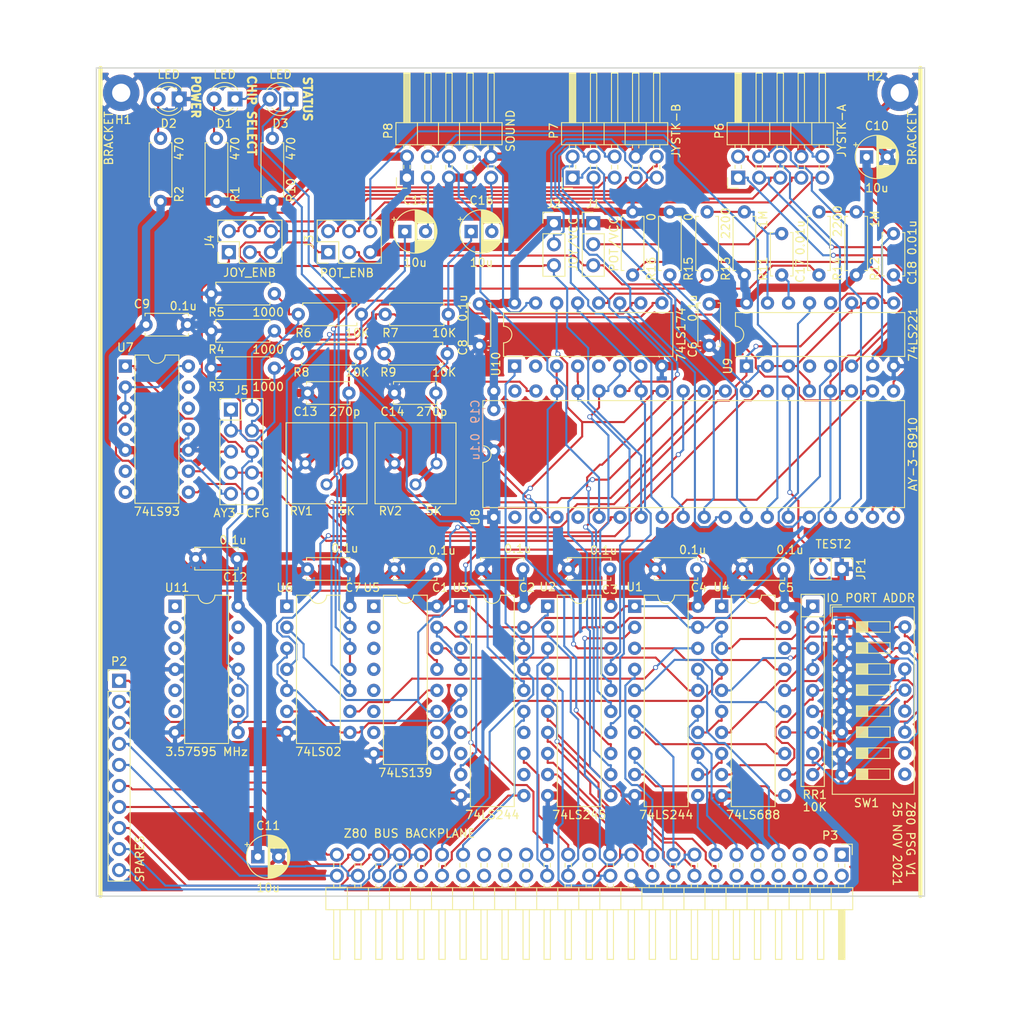
<source format=kicad_pcb>
(kicad_pcb (version 20171130) (host pcbnew "(5.1.10)-1")
  (layers (0 F.Cu signal) (31 B.Cu signal) (34 B.Paste user) (35 F.Paste user) (36 B.SilkS user) (37 F.SilkS user) (38 B.Mask user) (39 F.Mask user) (44 Edge.Cuts user))
  (net 0 "")
  (net 1 VCC)
  (net 2 GND)
  (net 3 /A7)
  (net 4 /A6)
  (net 5 /A5)
  (net 6 /D4)
  (net 7 /A4)
  (net 8 /D3)
  (net 9 /A3)
  (net 10 /D5)
  (net 11 /A2)
  (net 12 /D6)
  (net 13 /A1)
  (net 14 /A0)
  (net 15 /D2)
  (net 16 /D7)
  (net 17 /D0)
  (net 18 /D1)
  (net 19 /SPARE9)
  (net 20 /SPARE0)
  (net 21 /SPARE8)
  (net 22 /SPARE1)
  (net 23 /SPARE7)
  (net 24 /SPARE2)
  (net 25 /SPARE6)
  (net 26 /SPARE3)
  (net 27 /SPARE5)
  (net 28 /SPARE4)
  (net 29 /M1#)
  (net 30 /RESET#)
  (net 31 /WR#)
  (net 32 /RD#)
  (net 33 /IORQ#)
  (net 34 /bM1#)
  (net 35 /bA7)
  (net 36 /bA6)
  (net 37 /bA5)
  (net 38 /bA4)
  (net 39 /bA3)
  (net 40 /bA2)
  (net 41 /bA1)
  (net 42 /bA0)
  (net 43 "Net-(RR1-Pad2)")
  (net 44 "Net-(RR1-Pad3)")
  (net 45 "Net-(RR1-Pad4)")
  (net 46 "Net-(RR1-Pad5)")
  (net 47 "Net-(RR1-Pad6)")
  (net 48 "Net-(RR1-Pad7)")
  (net 49 "Net-(RR1-Pad8)")
  (net 50 "Net-(RR1-Pad9)")
  (net 51 /bD5)
  (net 52 /bD4)
  (net 53 /bD3)
  (net 54 /bD2)
  (net 55 /bD1)
  (net 56 /bD0)
  (net 57 /bRESET#)
  (net 58 /bWR#)
  (net 59 /bD7)
  (net 60 /bD6)
  (net 61 "Net-(D1-Pad2)")
  (net 62 /688SEL#)
  (net 63 "Net-(C13-Pad2)")
  (net 64 "Net-(C14-Pad1)")
  (net 65 "Net-(C15-Pad2)")
  (net 66 "Net-(D1-Pad1)")
  (net 67 "Net-(D2-Pad2)")
  (net 68 "Net-(D3-Pad1)")
  (net 69 "Net-(D3-Pad2)")
  (net 70 "Net-(C17-Pad1)")
  (net 71 "Net-(JP1-Pad2)")
  (net 72 "Net-(C16-Pad2)")
  (net 73 "Net-(C17-Pad2)")
  (net 74 "Net-(C18-Pad2)")
  (net 75 "Net-(C18-Pad1)")
  (net 76 /JOYAR)
  (net 77 /JOYAL)
  (net 78 /JOYAD)
  (net 79 /JOYAF)
  (net 80 /JOYAU)
  (net 81 /JOYBG)
  (net 82 /JOYBH)
  (net 83 /JOYBR)
  (net 84 /JOYBL)
  (net 85 /JOYBD)
  (net 86 /JOYBF)
  (net 87 /JOYBU)
  (net 88 /ACR5)
  (net 89 /SNDCS#)
  (net 90 /ACRCS#)
  (net 91 /STATUS#)
  (net 92 "Net-(U6-Pad4)")
  (net 93 "Net-(U6-Pad10)")
  (net 94 /ACRWR#)
  (net 95 /RESAY3#)
  (net 96 /SPAREB)
  (net 97 /SPAREA)
  (net 98 /ONE)
  (net 99 /ZERO)
  (net 100 /POTA1)
  (net 101 "Net-(J1-Pad2)")
  (net 102 "Net-(J2-Pad2)")
  (net 103 "Net-(J3-Pad4)")
  (net 104 "Net-(J3-Pad2)")
  (net 105 /POTA2)
  (net 106 "Net-(J4-Pad4)")
  (net 107 "Net-(J4-Pad2)")
  (net 108 "Net-(J5-Pad10)")
  (net 109 "Net-(J5-Pad9)")
  (net 110 "Net-(J5-Pad7)")
  (net 111 /CLK_AY3)
  (net 112 "Net-(J5-Pad5)")
  (net 113 "Net-(J5-Pad4)")
  (net 114 "Net-(J5-Pad1)")
  (net 115 "Net-(J5-Pad2)")
  (net 116 /PWA1)
  (net 117 /PWA2)
  (net 118 "Net-(J3-Pad6)")
  (net 119 "Net-(J4-Pad6)")
  (net 120 /CS_PSG#)
  (module Connector_PinHeader_2.54mm:PinHeader_2x03_P2.54mm_Vertical (layer F.Cu) (at 61 68.25 90)
    (fp_text reference J4 (at 1.27 -2.33 90) (layer F.SilkS))
    (fp_text value JOY_ENB (at -2.46 2.5 180) (layer F.SilkS))
    (pad 6 thru_hole oval (at 2.54 5.08 90) (size 1.7 1.7) (drill 1) (layers *.Cu *.Mask) (net 119 "Net-(J4-Pad6)"))
    (pad 5 thru_hole oval (at 0 5.08 90) (size 1.7 1.7) (drill 1) (layers *.Cu *.Mask) (net 1 VCC))
    (pad 4 thru_hole oval (at 2.54 2.54 90) (size 1.7 1.7) (drill 1) (layers *.Cu *.Mask) (net 106 "Net-(J4-Pad4)"))
    (pad 3 thru_hole oval (at 0 2.54 90) (size 1.7 1.7) (drill 1) (layers *.Cu *.Mask) (net 81 /JOYBG))
    (pad 2 thru_hole oval (at 2.54 0 90) (size 1.7 1.7) (drill 1) (layers *.Cu *.Mask) (net 107 "Net-(J4-Pad2)"))
    (pad 1 thru_hole rect (at 0 0 90) (size 1.7 1.7) (drill 1) (layers *.Cu *.Mask) (net 82 /JOYBH))
  )
  (module Connector_PinHeader_2.54mm:PinHeader_2x03_P2.54mm_Vertical (layer F.Cu) (at 73 68.25 90)
    (fp_text reference J3 (at 1.27 -2.33 90) (layer F.SilkS))
    (fp_text value POT_ENB (at -2.5 2.25 180) (layer F.SilkS))
    (pad 6 thru_hole oval (at 2.54 5.08 90) (size 1.7 1.7) (drill 1) (layers *.Cu *.Mask) (net 118 "Net-(J3-Pad6)"))
    (pad 5 thru_hole oval (at 0 5.08 90) (size 1.7 1.7) (drill 1) (layers *.Cu *.Mask) (net 1 VCC))
    (pad 4 thru_hole oval (at 2.54 2.54 90) (size 1.7 1.7) (drill 1) (layers *.Cu *.Mask) (net 103 "Net-(J3-Pad4)"))
    (pad 3 thru_hole oval (at 0 2.54 90) (size 1.7 1.7) (drill 1) (layers *.Cu *.Mask) (net 100 /POTA1))
    (pad 2 thru_hole oval (at 2.54 0 90) (size 1.7 1.7) (drill 1) (layers *.Cu *.Mask) (net 104 "Net-(J3-Pad2)"))
    (pad 1 thru_hole rect (at 0 0 90) (size 1.7 1.7) (drill 1) (layers *.Cu *.Mask) (net 105 /POTA2))
  )
  (module Connector_PinHeader_2.54mm:PinHeader_2x05_P2.54mm_Vertical (layer F.Cu) (at 61.25 87.25)
    (fp_text reference J5 (at 1.27 -2.33) (layer F.SilkS))
    (fp_text value AY3-CFG (at 1.27 12.49) (layer F.SilkS))
    (pad 10 thru_hole oval (at 2.54 10.16) (size 1.7 1.7) (drill 1) (layers *.Cu *.Mask) (net 108 "Net-(J5-Pad10)"))
    (pad 9 thru_hole oval (at 0 10.16) (size 1.7 1.7) (drill 1) (layers *.Cu *.Mask) (net 109 "Net-(J5-Pad9)"))
    (pad 8 thru_hole oval (at 2.54 7.62) (size 1.7 1.7) (drill 1) (layers *.Cu *.Mask) (net 110 "Net-(J5-Pad7)"))
    (pad 7 thru_hole oval (at 0 7.62) (size 1.7 1.7) (drill 1) (layers *.Cu *.Mask) (net 110 "Net-(J5-Pad7)"))
    (pad 6 thru_hole oval (at 2.54 5.08) (size 1.7 1.7) (drill 1) (layers *.Cu *.Mask) (net 111 /CLK_AY3))
    (pad 5 thru_hole oval (at 0 5.08) (size 1.7 1.7) (drill 1) (layers *.Cu *.Mask) (net 112 "Net-(J5-Pad5)"))
    (pad 4 thru_hole oval (at 2.54 2.54) (size 1.7 1.7) (drill 1) (layers *.Cu *.Mask) (net 113 "Net-(J5-Pad4)"))
    (pad 3 thru_hole oval (at 0 2.54) (size 1.7 1.7) (drill 1) (layers *.Cu *.Mask) (net 114 "Net-(J5-Pad1)"))
    (pad 2 thru_hole oval (at 2.54 0) (size 1.7 1.7) (drill 1) (layers *.Cu *.Mask) (net 115 "Net-(J5-Pad2)"))
    (pad 1 thru_hole rect (at 0 0) (size 1.7 1.7) (drill 1) (layers *.Cu *.Mask) (net 114 "Net-(J5-Pad1)"))
  )
  (module Connector_PinHeader_2.54mm:PinHeader_1x03_P2.54mm_Vertical (layer F.Cu) (at 100.25 64.75)
    (fp_text reference J2 (at 0 -2.33) (layer F.SilkS))
    (fp_text value JOY/VCC (at 2.35 2.5 90) (layer F.SilkS))
    (pad 3 thru_hole oval (at 0 5.08) (size 1.7 1.7) (drill 1) (layers *.Cu *.Mask) (net 81 /JOYBG))
    (pad 2 thru_hole oval (at 0 2.54) (size 1.7 1.7) (drill 1) (layers *.Cu *.Mask) (net 102 "Net-(J2-Pad2)"))
    (pad 1 thru_hole rect (at 0 0) (size 1.7 1.7) (drill 1) (layers *.Cu *.Mask) (net 1 VCC))
  )
  (module Connector_PinHeader_2.54mm:PinHeader_1x03_P2.54mm_Vertical (layer F.Cu) (at 105 64.75)
    (fp_text reference J1 (at 0 -2.33) (layer F.SilkS))
    (fp_text value POT/VCC (at 2.5 2.5 90) (layer F.SilkS))
    (pad 3 thru_hole oval (at 0 5.08) (size 1.7 1.7) (drill 1) (layers *.Cu *.Mask) (net 100 /POTA1))
    (pad 2 thru_hole oval (at 0 2.54) (size 1.7 1.7) (drill 1) (layers *.Cu *.Mask) (net 101 "Net-(J1-Pad2)"))
    (pad 1 thru_hole rect (at 0 0) (size 1.7 1.7) (drill 1) (layers *.Cu *.Mask) (net 1 VCC))
  )
  (module Capacitor_THT:C_Disc_D5.0mm_W2.5mm_P5.00mm (layer B.Cu) (at 93 87.25 270)
    (fp_text reference C19 (at 0.25 2.25 90) (layer B.SilkS) (effects (justify mirror)))
    (fp_text value 0.1u (at 4.5 2.25 90) (layer B.SilkS) (effects (justify mirror)))
    (pad 2 thru_hole circle (at 5 0 270) (size 1.6 1.6) (drill 0.8) (layers *.Cu *.Mask) (net 2 GND))
    (pad 1 thru_hole circle (at 0 0 270) (size 1.6 1.6) (drill 0.8) (layers *.Cu *.Mask) (net 1 VCC))
  )
  (module Resistor_THT:R_Axial_DIN0207_L6.3mm_D2.5mm_P7.62mm_Horizontal (layer F.Cu) (at 109.75 71 90)
    (fp_text reference R16 (at 0.75 2.25 90) (layer F.SilkS))
    (fp_text value 0 (at 7 2.25 90) (layer F.SilkS))
    (pad 2 thru_hole oval (at 7.62 0 90) (size 1.6 1.6) (drill 0.8) (layers *.Cu *.Mask) (net 2 GND))
    (pad 1 thru_hole circle (at 0 0 90) (size 1.6 1.6) (drill 0.8) (layers *.Cu *.Mask) (net 99 /ZERO))
  )
  (module Resistor_THT:R_Axial_DIN0207_L6.3mm_D2.5mm_P7.62mm_Horizontal (layer F.Cu) (at 114.25 71 90)
    (fp_text reference R15 (at 0.75 2.25 90) (layer F.SilkS))
    (fp_text value 0 (at 7 2.25 90) (layer F.SilkS))
    (pad 2 thru_hole oval (at 7.62 0 90) (size 1.6 1.6) (drill 0.8) (layers *.Cu *.Mask) (net 1 VCC))
    (pad 1 thru_hole circle (at 0 0 90) (size 1.6 1.6) (drill 0.8) (layers *.Cu *.Mask) (net 98 /ONE))
  )
  (module Connector_PinHeader_2.54mm:PinHeader_2x05_P2.54mm_Horizontal (layer F.Cu) (at 82.5 59.25 90)
    (fp_text reference P8 (at 5.655 -2.27 90) (layer F.SilkS))
    (fp_text value SOUND (at 5.655 12.5 90) (layer F.SilkS))
    (pad 10 thru_hole oval (at 2.54 10.16 90) (size 1.7 1.7) (drill 1) (layers *.Cu *.Mask) (net 2 GND))
    (pad 9 thru_hole oval (at 0 10.16 90) (size 1.7 1.7) (drill 1) (layers *.Cu *.Mask) (net 72 "Net-(C16-Pad2)"))
    (pad 8 thru_hole oval (at 2.54 7.62 90) (size 1.7 1.7) (drill 1) (layers *.Cu *.Mask) (net 88 /ACR5))
    (pad 7 thru_hole oval (at 0 7.62 90) (size 1.7 1.7) (drill 1) (layers *.Cu *.Mask) (net 2 GND))
    (pad 6 thru_hole oval (at 2.54 5.08 90) (size 1.7 1.7) (drill 1) (layers *.Cu *.Mask) (net 96 /SPAREB))
    (pad 5 thru_hole oval (at 0 5.08 90) (size 1.7 1.7) (drill 1) (layers *.Cu *.Mask) (net 2 GND))
    (pad 4 thru_hole oval (at 2.54 2.54 90) (size 1.7 1.7) (drill 1) (layers *.Cu *.Mask) (net 97 /SPAREA))
    (pad 3 thru_hole oval (at 0 2.54 90) (size 1.7 1.7) (drill 1) (layers *.Cu *.Mask) (net 65 "Net-(C15-Pad2)"))
    (pad 2 thru_hole oval (at 2.54 0 90) (size 1.7 1.7) (drill 1) (layers *.Cu *.Mask) (net 1 VCC))
    (pad 1 thru_hole rect (at 0 0 90) (size 1.7 1.7) (drill 1) (layers *.Cu *.Mask) (net 1 VCC))
  )
  (module Connector_PinHeader_2.54mm:PinHeader_2x05_P2.54mm_Horizontal (layer F.Cu) (at 102.5 59.25 90)
    (fp_text reference P7 (at 5.655 -2.27 90) (layer F.SilkS))
    (fp_text value JYSTK-B (at 5.655 12.5 90) (layer F.SilkS))
    (pad 10 thru_hole oval (at 2.54 10.16 90) (size 1.7 1.7) (drill 1) (layers *.Cu *.Mask) (net 119 "Net-(J4-Pad6)"))
    (pad 9 thru_hole oval (at 0 10.16 90) (size 1.7 1.7) (drill 1) (layers *.Cu *.Mask) (net 102 "Net-(J2-Pad2)"))
    (pad 8 thru_hole oval (at 2.54 7.62 90) (size 1.7 1.7) (drill 1) (layers *.Cu *.Mask) (net 2 GND))
    (pad 7 thru_hole oval (at 0 7.62 90) (size 1.7 1.7) (drill 1) (layers *.Cu *.Mask) (net 106 "Net-(J4-Pad4)"))
    (pad 6 thru_hole oval (at 2.54 5.08 90) (size 1.7 1.7) (drill 1) (layers *.Cu *.Mask) (net 86 /JOYBF))
    (pad 5 thru_hole oval (at 0 5.08 90) (size 1.7 1.7) (drill 1) (layers *.Cu *.Mask) (net 107 "Net-(J4-Pad2)"))
    (pad 4 thru_hole oval (at 2.54 2.54 90) (size 1.7 1.7) (drill 1) (layers *.Cu *.Mask) (net 83 /JOYBR))
    (pad 3 thru_hole oval (at 0 2.54 90) (size 1.7 1.7) (drill 1) (layers *.Cu *.Mask) (net 84 /JOYBL))
    (pad 2 thru_hole oval (at 2.54 0 90) (size 1.7 1.7) (drill 1) (layers *.Cu *.Mask) (net 85 /JOYBD))
    (pad 1 thru_hole rect (at 0 0 90) (size 1.7 1.7) (drill 1) (layers *.Cu *.Mask) (net 87 /JOYBU))
  )
  (module Connector_PinHeader_2.54mm:PinHeader_2x05_P2.54mm_Horizontal (layer F.Cu) (at 122.5 59.25 90)
    (fp_text reference P6 (at 5.655 -2.27 90) (layer F.SilkS))
    (fp_text value JYSTK-A (at 5.655 12.5 90) (layer F.SilkS))
    (pad 10 thru_hole oval (at 2.54 10.16 90) (size 1.7 1.7) (drill 1) (layers *.Cu *.Mask) (net 118 "Net-(J3-Pad6)"))
    (pad 9 thru_hole oval (at 0 10.16 90) (size 1.7 1.7) (drill 1) (layers *.Cu *.Mask) (net 101 "Net-(J1-Pad2)"))
    (pad 8 thru_hole oval (at 2.54 7.62 90) (size 1.7 1.7) (drill 1) (layers *.Cu *.Mask) (net 2 GND))
    (pad 7 thru_hole oval (at 0 7.62 90) (size 1.7 1.7) (drill 1) (layers *.Cu *.Mask) (net 103 "Net-(J3-Pad4)"))
    (pad 6 thru_hole oval (at 2.54 5.08 90) (size 1.7 1.7) (drill 1) (layers *.Cu *.Mask) (net 79 /JOYAF))
    (pad 5 thru_hole oval (at 0 5.08 90) (size 1.7 1.7) (drill 1) (layers *.Cu *.Mask) (net 104 "Net-(J3-Pad2)"))
    (pad 4 thru_hole oval (at 2.54 2.54 90) (size 1.7 1.7) (drill 1) (layers *.Cu *.Mask) (net 76 /JOYAR))
    (pad 3 thru_hole oval (at 0 2.54 90) (size 1.7 1.7) (drill 1) (layers *.Cu *.Mask) (net 77 /JOYAL))
    (pad 2 thru_hole oval (at 2.54 0 90) (size 1.7 1.7) (drill 1) (layers *.Cu *.Mask) (net 78 /JOYAD))
    (pad 1 thru_hole rect (at 0 0 90) (size 1.7 1.7) (drill 1) (layers *.Cu *.Mask) (net 80 /JOYAU))
  )
  (module Package_DIP:DIP-14_W7.62mm (layer F.Cu) (at 48.5 82)
    (fp_text reference U7 (at 0 -2.25) (layer F.SilkS))
    (fp_text value 74LS93 (at 3.81 17.57) (layer F.SilkS))
    (pad 14 thru_hole oval (at 7.62 0) (size 1.6 1.6) (drill 0.8) (layers *.Cu *.Mask) (net 99 /ZERO))
    (pad 7 thru_hole oval (at 0 15.24) (size 1.6 1.6) (drill 0.8) (layers *.Cu *.Mask))
    (pad 13 thru_hole oval (at 7.62 2.54) (size 1.6 1.6) (drill 0.8) (layers *.Cu *.Mask))
    (pad 6 thru_hole oval (at 0 12.7) (size 1.6 1.6) (drill 0.8) (layers *.Cu *.Mask))
    (pad 12 thru_hole oval (at 7.62 5.08) (size 1.6 1.6) (drill 0.8) (layers *.Cu *.Mask))
    (pad 5 thru_hole oval (at 0 10.16) (size 1.6 1.6) (drill 0.8) (layers *.Cu *.Mask) (net 1 VCC))
    (pad 11 thru_hole oval (at 7.62 7.62) (size 1.6 1.6) (drill 0.8) (layers *.Cu *.Mask) (net 109 "Net-(J5-Pad9)"))
    (pad 4 thru_hole oval (at 0 7.62) (size 1.6 1.6) (drill 0.8) (layers *.Cu *.Mask))
    (pad 10 thru_hole oval (at 7.62 10.16) (size 1.6 1.6) (drill 0.8) (layers *.Cu *.Mask) (net 2 GND))
    (pad 3 thru_hole oval (at 0 5.08) (size 1.6 1.6) (drill 0.8) (layers *.Cu *.Mask) (net 99 /ZERO))
    (pad 9 thru_hole oval (at 7.62 12.7) (size 1.6 1.6) (drill 0.8) (layers *.Cu *.Mask) (net 112 "Net-(J5-Pad5)"))
    (pad 2 thru_hole oval (at 0 2.54) (size 1.6 1.6) (drill 0.8) (layers *.Cu *.Mask) (net 99 /ZERO))
    (pad 8 thru_hole oval (at 7.62 15.24) (size 1.6 1.6) (drill 0.8) (layers *.Cu *.Mask) (net 108 "Net-(J5-Pad10)"))
    (pad 1 thru_hole rect (at 0 0) (size 1.6 1.6) (drill 0.8) (layers *.Cu *.Mask) (net 111 /CLK_AY3))
  )
  (module Package_DIP:DIP-14_W7.62mm (layer F.Cu) (at 54.5 111)
    (fp_text reference U11 (at 0.25 -2.25) (layer F.SilkS))
    (fp_text value "3.57595 MHz" (at 3.81 17.57) (layer F.SilkS))
    (pad 14 thru_hole oval (at 7.62 0) (size 1.6 1.6) (drill 0.8) (layers *.Cu *.Mask) (net 1 VCC))
    (pad 7 thru_hole oval (at 0 15.24) (size 1.6 1.6) (drill 0.8) (layers *.Cu *.Mask) (net 2 GND))
    (pad 13 thru_hole oval (at 7.62 2.54) (size 1.6 1.6) (drill 0.8) (layers *.Cu *.Mask))
    (pad 6 thru_hole oval (at 0 12.7) (size 1.6 1.6) (drill 0.8) (layers *.Cu *.Mask))
    (pad 12 thru_hole oval (at 7.62 5.08) (size 1.6 1.6) (drill 0.8) (layers *.Cu *.Mask))
    (pad 5 thru_hole oval (at 0 10.16) (size 1.6 1.6) (drill 0.8) (layers *.Cu *.Mask))
    (pad 11 thru_hole oval (at 7.62 7.62) (size 1.6 1.6) (drill 0.8) (layers *.Cu *.Mask) (net 111 /CLK_AY3))
    (pad 4 thru_hole oval (at 0 7.62) (size 1.6 1.6) (drill 0.8) (layers *.Cu *.Mask) (net 2 GND))
    (pad 10 thru_hole oval (at 7.62 10.16) (size 1.6 1.6) (drill 0.8) (layers *.Cu *.Mask))
    (pad 3 thru_hole oval (at 0 5.08) (size 1.6 1.6) (drill 0.8) (layers *.Cu *.Mask))
    (pad 9 thru_hole oval (at 7.62 12.7) (size 1.6 1.6) (drill 0.8) (layers *.Cu *.Mask))
    (pad 2 thru_hole oval (at 0 2.54) (size 1.6 1.6) (drill 0.8) (layers *.Cu *.Mask))
    (pad 8 thru_hole oval (at 7.62 15.24) (size 1.6 1.6) (drill 0.8) (layers *.Cu *.Mask) (net 111 /CLK_AY3))
    (pad 1 thru_hole rect (at 0 0) (size 1.6 1.6) (drill 0.8) (layers *.Cu *.Mask))
  )
  (module Package_DIP:DIP-16_W7.62mm (layer F.Cu) (at 95.5 82 90)
    (fp_text reference U10 (at 0.25 -2.25 90) (layer F.SilkS))
    (fp_text value 74LS174 (at 3.81 20.11 90) (layer F.SilkS))
    (pad 16 thru_hole oval (at 7.62 0 90) (size 1.6 1.6) (drill 0.8) (layers *.Cu *.Mask) (net 1 VCC))
    (pad 8 thru_hole oval (at 0 17.78 90) (size 1.6 1.6) (drill 0.8) (layers *.Cu *.Mask) (net 2 GND))
    (pad 15 thru_hole oval (at 7.62 2.54 90) (size 1.6 1.6) (drill 0.8) (layers *.Cu *.Mask) (net 88 /ACR5))
    (pad 7 thru_hole oval (at 0 15.24 90) (size 1.6 1.6) (drill 0.8) (layers *.Cu *.Mask))
    (pad 14 thru_hole oval (at 7.62 5.08 90) (size 1.6 1.6) (drill 0.8) (layers *.Cu *.Mask) (net 51 /bD5))
    (pad 6 thru_hole oval (at 0 12.7 90) (size 1.6 1.6) (drill 0.8) (layers *.Cu *.Mask) (net 54 /bD2))
    (pad 13 thru_hole oval (at 7.62 7.62 90) (size 1.6 1.6) (drill 0.8) (layers *.Cu *.Mask) (net 52 /bD4))
    (pad 5 thru_hole oval (at 0 10.16 90) (size 1.6 1.6) (drill 0.8) (layers *.Cu *.Mask))
    (pad 12 thru_hole oval (at 7.62 10.16 90) (size 1.6 1.6) (drill 0.8) (layers *.Cu *.Mask) (net 95 /RESAY3#))
    (pad 4 thru_hole oval (at 0 7.62 90) (size 1.6 1.6) (drill 0.8) (layers *.Cu *.Mask) (net 55 /bD1))
    (pad 11 thru_hole oval (at 7.62 12.7 90) (size 1.6 1.6) (drill 0.8) (layers *.Cu *.Mask) (net 53 /bD3))
    (pad 3 thru_hole oval (at 0 5.08 90) (size 1.6 1.6) (drill 0.8) (layers *.Cu *.Mask) (net 56 /bD0))
    (pad 10 thru_hole oval (at 7.62 15.24 90) (size 1.6 1.6) (drill 0.8) (layers *.Cu *.Mask) (net 91 /STATUS#))
    (pad 2 thru_hole oval (at 0 2.54 90) (size 1.6 1.6) (drill 0.8) (layers *.Cu *.Mask))
    (pad 9 thru_hole oval (at 7.62 17.78 90) (size 1.6 1.6) (drill 0.8) (layers *.Cu *.Mask) (net 94 /ACRWR#))
    (pad 1 thru_hole rect (at 0 0 90) (size 1.6 1.6) (drill 0.8) (layers *.Cu *.Mask) (net 57 /bRESET#))
  )
  (module Package_DIP:DIP-16_W7.62mm (layer F.Cu) (at 123.5 82 90)
    (fp_text reference U9 (at 0 -2.25 90) (layer F.SilkS))
    (fp_text value 74LS221 (at 3.81 20.11 90) (layer F.SilkS))
    (pad 16 thru_hole oval (at 7.62 0 90) (size 1.6 1.6) (drill 0.8) (layers *.Cu *.Mask) (net 1 VCC))
    (pad 8 thru_hole oval (at 0 17.78 90) (size 1.6 1.6) (drill 0.8) (layers *.Cu *.Mask) (net 2 GND))
    (pad 15 thru_hole oval (at 7.62 2.54 90) (size 1.6 1.6) (drill 0.8) (layers *.Cu *.Mask) (net 73 "Net-(C17-Pad2)"))
    (pad 7 thru_hole oval (at 0 15.24 90) (size 1.6 1.6) (drill 0.8) (layers *.Cu *.Mask) (net 74 "Net-(C18-Pad2)"))
    (pad 14 thru_hole oval (at 7.62 5.08 90) (size 1.6 1.6) (drill 0.8) (layers *.Cu *.Mask) (net 70 "Net-(C17-Pad1)"))
    (pad 6 thru_hole oval (at 0 12.7 90) (size 1.6 1.6) (drill 0.8) (layers *.Cu *.Mask) (net 75 "Net-(C18-Pad1)"))
    (pad 13 thru_hole oval (at 7.62 7.62 90) (size 1.6 1.6) (drill 0.8) (layers *.Cu *.Mask) (net 116 /PWA1))
    (pad 5 thru_hole oval (at 0 10.16 90) (size 1.6 1.6) (drill 0.8) (layers *.Cu *.Mask) (net 117 /PWA2))
    (pad 12 thru_hole oval (at 7.62 10.16 90) (size 1.6 1.6) (drill 0.8) (layers *.Cu *.Mask))
    (pad 4 thru_hole oval (at 0 7.62 90) (size 1.6 1.6) (drill 0.8) (layers *.Cu *.Mask))
    (pad 11 thru_hole oval (at 7.62 12.7 90) (size 1.6 1.6) (drill 0.8) (layers *.Cu *.Mask) (net 98 /ONE))
    (pad 3 thru_hole oval (at 0 5.08 90) (size 1.6 1.6) (drill 0.8) (layers *.Cu *.Mask) (net 98 /ONE))
    (pad 10 thru_hole oval (at 7.62 15.24 90) (size 1.6 1.6) (drill 0.8) (layers *.Cu *.Mask) (net 98 /ONE))
    (pad 2 thru_hole oval (at 0 2.54 90) (size 1.6 1.6) (drill 0.8) (layers *.Cu *.Mask) (net 98 /ONE))
    (pad 9 thru_hole oval (at 7.62 17.78 90) (size 1.6 1.6) (drill 0.8) (layers *.Cu *.Mask) (net 90 /ACRCS#))
    (pad 1 thru_hole rect (at 0 0 90) (size 1.6 1.6) (drill 0.8) (layers *.Cu *.Mask) (net 90 /ACRCS#))
  )
  (module Package_DIP:DIP-40_W15.24mm (layer F.Cu) (at 93 100.25 90)
    (fp_text reference U8 (at 0 -2.25 90) (layer F.SilkS))
    (fp_text value AY-3-8910 (at 7.62 50.59 90) (layer F.SilkS))
    (pad 40 thru_hole oval (at 15.24 0 90) (size 1.6 1.6) (drill 0.8) (layers *.Cu *.Mask) (net 1 VCC))
    (pad 20 thru_hole oval (at 0 48.26 90) (size 1.6 1.6) (drill 0.8) (layers *.Cu *.Mask) (net 78 /JOYAD))
    (pad 39 thru_hole oval (at 15.24 2.54 90) (size 1.6 1.6) (drill 0.8) (layers *.Cu *.Mask))
    (pad 19 thru_hole oval (at 0 45.72 90) (size 1.6 1.6) (drill 0.8) (layers *.Cu *.Mask) (net 77 /JOYAL))
    (pad 38 thru_hole oval (at 15.24 5.08 90) (size 1.6 1.6) (drill 0.8) (layers *.Cu *.Mask) (net 115 "Net-(J5-Pad2)"))
    (pad 18 thru_hole oval (at 0 43.18 90) (size 1.6 1.6) (drill 0.8) (layers *.Cu *.Mask) (net 76 /JOYAR))
    (pad 37 thru_hole oval (at 15.24 7.62 90) (size 1.6 1.6) (drill 0.8) (layers *.Cu *.Mask) (net 56 /bD0))
    (pad 17 thru_hole oval (at 0 40.64 90) (size 1.6 1.6) (drill 0.8) (layers *.Cu *.Mask) (net 79 /JOYAF))
    (pad 36 thru_hole oval (at 15.24 10.16 90) (size 1.6 1.6) (drill 0.8) (layers *.Cu *.Mask) (net 55 /bD1))
    (pad 16 thru_hole oval (at 0 38.1 90) (size 1.6 1.6) (drill 0.8) (layers *.Cu *.Mask) (net 116 /PWA1))
    (pad 35 thru_hole oval (at 15.24 12.7 90) (size 1.6 1.6) (drill 0.8) (layers *.Cu *.Mask) (net 54 /bD2))
    (pad 15 thru_hole oval (at 0 35.56 90) (size 1.6 1.6) (drill 0.8) (layers *.Cu *.Mask) (net 117 /PWA2))
    (pad 34 thru_hole oval (at 15.24 15.24 90) (size 1.6 1.6) (drill 0.8) (layers *.Cu *.Mask) (net 53 /bD3))
    (pad 14 thru_hole oval (at 0 33.02 90) (size 1.6 1.6) (drill 0.8) (layers *.Cu *.Mask) (net 97 /SPAREA))
    (pad 33 thru_hole oval (at 15.24 17.78 90) (size 1.6 1.6) (drill 0.8) (layers *.Cu *.Mask) (net 52 /bD4))
    (pad 13 thru_hole oval (at 0 30.48 90) (size 1.6 1.6) (drill 0.8) (layers *.Cu *.Mask) (net 87 /JOYBU))
    (pad 32 thru_hole oval (at 15.24 20.32 90) (size 1.6 1.6) (drill 0.8) (layers *.Cu *.Mask) (net 51 /bD5))
    (pad 12 thru_hole oval (at 0 27.94 90) (size 1.6 1.6) (drill 0.8) (layers *.Cu *.Mask) (net 85 /JOYBD))
    (pad 31 thru_hole oval (at 15.24 22.86 90) (size 1.6 1.6) (drill 0.8) (layers *.Cu *.Mask) (net 60 /bD6))
    (pad 11 thru_hole oval (at 0 25.4 90) (size 1.6 1.6) (drill 0.8) (layers *.Cu *.Mask) (net 84 /JOYBL))
    (pad 30 thru_hole oval (at 15.24 25.4 90) (size 1.6 1.6) (drill 0.8) (layers *.Cu *.Mask) (net 59 /bD7))
    (pad 10 thru_hole oval (at 0 22.86 90) (size 1.6 1.6) (drill 0.8) (layers *.Cu *.Mask) (net 83 /JOYBR))
    (pad 29 thru_hole oval (at 15.24 27.94 90) (size 1.6 1.6) (drill 0.8) (layers *.Cu *.Mask) (net 93 "Net-(U6-Pad10)"))
    (pad 9 thru_hole oval (at 0 20.32 90) (size 1.6 1.6) (drill 0.8) (layers *.Cu *.Mask) (net 86 /JOYBF))
    (pad 28 thru_hole oval (at 15.24 30.48 90) (size 1.6 1.6) (drill 0.8) (layers *.Cu *.Mask) (net 98 /ONE))
    (pad 8 thru_hole oval (at 0 17.78 90) (size 1.6 1.6) (drill 0.8) (layers *.Cu *.Mask) (net 81 /JOYBG))
    (pad 27 thru_hole oval (at 15.24 33.02 90) (size 1.6 1.6) (drill 0.8) (layers *.Cu *.Mask) (net 92 "Net-(U6-Pad4)"))
    (pad 7 thru_hole oval (at 0 15.24 90) (size 1.6 1.6) (drill 0.8) (layers *.Cu *.Mask) (net 82 /JOYBH))
    (pad 26 thru_hole oval (at 15.24 35.56 90) (size 1.6 1.6) (drill 0.8) (layers *.Cu *.Mask) (net 71 "Net-(JP1-Pad2)"))
    (pad 6 thru_hole oval (at 0 12.7 90) (size 1.6 1.6) (drill 0.8) (layers *.Cu *.Mask) (net 96 /SPAREB))
    (pad 25 thru_hole oval (at 15.24 38.1 90) (size 1.6 1.6) (drill 0.8) (layers *.Cu *.Mask) (net 98 /ONE))
    (pad 5 thru_hole oval (at 0 10.16 90) (size 1.6 1.6) (drill 0.8) (layers *.Cu *.Mask))
    (pad 24 thru_hole oval (at 15.24 40.64 90) (size 1.6 1.6) (drill 0.8) (layers *.Cu *.Mask) (net 99 /ZERO))
    (pad 4 thru_hole oval (at 0 7.62 90) (size 1.6 1.6) (drill 0.8) (layers *.Cu *.Mask) (net 113 "Net-(J5-Pad4)"))
    (pad 23 thru_hole oval (at 15.24 43.18 90) (size 1.6 1.6) (drill 0.8) (layers *.Cu *.Mask) (net 95 /RESAY3#))
    (pad 3 thru_hole oval (at 0 5.08 90) (size 1.6 1.6) (drill 0.8) (layers *.Cu *.Mask) (net 114 "Net-(J5-Pad1)"))
    (pad 22 thru_hole oval (at 15.24 45.72 90) (size 1.6 1.6) (drill 0.8) (layers *.Cu *.Mask) (net 110 "Net-(J5-Pad7)"))
    (pad 2 thru_hole oval (at 0 2.54 90) (size 1.6 1.6) (drill 0.8) (layers *.Cu *.Mask))
    (pad 21 thru_hole oval (at 15.24 48.26 90) (size 1.6 1.6) (drill 0.8) (layers *.Cu *.Mask) (net 80 /JOYAU))
    (pad 1 thru_hole rect (at 0 0 90) (size 1.6 1.6) (drill 0.8) (layers *.Cu *.Mask) (net 2 GND))
  )
  (module Package_DIP:DIP-14_W7.62mm (layer F.Cu) (at 68 111)
    (fp_text reference U6 (at -0.25 -2.25) (layer F.SilkS))
    (fp_text value 74LS02 (at 3.81 17.57) (layer F.SilkS))
    (pad 14 thru_hole oval (at 7.62 0) (size 1.6 1.6) (drill 0.8) (layers *.Cu *.Mask) (net 1 VCC))
    (pad 7 thru_hole oval (at 0 15.24) (size 1.6 1.6) (drill 0.8) (layers *.Cu *.Mask) (net 2 GND))
    (pad 13 thru_hole oval (at 7.62 2.54) (size 1.6 1.6) (drill 0.8) (layers *.Cu *.Mask) (net 69 "Net-(D3-Pad2)"))
    (pad 6 thru_hole oval (at 0 12.7) (size 1.6 1.6) (drill 0.8) (layers *.Cu *.Mask) (net 89 /SNDCS#))
    (pad 12 thru_hole oval (at 7.62 5.08) (size 1.6 1.6) (drill 0.8) (layers *.Cu *.Mask) (net 91 /STATUS#))
    (pad 5 thru_hole oval (at 0 10.16) (size 1.6 1.6) (drill 0.8) (layers *.Cu *.Mask) (net 58 /bWR#))
    (pad 11 thru_hole oval (at 7.62 7.62) (size 1.6 1.6) (drill 0.8) (layers *.Cu *.Mask) (net 91 /STATUS#))
    (pad 4 thru_hole oval (at 0 7.62) (size 1.6 1.6) (drill 0.8) (layers *.Cu *.Mask) (net 92 "Net-(U6-Pad4)"))
    (pad 10 thru_hole oval (at 7.62 10.16) (size 1.6 1.6) (drill 0.8) (layers *.Cu *.Mask) (net 93 "Net-(U6-Pad10)"))
    (pad 3 thru_hole oval (at 0 5.08) (size 1.6 1.6) (drill 0.8) (layers *.Cu *.Mask) (net 58 /bWR#))
    (pad 9 thru_hole oval (at 7.62 12.7) (size 1.6 1.6) (drill 0.8) (layers *.Cu *.Mask) (net 42 /bA0))
    (pad 2 thru_hole oval (at 0 2.54) (size 1.6 1.6) (drill 0.8) (layers *.Cu *.Mask) (net 90 /ACRCS#))
    (pad 8 thru_hole oval (at 7.62 15.24) (size 1.6 1.6) (drill 0.8) (layers *.Cu *.Mask) (net 89 /SNDCS#))
    (pad 1 thru_hole rect (at 0 0) (size 1.6 1.6) (drill 0.8) (layers *.Cu *.Mask) (net 94 /ACRWR#))
  )
  (module Package_DIP:DIP-16_W7.62mm (layer F.Cu) (at 78.5 111)
    (fp_text reference U5 (at -0.25 -2.25) (layer F.SilkS))
    (fp_text value 74LS139 (at 3.81 20.11) (layer F.SilkS))
    (pad 16 thru_hole oval (at 7.62 0) (size 1.6 1.6) (drill 0.8) (layers *.Cu *.Mask) (net 1 VCC))
    (pad 8 thru_hole oval (at 0 17.78) (size 1.6 1.6) (drill 0.8) (layers *.Cu *.Mask) (net 2 GND))
    (pad 15 thru_hole oval (at 7.62 2.54) (size 1.6 1.6) (drill 0.8) (layers *.Cu *.Mask) (net 120 /CS_PSG#))
    (pad 7 thru_hole oval (at 0 15.24) (size 1.6 1.6) (drill 0.8) (layers *.Cu *.Mask))
    (pad 14 thru_hole oval (at 7.62 5.08) (size 1.6 1.6) (drill 0.8) (layers *.Cu *.Mask) (net 41 /bA1))
    (pad 6 thru_hole oval (at 0 12.7) (size 1.6 1.6) (drill 0.8) (layers *.Cu *.Mask))
    (pad 13 thru_hole oval (at 7.62 7.62) (size 1.6 1.6) (drill 0.8) (layers *.Cu *.Mask) (net 99 /ZERO))
    (pad 5 thru_hole oval (at 0 10.16) (size 1.6 1.6) (drill 0.8) (layers *.Cu *.Mask))
    (pad 12 thru_hole oval (at 7.62 10.16) (size 1.6 1.6) (drill 0.8) (layers *.Cu *.Mask) (net 89 /SNDCS#))
    (pad 4 thru_hole oval (at 0 7.62) (size 1.6 1.6) (drill 0.8) (layers *.Cu *.Mask))
    (pad 11 thru_hole oval (at 7.62 12.7) (size 1.6 1.6) (drill 0.8) (layers *.Cu *.Mask) (net 90 /ACRCS#))
    (pad 3 thru_hole oval (at 0 5.08) (size 1.6 1.6) (drill 0.8) (layers *.Cu *.Mask))
    (pad 10 thru_hole oval (at 7.62 15.24) (size 1.6 1.6) (drill 0.8) (layers *.Cu *.Mask))
    (pad 2 thru_hole oval (at 0 2.54) (size 1.6 1.6) (drill 0.8) (layers *.Cu *.Mask))
    (pad 9 thru_hole oval (at 7.62 17.78) (size 1.6 1.6) (drill 0.8) (layers *.Cu *.Mask))
    (pad 1 thru_hole rect (at 0 0) (size 1.6 1.6) (drill 0.8) (layers *.Cu *.Mask))
  )
  (module Package_DIP:DIP-20_W7.62mm (layer F.Cu) (at 120.5 111)
    (fp_text reference U4 (at 0 -2.33) (layer F.SilkS))
    (fp_text value 74LS688 (at 3.81 25.19) (layer F.SilkS))
    (pad 20 thru_hole oval (at 7.62 0) (size 1.6 1.6) (drill 0.8) (layers *.Cu *.Mask) (net 1 VCC))
    (pad 10 thru_hole oval (at 0 22.86) (size 1.6 1.6) (drill 0.8) (layers *.Cu *.Mask) (net 2 GND))
    (pad 19 thru_hole oval (at 7.62 2.54) (size 1.6 1.6) (drill 0.8) (layers *.Cu *.Mask) (net 120 /CS_PSG#))
    (pad 9 thru_hole oval (at 0 20.32) (size 1.6 1.6) (drill 0.8) (layers *.Cu *.Mask) (net 46 "Net-(RR1-Pad5)"))
    (pad 18 thru_hole oval (at 7.62 5.08) (size 1.6 1.6) (drill 0.8) (layers *.Cu *.Mask) (net 50 "Net-(RR1-Pad9)"))
    (pad 8 thru_hole oval (at 0 17.78) (size 1.6 1.6) (drill 0.8) (layers *.Cu *.Mask) (net 39 /bA3))
    (pad 17 thru_hole oval (at 7.62 7.62) (size 1.6 1.6) (drill 0.8) (layers *.Cu *.Mask) (net 35 /bA7))
    (pad 7 thru_hole oval (at 0 15.24) (size 1.6 1.6) (drill 0.8) (layers *.Cu *.Mask) (net 45 "Net-(RR1-Pad4)"))
    (pad 16 thru_hole oval (at 7.62 10.16) (size 1.6 1.6) (drill 0.8) (layers *.Cu *.Mask) (net 49 "Net-(RR1-Pad8)"))
    (pad 6 thru_hole oval (at 0 12.7) (size 1.6 1.6) (drill 0.8) (layers *.Cu *.Mask) (net 40 /bA2))
    (pad 15 thru_hole oval (at 7.62 12.7) (size 1.6 1.6) (drill 0.8) (layers *.Cu *.Mask) (net 36 /bA6))
    (pad 5 thru_hole oval (at 0 10.16) (size 1.6 1.6) (drill 0.8) (layers *.Cu *.Mask) (net 44 "Net-(RR1-Pad3)"))
    (pad 14 thru_hole oval (at 7.62 15.24) (size 1.6 1.6) (drill 0.8) (layers *.Cu *.Mask) (net 48 "Net-(RR1-Pad7)"))
    (pad 4 thru_hole oval (at 0 7.62) (size 1.6 1.6) (drill 0.8) (layers *.Cu *.Mask) (net 34 /bM1#))
    (pad 13 thru_hole oval (at 7.62 17.78) (size 1.6 1.6) (drill 0.8) (layers *.Cu *.Mask) (net 37 /bA5))
    (pad 3 thru_hole oval (at 0 5.08) (size 1.6 1.6) (drill 0.8) (layers *.Cu *.Mask) (net 43 "Net-(RR1-Pad2)"))
    (pad 12 thru_hole oval (at 7.62 20.32) (size 1.6 1.6) (drill 0.8) (layers *.Cu *.Mask) (net 47 "Net-(RR1-Pad6)"))
    (pad 2 thru_hole oval (at 0 2.54) (size 1.6 1.6) (drill 0.8) (layers *.Cu *.Mask) (net 34 /bM1#))
    (pad 11 thru_hole oval (at 7.62 22.86) (size 1.6 1.6) (drill 0.8) (layers *.Cu *.Mask) (net 38 /bA4))
    (pad 1 thru_hole rect (at 0 0) (size 1.6 1.6) (drill 0.8) (layers *.Cu *.Mask) (net 62 /688SEL#))
  )
  (module Package_DIP:DIP-20_W7.62mm (layer F.Cu) (at 89 111)
    (fp_text reference U3 (at 0 -2.25) (layer F.SilkS))
    (fp_text value 74LS244 (at 3.81 25.19) (layer F.SilkS))
    (pad 20 thru_hole oval (at 7.62 0) (size 1.6 1.6) (drill 0.8) (layers *.Cu *.Mask) (net 1 VCC))
    (pad 10 thru_hole oval (at 0 22.86) (size 1.6 1.6) (drill 0.8) (layers *.Cu *.Mask) (net 2 GND))
    (pad 19 thru_hole oval (at 7.62 2.54) (size 1.6 1.6) (drill 0.8) (layers *.Cu *.Mask) (net 99 /ZERO))
    (pad 9 thru_hole oval (at 0 20.32) (size 1.6 1.6) (drill 0.8) (layers *.Cu *.Mask) (net 62 /688SEL#))
    (pad 18 thru_hole oval (at 7.62 5.08) (size 1.6 1.6) (drill 0.8) (layers *.Cu *.Mask) (net 57 /bRESET#))
    (pad 8 thru_hole oval (at 0 17.78) (size 1.6 1.6) (drill 0.8) (layers *.Cu *.Mask))
    (pad 17 thru_hole oval (at 7.62 7.62) (size 1.6 1.6) (drill 0.8) (layers *.Cu *.Mask) (net 32 /RD#))
    (pad 7 thru_hole oval (at 0 15.24) (size 1.6 1.6) (drill 0.8) (layers *.Cu *.Mask) (net 34 /bM1#))
    (pad 16 thru_hole oval (at 7.62 10.16) (size 1.6 1.6) (drill 0.8) (layers *.Cu *.Mask) (net 66 "Net-(D1-Pad1)"))
    (pad 6 thru_hole oval (at 0 12.7) (size 1.6 1.6) (drill 0.8) (layers *.Cu *.Mask))
    (pad 15 thru_hole oval (at 7.62 12.7) (size 1.6 1.6) (drill 0.8) (layers *.Cu *.Mask) (net 31 /WR#))
    (pad 5 thru_hole oval (at 0 10.16) (size 1.6 1.6) (drill 0.8) (layers *.Cu *.Mask) (net 58 /bWR#))
    (pad 14 thru_hole oval (at 7.62 15.24) (size 1.6 1.6) (drill 0.8) (layers *.Cu *.Mask))
    (pad 4 thru_hole oval (at 0 7.62) (size 1.6 1.6) (drill 0.8) (layers *.Cu *.Mask) (net 120 /CS_PSG#))
    (pad 13 thru_hole oval (at 7.62 17.78) (size 1.6 1.6) (drill 0.8) (layers *.Cu *.Mask) (net 29 /M1#))
    (pad 3 thru_hole oval (at 0 5.08) (size 1.6 1.6) (drill 0.8) (layers *.Cu *.Mask))
    (pad 12 thru_hole oval (at 7.62 20.32) (size 1.6 1.6) (drill 0.8) (layers *.Cu *.Mask))
    (pad 2 thru_hole oval (at 0 2.54) (size 1.6 1.6) (drill 0.8) (layers *.Cu *.Mask) (net 30 /RESET#))
    (pad 11 thru_hole oval (at 7.62 22.86) (size 1.6 1.6) (drill 0.8) (layers *.Cu *.Mask) (net 33 /IORQ#))
    (pad 1 thru_hole rect (at 0 0) (size 1.6 1.6) (drill 0.8) (layers *.Cu *.Mask) (net 99 /ZERO))
  )
  (module Package_DIP:DIP-20_W7.62mm (layer F.Cu) (at 99.5 111)
    (fp_text reference U2 (at 0 -2.33) (layer F.SilkS))
    (fp_text value 74LS245 (at 3.81 25.19) (layer F.SilkS))
    (pad 20 thru_hole oval (at 7.62 0) (size 1.6 1.6) (drill 0.8) (layers *.Cu *.Mask) (net 1 VCC))
    (pad 10 thru_hole oval (at 0 22.86) (size 1.6 1.6) (drill 0.8) (layers *.Cu *.Mask) (net 2 GND))
    (pad 19 thru_hole oval (at 7.62 2.54) (size 1.6 1.6) (drill 0.8) (layers *.Cu *.Mask) (net 120 /CS_PSG#))
    (pad 9 thru_hole oval (at 0 20.32) (size 1.6 1.6) (drill 0.8) (layers *.Cu *.Mask) (net 16 /D7))
    (pad 18 thru_hole oval (at 7.62 5.08) (size 1.6 1.6) (drill 0.8) (layers *.Cu *.Mask) (net 56 /bD0))
    (pad 8 thru_hole oval (at 0 17.78) (size 1.6 1.6) (drill 0.8) (layers *.Cu *.Mask) (net 12 /D6))
    (pad 17 thru_hole oval (at 7.62 7.62) (size 1.6 1.6) (drill 0.8) (layers *.Cu *.Mask) (net 55 /bD1))
    (pad 7 thru_hole oval (at 0 15.24) (size 1.6 1.6) (drill 0.8) (layers *.Cu *.Mask) (net 10 /D5))
    (pad 16 thru_hole oval (at 7.62 10.16) (size 1.6 1.6) (drill 0.8) (layers *.Cu *.Mask) (net 54 /bD2))
    (pad 6 thru_hole oval (at 0 12.7) (size 1.6 1.6) (drill 0.8) (layers *.Cu *.Mask) (net 6 /D4))
    (pad 15 thru_hole oval (at 7.62 12.7) (size 1.6 1.6) (drill 0.8) (layers *.Cu *.Mask) (net 53 /bD3))
    (pad 5 thru_hole oval (at 0 10.16) (size 1.6 1.6) (drill 0.8) (layers *.Cu *.Mask) (net 8 /D3))
    (pad 14 thru_hole oval (at 7.62 15.24) (size 1.6 1.6) (drill 0.8) (layers *.Cu *.Mask) (net 52 /bD4))
    (pad 4 thru_hole oval (at 0 7.62) (size 1.6 1.6) (drill 0.8) (layers *.Cu *.Mask) (net 15 /D2))
    (pad 13 thru_hole oval (at 7.62 17.78) (size 1.6 1.6) (drill 0.8) (layers *.Cu *.Mask) (net 51 /bD5))
    (pad 3 thru_hole oval (at 0 5.08) (size 1.6 1.6) (drill 0.8) (layers *.Cu *.Mask) (net 18 /D1))
    (pad 12 thru_hole oval (at 7.62 20.32) (size 1.6 1.6) (drill 0.8) (layers *.Cu *.Mask) (net 60 /bD6))
    (pad 2 thru_hole oval (at 0 2.54) (size 1.6 1.6) (drill 0.8) (layers *.Cu *.Mask) (net 17 /D0))
    (pad 11 thru_hole oval (at 7.62 22.86) (size 1.6 1.6) (drill 0.8) (layers *.Cu *.Mask) (net 59 /bD7))
    (pad 1 thru_hole rect (at 0 0) (size 1.6 1.6) (drill 0.8) (layers *.Cu *.Mask) (net 32 /RD#))
  )
  (module Package_DIP:DIP-20_W7.62mm (layer F.Cu) (at 110 111)
    (fp_text reference U1 (at 0 -2.33) (layer F.SilkS))
    (fp_text value 74LS244 (at 3.81 25.19) (layer F.SilkS))
    (pad 20 thru_hole oval (at 7.62 0) (size 1.6 1.6) (drill 0.8) (layers *.Cu *.Mask) (net 1 VCC))
    (pad 10 thru_hole oval (at 0 22.86) (size 1.6 1.6) (drill 0.8) (layers *.Cu *.Mask) (net 2 GND))
    (pad 19 thru_hole oval (at 7.62 2.54) (size 1.6 1.6) (drill 0.8) (layers *.Cu *.Mask) (net 99 /ZERO))
    (pad 9 thru_hole oval (at 0 20.32) (size 1.6 1.6) (drill 0.8) (layers *.Cu *.Mask) (net 38 /bA4))
    (pad 18 thru_hole oval (at 7.62 5.08) (size 1.6 1.6) (drill 0.8) (layers *.Cu *.Mask) (net 42 /bA0))
    (pad 8 thru_hole oval (at 0 17.78) (size 1.6 1.6) (drill 0.8) (layers *.Cu *.Mask) (net 9 /A3))
    (pad 17 thru_hole oval (at 7.62 7.62) (size 1.6 1.6) (drill 0.8) (layers *.Cu *.Mask) (net 3 /A7))
    (pad 7 thru_hole oval (at 0 15.24) (size 1.6 1.6) (drill 0.8) (layers *.Cu *.Mask) (net 37 /bA5))
    (pad 16 thru_hole oval (at 7.62 10.16) (size 1.6 1.6) (drill 0.8) (layers *.Cu *.Mask) (net 41 /bA1))
    (pad 6 thru_hole oval (at 0 12.7) (size 1.6 1.6) (drill 0.8) (layers *.Cu *.Mask) (net 11 /A2))
    (pad 15 thru_hole oval (at 7.62 12.7) (size 1.6 1.6) (drill 0.8) (layers *.Cu *.Mask) (net 4 /A6))
    (pad 5 thru_hole oval (at 0 10.16) (size 1.6 1.6) (drill 0.8) (layers *.Cu *.Mask) (net 36 /bA6))
    (pad 14 thru_hole oval (at 7.62 15.24) (size 1.6 1.6) (drill 0.8) (layers *.Cu *.Mask) (net 40 /bA2))
    (pad 4 thru_hole oval (at 0 7.62) (size 1.6 1.6) (drill 0.8) (layers *.Cu *.Mask) (net 13 /A1))
    (pad 13 thru_hole oval (at 7.62 17.78) (size 1.6 1.6) (drill 0.8) (layers *.Cu *.Mask) (net 5 /A5))
    (pad 3 thru_hole oval (at 0 5.08) (size 1.6 1.6) (drill 0.8) (layers *.Cu *.Mask) (net 35 /bA7))
    (pad 12 thru_hole oval (at 7.62 20.32) (size 1.6 1.6) (drill 0.8) (layers *.Cu *.Mask) (net 39 /bA3))
    (pad 2 thru_hole oval (at 0 2.54) (size 1.6 1.6) (drill 0.8) (layers *.Cu *.Mask) (net 14 /A0))
    (pad 11 thru_hole oval (at 7.62 22.86) (size 1.6 1.6) (drill 0.8) (layers *.Cu *.Mask) (net 7 /A4))
    (pad 1 thru_hole rect (at 0 0) (size 1.6 1.6) (drill 0.8) (layers *.Cu *.Mask) (net 99 /ZERO))
  )
  (module Button_Switch_THT:SW_DIP_SPSTx08_Slide_9.78x22.5mm_W7.62mm_P2.54mm (layer F.Cu) (at 135 113.5)
    (fp_text reference SW1 (at 3 21.25) (layer F.SilkS))
    (fp_text value "IO PORT ADDR" (at 3.5 -3.5) (layer F.SilkS))
    (pad 16 thru_hole oval (at 7.62 0) (size 1.6 1.6) (drill 0.8) (layers *.Cu *.Mask) (net 50 "Net-(RR1-Pad9)"))
    (pad 8 thru_hole oval (at 0 17.78) (size 1.6 1.6) (drill 0.8) (layers *.Cu *.Mask) (net 2 GND))
    (pad 15 thru_hole oval (at 7.62 2.54) (size 1.6 1.6) (drill 0.8) (layers *.Cu *.Mask) (net 49 "Net-(RR1-Pad8)"))
    (pad 7 thru_hole oval (at 0 15.24) (size 1.6 1.6) (drill 0.8) (layers *.Cu *.Mask) (net 2 GND))
    (pad 14 thru_hole oval (at 7.62 5.08) (size 1.6 1.6) (drill 0.8) (layers *.Cu *.Mask) (net 48 "Net-(RR1-Pad7)"))
    (pad 6 thru_hole oval (at 0 12.7) (size 1.6 1.6) (drill 0.8) (layers *.Cu *.Mask) (net 2 GND))
    (pad 13 thru_hole oval (at 7.62 7.62) (size 1.6 1.6) (drill 0.8) (layers *.Cu *.Mask) (net 47 "Net-(RR1-Pad6)"))
    (pad 5 thru_hole oval (at 0 10.16) (size 1.6 1.6) (drill 0.8) (layers *.Cu *.Mask) (net 2 GND))
    (pad 12 thru_hole oval (at 7.62 10.16) (size 1.6 1.6) (drill 0.8) (layers *.Cu *.Mask) (net 46 "Net-(RR1-Pad5)"))
    (pad 4 thru_hole oval (at 0 7.62) (size 1.6 1.6) (drill 0.8) (layers *.Cu *.Mask) (net 2 GND))
    (pad 11 thru_hole oval (at 7.62 12.7) (size 1.6 1.6) (drill 0.8) (layers *.Cu *.Mask) (net 45 "Net-(RR1-Pad4)"))
    (pad 3 thru_hole oval (at 0 5.08) (size 1.6 1.6) (drill 0.8) (layers *.Cu *.Mask) (net 2 GND))
    (pad 10 thru_hole oval (at 7.62 15.24) (size 1.6 1.6) (drill 0.8) (layers *.Cu *.Mask))
    (pad 2 thru_hole oval (at 0 2.54) (size 1.6 1.6) (drill 0.8) (layers *.Cu *.Mask) (net 2 GND))
    (pad 9 thru_hole oval (at 7.62 17.78) (size 1.6 1.6) (drill 0.8) (layers *.Cu *.Mask))
    (pad 1 thru_hole rect (at 0 0) (size 1.6 1.6) (drill 0.8) (layers *.Cu *.Mask) (net 2 GND))
  )
  (module Potentiometer_THT:Potentiometer_Bourns_3386P_Vertical (layer F.Cu) (at 81 93.75 270)
    (fp_text reference RV2 (at 5.75 0.5 180) (layer F.SilkS))
    (fp_text value 5K (at 5.75 -4.75 180) (layer F.SilkS))
    (pad 1 thru_hole circle (at 0 0 270) (size 1.44 1.44) (drill 0.8) (layers *.Cu *.Mask) (net 2 GND))
    (pad 2 thru_hole circle (at 2.54 -2.54 270) (size 1.44 1.44) (drill 0.8) (layers *.Cu *.Mask) (net 64 "Net-(C14-Pad1)"))
    (pad 3 thru_hole circle (at 0 -5.08 270) (size 1.44 1.44) (drill 0.8) (layers *.Cu *.Mask) (net 64 "Net-(C14-Pad1)"))
  )
  (module Potentiometer_THT:Potentiometer_Bourns_3386P_Vertical (layer F.Cu) (at 70.25 93.75 270)
    (fp_text reference RV1 (at 5.75 0.5 180) (layer F.SilkS))
    (fp_text value 5K (at 5.75 -5 180) (layer F.SilkS))
    (pad 1 thru_hole circle (at 0 0 270) (size 1.44 1.44) (drill 0.8) (layers *.Cu *.Mask) (net 2 GND))
    (pad 2 thru_hole circle (at 2.54 -2.54 270) (size 1.44 1.44) (drill 0.8) (layers *.Cu *.Mask) (net 63 "Net-(C13-Pad2)"))
    (pad 3 thru_hole circle (at 0 -5.08 270) (size 1.44 1.44) (drill 0.8) (layers *.Cu *.Mask) (net 63 "Net-(C13-Pad2)"))
  )
  (module Resistor_THT:R_Array_SIP9 (layer F.Cu) (at 131.5 111 270)
    (fp_text reference RR1 (at 22.75 -0.25 180) (layer F.SilkS))
    (fp_text value 10K (at 24.25 -0.25 180) (layer F.SilkS))
    (pad 9 thru_hole oval (at 20.32 0 270) (size 1.6 1.6) (drill 0.8) (layers *.Cu *.Mask) (net 50 "Net-(RR1-Pad9)"))
    (pad 8 thru_hole oval (at 17.78 0 270) (size 1.6 1.6) (drill 0.8) (layers *.Cu *.Mask) (net 49 "Net-(RR1-Pad8)"))
    (pad 7 thru_hole oval (at 15.24 0 270) (size 1.6 1.6) (drill 0.8) (layers *.Cu *.Mask) (net 48 "Net-(RR1-Pad7)"))
    (pad 6 thru_hole oval (at 12.7 0 270) (size 1.6 1.6) (drill 0.8) (layers *.Cu *.Mask) (net 47 "Net-(RR1-Pad6)"))
    (pad 5 thru_hole oval (at 10.16 0 270) (size 1.6 1.6) (drill 0.8) (layers *.Cu *.Mask) (net 46 "Net-(RR1-Pad5)"))
    (pad 4 thru_hole oval (at 7.62 0 270) (size 1.6 1.6) (drill 0.8) (layers *.Cu *.Mask) (net 45 "Net-(RR1-Pad4)"))
    (pad 3 thru_hole oval (at 5.08 0 270) (size 1.6 1.6) (drill 0.8) (layers *.Cu *.Mask) (net 44 "Net-(RR1-Pad3)"))
    (pad 2 thru_hole oval (at 2.54 0 270) (size 1.6 1.6) (drill 0.8) (layers *.Cu *.Mask) (net 43 "Net-(RR1-Pad2)"))
    (pad 1 thru_hole rect (at 0 0 270) (size 1.6 1.6) (drill 0.8) (layers *.Cu *.Mask) (net 1 VCC))
  )
  (module Resistor_THT:R_Axial_DIN0207_L6.3mm_D2.5mm_P7.62mm_Horizontal (layer F.Cu) (at 132.25 71 90)
    (fp_text reference R14 (at 0.75 2.25 90) (layer F.SilkS))
    (fp_text value 2200 (at 6.5 2.25 90) (layer F.SilkS))
    (pad 2 thru_hole oval (at 7.62 0 90) (size 1.6 1.6) (drill 0.8) (layers *.Cu *.Mask) (net 74 "Net-(C18-Pad2)"))
    (pad 1 thru_hole circle (at 0 0 90) (size 1.6 1.6) (drill 0.8) (layers *.Cu *.Mask) (net 105 /POTA2))
  )
  (module Resistor_THT:R_Axial_DIN0207_L6.3mm_D2.5mm_P7.62mm_Horizontal (layer F.Cu) (at 118.75 71 90)
    (fp_text reference R13 (at 0.75 2.25 90) (layer F.SilkS))
    (fp_text value 2200 (at 6.25 2.25 90) (layer F.SilkS))
    (pad 2 thru_hole oval (at 7.62 0 90) (size 1.6 1.6) (drill 0.8) (layers *.Cu *.Mask) (net 73 "Net-(C17-Pad2)"))
    (pad 1 thru_hole circle (at 0 0 90) (size 1.6 1.6) (drill 0.8) (layers *.Cu *.Mask) (net 100 /POTA1))
  )
  (module Resistor_THT:R_Axial_DIN0207_L6.3mm_D2.5mm_P7.62mm_Horizontal (layer F.Cu) (at 136.75 71 90)
    (fp_text reference R12 (at 0.75 2.25 90) (layer F.SilkS))
    (fp_text value 1M (at 6.75 2.25 90) (layer F.SilkS))
    (pad 2 thru_hole oval (at 7.62 0 90) (size 1.6 1.6) (drill 0.8) (layers *.Cu *.Mask) (net 74 "Net-(C18-Pad2)"))
    (pad 1 thru_hole circle (at 0 0 90) (size 1.6 1.6) (drill 0.8) (layers *.Cu *.Mask) (net 1 VCC))
  )
  (module Resistor_THT:R_Axial_DIN0207_L6.3mm_D2.5mm_P7.62mm_Horizontal (layer F.Cu) (at 123.25 71 90)
    (fp_text reference R11 (at 0.75 2.25 90) (layer F.SilkS))
    (fp_text value 1M (at 6.75 2.25 90) (layer F.SilkS))
    (pad 2 thru_hole oval (at 7.62 0 90) (size 1.6 1.6) (drill 0.8) (layers *.Cu *.Mask) (net 73 "Net-(C17-Pad2)"))
    (pad 1 thru_hole circle (at 0 0 90) (size 1.6 1.6) (drill 0.8) (layers *.Cu *.Mask) (net 1 VCC))
  )
  (module Resistor_THT:R_Axial_DIN0207_L6.3mm_D2.5mm_P7.62mm_Horizontal (layer F.Cu) (at 66.25 54.5 270)
    (fp_text reference R10 (at 6.25 -2.25 90) (layer F.SilkS))
    (fp_text value 470 (at 1.25 -2.25 90) (layer F.SilkS))
    (pad 2 thru_hole oval (at 7.62 0 270) (size 1.6 1.6) (drill 0.8) (layers *.Cu *.Mask) (net 1 VCC))
    (pad 1 thru_hole circle (at 0 0 270) (size 1.6 1.6) (drill 0.8) (layers *.Cu *.Mask) (net 68 "Net-(D3-Pad1)"))
  )
  (module Resistor_THT:R_Axial_DIN0207_L6.3mm_D2.5mm_P7.62mm_Horizontal (layer F.Cu) (at 79.75 80.5)
    (fp_text reference R9 (at 0.5 2.25) (layer F.SilkS))
    (fp_text value 10K (at 7.25 2.25) (layer F.SilkS))
    (pad 2 thru_hole oval (at 7.62 0) (size 1.6 1.6) (drill 0.8) (layers *.Cu *.Mask) (net 64 "Net-(C14-Pad1)"))
    (pad 1 thru_hole circle (at 0 0) (size 1.6 1.6) (drill 0.8) (layers *.Cu *.Mask) (net 114 "Net-(J5-Pad1)"))
  )
  (module Resistor_THT:R_Axial_DIN0207_L6.3mm_D2.5mm_P7.62mm_Horizontal (layer F.Cu) (at 69.25 80.5)
    (fp_text reference R8 (at 0.5 2.25) (layer F.SilkS))
    (fp_text value 10K (at 7.25 2.25) (layer F.SilkS))
    (pad 2 thru_hole oval (at 7.62 0) (size 1.6 1.6) (drill 0.8) (layers *.Cu *.Mask) (net 63 "Net-(C13-Pad2)"))
    (pad 1 thru_hole circle (at 0 0) (size 1.6 1.6) (drill 0.8) (layers *.Cu *.Mask) (net 114 "Net-(J5-Pad1)"))
  )
  (module Resistor_THT:R_Axial_DIN0207_L6.3mm_D2.5mm_P7.62mm_Horizontal (layer F.Cu) (at 87.5 75.75 180)
    (fp_text reference R7 (at 7 -2.25) (layer F.SilkS))
    (fp_text value 10K (at 0.5 -2.25) (layer F.SilkS))
    (pad 2 thru_hole oval (at 7.62 0 180) (size 1.6 1.6) (drill 0.8) (layers *.Cu *.Mask) (net 115 "Net-(J5-Pad2)"))
    (pad 1 thru_hole circle (at 0 0 180) (size 1.6 1.6) (drill 0.8) (layers *.Cu *.Mask) (net 64 "Net-(C14-Pad1)"))
  )
  (module Resistor_THT:R_Axial_DIN0207_L6.3mm_D2.5mm_P7.62mm_Horizontal (layer F.Cu) (at 77 75.75 180)
    (fp_text reference R6 (at 7 -2.25) (layer F.SilkS))
    (fp_text value 10K (at 0.5 -2.25) (layer F.SilkS))
    (pad 2 thru_hole oval (at 7.62 0 180) (size 1.6 1.6) (drill 0.8) (layers *.Cu *.Mask) (net 113 "Net-(J5-Pad4)"))
    (pad 1 thru_hole circle (at 0 0 180) (size 1.6 1.6) (drill 0.8) (layers *.Cu *.Mask) (net 63 "Net-(C13-Pad2)"))
  )
  (module Resistor_THT:R_Axial_DIN0207_L6.3mm_D2.5mm_P7.62mm_Horizontal (layer F.Cu) (at 66.5 73.25 180)
    (fp_text reference R5 (at 7 -2.25) (layer F.SilkS))
    (fp_text value 1000 (at 0.75 -2.25) (layer F.SilkS))
    (pad 2 thru_hole oval (at 7.62 0 180) (size 1.6 1.6) (drill 0.8) (layers *.Cu *.Mask) (net 2 GND))
    (pad 1 thru_hole circle (at 0 0 180) (size 1.6 1.6) (drill 0.8) (layers *.Cu *.Mask) (net 113 "Net-(J5-Pad4)"))
  )
  (module Resistor_THT:R_Axial_DIN0207_L6.3mm_D2.5mm_P7.62mm_Horizontal (layer F.Cu) (at 66.5 77.75 180)
    (fp_text reference R4 (at 7 -2.25) (layer F.SilkS))
    (fp_text value 1000 (at 0.75 -2.25) (layer F.SilkS))
    (pad 2 thru_hole oval (at 7.62 0 180) (size 1.6 1.6) (drill 0.8) (layers *.Cu *.Mask) (net 2 GND))
    (pad 1 thru_hole circle (at 0 0 180) (size 1.6 1.6) (drill 0.8) (layers *.Cu *.Mask) (net 115 "Net-(J5-Pad2)"))
  )
  (module Resistor_THT:R_Axial_DIN0207_L6.3mm_D2.5mm_P7.62mm_Horizontal (layer F.Cu) (at 66.5 82.25 180)
    (fp_text reference R3 (at 7 -2.25) (layer F.SilkS))
    (fp_text value 1000 (at 0.75 -2.25) (layer F.SilkS))
    (pad 2 thru_hole oval (at 7.62 0 180) (size 1.6 1.6) (drill 0.8) (layers *.Cu *.Mask) (net 2 GND))
    (pad 1 thru_hole circle (at 0 0 180) (size 1.6 1.6) (drill 0.8) (layers *.Cu *.Mask) (net 114 "Net-(J5-Pad1)"))
  )
  (module Resistor_THT:R_Axial_DIN0207_L6.3mm_D2.5mm_P7.62mm_Horizontal (layer F.Cu) (at 52.75 54.5 270)
    (fp_text reference R2 (at 6.75 -2.25 90) (layer F.SilkS))
    (fp_text value 470 (at 1.25 -2.25 90) (layer F.SilkS))
    (pad 2 thru_hole oval (at 7.62 0 270) (size 1.6 1.6) (drill 0.8) (layers *.Cu *.Mask) (net 1 VCC))
    (pad 1 thru_hole circle (at 0 0 270) (size 1.6 1.6) (drill 0.8) (layers *.Cu *.Mask) (net 67 "Net-(D2-Pad2)"))
  )
  (module Resistor_THT:R_Axial_DIN0207_L6.3mm_D2.5mm_P7.62mm_Horizontal (layer F.Cu) (at 59.5 54.5 270)
    (fp_text reference R1 (at 6.75 -2.25 90) (layer F.SilkS))
    (fp_text value 470 (at 1.25 -2.25 90) (layer F.SilkS))
    (pad 2 thru_hole oval (at 7.62 0 270) (size 1.6 1.6) (drill 0.8) (layers *.Cu *.Mask) (net 1 VCC))
    (pad 1 thru_hole circle (at 0 0 270) (size 1.6 1.6) (drill 0.8) (layers *.Cu *.Mask) (net 61 "Net-(D1-Pad2)"))
  )
  (module Connector_PinHeader_2.54mm:PinHeader_2x25_P2.54mm_Horizontal (layer F.Cu) (at 135 141 270)
    (fp_text reference P3 (at -2.316 1.396 180) (layer F.SilkS))
    (fp_text value "Z80 BUS BACKPLANE" (at -2.57 52.196 180) (layer F.SilkS))
    (pad 50 thru_hole oval (at 2.54 60.96 270) (size 1.7 1.7) (drill 1) (layers *.Cu *.Mask) (net 28 /SPARE4))
    (pad 49 thru_hole oval (at 0 60.96 270) (size 1.7 1.7) (drill 1) (layers *.Cu *.Mask) (net 27 /SPARE5))
    (pad 48 thru_hole oval (at 2.54 58.42 270) (size 1.7 1.7) (drill 1) (layers *.Cu *.Mask) (net 26 /SPARE3))
    (pad 47 thru_hole oval (at 0 58.42 270) (size 1.7 1.7) (drill 1) (layers *.Cu *.Mask) (net 25 /SPARE6))
    (pad 46 thru_hole oval (at 2.54 55.88 270) (size 1.7 1.7) (drill 1) (layers *.Cu *.Mask) (net 24 /SPARE2))
    (pad 45 thru_hole oval (at 0 55.88 270) (size 1.7 1.7) (drill 1) (layers *.Cu *.Mask) (net 23 /SPARE7))
    (pad 44 thru_hole oval (at 2.54 53.34 270) (size 1.7 1.7) (drill 1) (layers *.Cu *.Mask) (net 22 /SPARE1))
    (pad 43 thru_hole oval (at 0 53.34 270) (size 1.7 1.7) (drill 1) (layers *.Cu *.Mask) (net 21 /SPARE8))
    (pad 42 thru_hole oval (at 2.54 50.8 270) (size 1.7 1.7) (drill 1) (layers *.Cu *.Mask) (net 20 /SPARE0))
    (pad 41 thru_hole oval (at 0 50.8 270) (size 1.7 1.7) (drill 1) (layers *.Cu *.Mask) (net 19 /SPARE9))
    (pad 40 thru_hole oval (at 2.54 48.26 270) (size 1.7 1.7) (drill 1) (layers *.Cu *.Mask) (net 33 /IORQ#))
    (pad 39 thru_hole oval (at 0 48.26 270) (size 1.7 1.7) (drill 1) (layers *.Cu *.Mask) (net 32 /RD#))
    (pad 38 thru_hole oval (at 2.54 45.72 270) (size 1.7 1.7) (drill 1) (layers *.Cu *.Mask))
    (pad 37 thru_hole oval (at 0 45.72 270) (size 1.7 1.7) (drill 1) (layers *.Cu *.Mask) (net 31 /WR#))
    (pad 36 thru_hole oval (at 2.54 43.18 270) (size 1.7 1.7) (drill 1) (layers *.Cu *.Mask))
    (pad 35 thru_hole oval (at 0 43.18 270) (size 1.7 1.7) (drill 1) (layers *.Cu *.Mask))
    (pad 34 thru_hole oval (at 2.54 40.64 270) (size 1.7 1.7) (drill 1) (layers *.Cu *.Mask))
    (pad 33 thru_hole oval (at 0 40.64 270) (size 1.7 1.7) (drill 1) (layers *.Cu *.Mask))
    (pad 32 thru_hole oval (at 2.54 38.1 270) (size 1.7 1.7) (drill 1) (layers *.Cu *.Mask))
    (pad 31 thru_hole oval (at 0 38.1 270) (size 1.7 1.7) (drill 1) (layers *.Cu *.Mask))
    (pad 30 thru_hole oval (at 2.54 35.56 270) (size 1.7 1.7) (drill 1) (layers *.Cu *.Mask) (net 18 /D1))
    (pad 29 thru_hole oval (at 0 35.56 270) (size 1.7 1.7) (drill 1) (layers *.Cu *.Mask) (net 30 /RESET#))
    (pad 28 thru_hole oval (at 2.54 33.02 270) (size 1.7 1.7) (drill 1) (layers *.Cu *.Mask) (net 17 /D0))
    (pad 27 thru_hole oval (at 0 33.02 270) (size 1.7 1.7) (drill 1) (layers *.Cu *.Mask) (net 29 /M1#))
    (pad 26 thru_hole oval (at 2.54 30.48 270) (size 1.7 1.7) (drill 1) (layers *.Cu *.Mask) (net 16 /D7))
    (pad 25 thru_hole oval (at 0 30.48 270) (size 1.7 1.7) (drill 1) (layers *.Cu *.Mask))
    (pad 24 thru_hole oval (at 2.54 27.94 270) (size 1.7 1.7) (drill 1) (layers *.Cu *.Mask) (net 15 /D2))
    (pad 23 thru_hole oval (at 0 27.94 270) (size 1.7 1.7) (drill 1) (layers *.Cu *.Mask) (net 2 GND))
    (pad 22 thru_hole oval (at 2.54 25.4 270) (size 1.7 1.7) (drill 1) (layers *.Cu *.Mask) (net 1 VCC))
    (pad 21 thru_hole oval (at 0 25.4 270) (size 1.7 1.7) (drill 1) (layers *.Cu *.Mask) (net 14 /A0))
    (pad 20 thru_hole oval (at 2.54 22.86 270) (size 1.7 1.7) (drill 1) (layers *.Cu *.Mask) (net 12 /D6))
    (pad 19 thru_hole oval (at 0 22.86 270) (size 1.7 1.7) (drill 1) (layers *.Cu *.Mask) (net 13 /A1))
    (pad 18 thru_hole oval (at 2.54 20.32 270) (size 1.7 1.7) (drill 1) (layers *.Cu *.Mask) (net 10 /D5))
    (pad 17 thru_hole oval (at 0 20.32 270) (size 1.7 1.7) (drill 1) (layers *.Cu *.Mask) (net 11 /A2))
    (pad 16 thru_hole oval (at 2.54 17.78 270) (size 1.7 1.7) (drill 1) (layers *.Cu *.Mask) (net 8 /D3))
    (pad 15 thru_hole oval (at 0 17.78 270) (size 1.7 1.7) (drill 1) (layers *.Cu *.Mask) (net 9 /A3))
    (pad 14 thru_hole oval (at 2.54 15.24 270) (size 1.7 1.7) (drill 1) (layers *.Cu *.Mask) (net 6 /D4))
    (pad 13 thru_hole oval (at 0 15.24 270) (size 1.7 1.7) (drill 1) (layers *.Cu *.Mask) (net 7 /A4))
    (pad 12 thru_hole oval (at 2.54 12.7 270) (size 1.7 1.7) (drill 1) (layers *.Cu *.Mask))
    (pad 11 thru_hole oval (at 0 12.7 270) (size 1.7 1.7) (drill 1) (layers *.Cu *.Mask) (net 5 /A5))
    (pad 10 thru_hole oval (at 2.54 10.16 270) (size 1.7 1.7) (drill 1) (layers *.Cu *.Mask))
    (pad 9 thru_hole oval (at 0 10.16 270) (size 1.7 1.7) (drill 1) (layers *.Cu *.Mask) (net 4 /A6))
    (pad 8 thru_hole oval (at 2.54 7.62 270) (size 1.7 1.7) (drill 1) (layers *.Cu *.Mask))
    (pad 7 thru_hole oval (at 0 7.62 270) (size 1.7 1.7) (drill 1) (layers *.Cu *.Mask) (net 3 /A7))
    (pad 6 thru_hole oval (at 2.54 5.08 270) (size 1.7 1.7) (drill 1) (layers *.Cu *.Mask))
    (pad 5 thru_hole oval (at 0 5.08 270) (size 1.7 1.7) (drill 1) (layers *.Cu *.Mask))
    (pad 4 thru_hole oval (at 2.54 2.54 270) (size 1.7 1.7) (drill 1) (layers *.Cu *.Mask))
    (pad 3 thru_hole oval (at 0 2.54 270) (size 1.7 1.7) (drill 1) (layers *.Cu *.Mask))
    (pad 2 thru_hole oval (at 2.54 0 270) (size 1.7 1.7) (drill 1) (layers *.Cu *.Mask))
    (pad 1 thru_hole rect (at 0 0 270) (size 1.7 1.7) (drill 1) (layers *.Cu *.Mask))
  )
  (module Connector_PinHeader_2.54mm:PinHeader_1x10_P2.54mm_Vertical (layer F.Cu) (at 47.75 120)
    (fp_text reference P2 (at 0 -2.33) (layer F.SilkS))
    (fp_text value SPARES (at 2.5 21.5 90) (layer F.SilkS))
    (pad 10 thru_hole oval (at 0 22.86) (size 1.7 1.7) (drill 1) (layers *.Cu *.Mask) (net 19 /SPARE9))
    (pad 9 thru_hole oval (at 0 20.32) (size 1.7 1.7) (drill 1) (layers *.Cu *.Mask) (net 21 /SPARE8))
    (pad 8 thru_hole oval (at 0 17.78) (size 1.7 1.7) (drill 1) (layers *.Cu *.Mask) (net 23 /SPARE7))
    (pad 7 thru_hole oval (at 0 15.24) (size 1.7 1.7) (drill 1) (layers *.Cu *.Mask) (net 25 /SPARE6))
    (pad 6 thru_hole oval (at 0 12.7) (size 1.7 1.7) (drill 1) (layers *.Cu *.Mask) (net 27 /SPARE5))
    (pad 5 thru_hole oval (at 0 10.16) (size 1.7 1.7) (drill 1) (layers *.Cu *.Mask) (net 28 /SPARE4))
    (pad 4 thru_hole oval (at 0 7.62) (size 1.7 1.7) (drill 1) (layers *.Cu *.Mask) (net 26 /SPARE3))
    (pad 3 thru_hole oval (at 0 5.08) (size 1.7 1.7) (drill 1) (layers *.Cu *.Mask) (net 24 /SPARE2))
    (pad 2 thru_hole oval (at 0 2.54) (size 1.7 1.7) (drill 1) (layers *.Cu *.Mask) (net 22 /SPARE1))
    (pad 1 thru_hole rect (at 0 0) (size 1.7 1.7) (drill 1) (layers *.Cu *.Mask) (net 20 /SPARE0))
  )
  (module Capacitor_THT:C_Disc_D5.0mm_W2.5mm_P5.00mm (layer F.Cu) (at 141.25 71 90)
    (fp_text reference C18 (at 0.25 2.25 90) (layer F.SilkS))
    (fp_text value 0.01u (at 4.5 2.25 90) (layer F.SilkS))
    (pad 2 thru_hole circle (at 5 0 90) (size 1.6 1.6) (drill 0.8) (layers *.Cu *.Mask) (net 74 "Net-(C18-Pad2)"))
    (pad 1 thru_hole circle (at 0 0 90) (size 1.6 1.6) (drill 0.8) (layers *.Cu *.Mask) (net 75 "Net-(C18-Pad1)"))
  )
  (module Capacitor_THT:C_Disc_D5.0mm_W2.5mm_P5.00mm (layer F.Cu) (at 127.75 71 90)
    (fp_text reference C17 (at 0.5 2.25 90) (layer F.SilkS))
    (fp_text value 0.01u (at 4.5 2.25 90) (layer F.SilkS))
    (pad 2 thru_hole circle (at 5 0 90) (size 1.6 1.6) (drill 0.8) (layers *.Cu *.Mask) (net 73 "Net-(C17-Pad2)"))
    (pad 1 thru_hole circle (at 0 0 90) (size 1.6 1.6) (drill 0.8) (layers *.Cu *.Mask) (net 70 "Net-(C17-Pad1)"))
  )
  (module Capacitor_THT:C_Disc_D5.0mm_W2.5mm_P5.00mm (layer F.Cu) (at 86 85.25 180)
    (fp_text reference C14 (at 5.25 -2.25) (layer F.SilkS))
    (fp_text value 270p (at 0.5 -2.25) (layer F.SilkS))
    (pad 2 thru_hole circle (at 5 0 180) (size 1.6 1.6) (drill 0.8) (layers *.Cu *.Mask) (net 2 GND))
    (pad 1 thru_hole circle (at 0 0 180) (size 1.6 1.6) (drill 0.8) (layers *.Cu *.Mask) (net 64 "Net-(C14-Pad1)"))
  )
  (module Capacitor_THT:C_Disc_D5.0mm_W2.5mm_P5.00mm (layer F.Cu) (at 70.5 85.25)
    (fp_text reference C13 (at -0.25 2.25) (layer F.SilkS))
    (fp_text value 270p (at 4.5 2.25) (layer F.SilkS))
    (pad 2 thru_hole circle (at 5 0) (size 1.6 1.6) (drill 0.8) (layers *.Cu *.Mask) (net 63 "Net-(C13-Pad2)"))
    (pad 1 thru_hole circle (at 0 0) (size 1.6 1.6) (drill 0.8) (layers *.Cu *.Mask) (net 2 GND))
  )
  (module Capacitor_THT:C_Disc_D5.0mm_W2.5mm_P5.00mm (layer F.Cu) (at 62 105.25 180)
    (fp_text reference C12 (at 0.25 -2.25) (layer F.SilkS))
    (fp_text value 0.1u (at 0.5 2.25) (layer F.SilkS))
    (pad 2 thru_hole circle (at 5 0 180) (size 1.6 1.6) (drill 0.8) (layers *.Cu *.Mask) (net 2 GND))
    (pad 1 thru_hole circle (at 0 0 180) (size 1.6 1.6) (drill 0.8) (layers *.Cu *.Mask) (net 1 VCC))
  )
  (module LED_THT:LED_D3.0mm (layer F.Cu) (at 68.5 49.75 180)
    (fp_text reference D3 (at 1.27 -2.96) (layer F.SilkS))
    (fp_text value LED (at 1.27 2.96) (layer F.SilkS))
    (pad 2 thru_hole circle (at 2.54 0 180) (size 1.8 1.8) (drill 0.9) (layers *.Cu *.Mask) (net 69 "Net-(D3-Pad2)"))
    (pad 1 thru_hole rect (at 0 0 180) (size 1.8 1.8) (drill 0.9) (layers *.Cu *.Mask) (net 68 "Net-(D3-Pad1)"))
  )
  (module LED_THT:LED_D3.0mm (layer F.Cu) (at 55 49.75 180)
    (fp_text reference D2 (at 1.27 -2.96) (layer F.SilkS))
    (fp_text value LED (at 1.27 2.96) (layer F.SilkS))
    (pad 2 thru_hole circle (at 2.54 0 180) (size 1.8 1.8) (drill 0.9) (layers *.Cu *.Mask) (net 67 "Net-(D2-Pad2)"))
    (pad 1 thru_hole rect (at 0 0 180) (size 1.8 1.8) (drill 0.9) (layers *.Cu *.Mask) (net 2 GND))
  )
  (module LED_THT:LED_D3.0mm (layer F.Cu) (at 61.75 49.75 180)
    (fp_text reference D1 (at 1.27 -2.96) (layer F.SilkS))
    (fp_text value LED (at 1.27 2.96) (layer F.SilkS))
    (pad 2 thru_hole circle (at 2.54 0 180) (size 1.8 1.8) (drill 0.9) (layers *.Cu *.Mask) (net 61 "Net-(D1-Pad2)"))
    (pad 1 thru_hole rect (at 0 0 180) (size 1.8 1.8) (drill 0.9) (layers *.Cu *.Mask) (net 66 "Net-(D1-Pad1)"))
  )
  (module Connector_PinHeader_2.54mm:PinHeader_1x02_P2.54mm_Vertical (layer F.Cu) (at 135 106.5 270)
    (fp_text reference JP1 (at 0 -2.33 90) (layer F.SilkS))
    (fp_text value TEST2 (at -3 1 180) (layer F.SilkS))
    (pad 2 thru_hole oval (at 0 2.54 270) (size 1.7 1.7) (drill 1) (layers *.Cu *.Mask) (net 71 "Net-(JP1-Pad2)"))
    (pad 1 thru_hole rect (at 0 0 270) (size 1.7 1.7) (drill 1) (layers *.Cu *.Mask) (net 2 GND))
  )
  (module MountingHole:MountingHole_2.2mm_M2_Pad (layer F.Cu) (at 142 49)
    (fp_text reference H2 (at -3 -2) (layer F.SilkS))
    (fp_text value BRACKET (at 1.5 5.5 90) (layer F.SilkS))
    (pad 1 thru_hole circle (at 0 0) (size 4.4 4.4) (drill 2.2) (layers *.Cu *.Mask) (net 2 GND))
  )
  (module MountingHole:MountingHole_2.2mm_M2_Pad (layer F.Cu) (at 48 49)
    (fp_text reference H1 (at 0.25 3.25) (layer F.SilkS))
    (fp_text value BRACKET (at -1.5 5.5 90) (layer F.SilkS))
    (pad 1 thru_hole circle (at 0 0) (size 4.4 4.4) (drill 2.2) (layers *.Cu *.Mask) (net 2 GND))
  )
  (module Capacitor_THT:C_Disc_D5.0mm_W2.5mm_P5.00mm (layer F.Cu) (at 96.5 106.5 180)
    (fp_text reference C2 (at -0.5 -2.25 180) (layer F.SilkS))
    (fp_text value 0.1u (at 0.61 2.44 180) (layer F.SilkS))
    (pad 2 thru_hole circle (at 5 0 180) (size 1.6 1.6) (drill 0.8) (layers *.Cu *.Mask) (net 2 GND))
    (pad 1 thru_hole circle (at 0 0 180) (size 1.6 1.6) (drill 0.8) (layers *.Cu *.Mask) (net 1 VCC))
  )
  (module Capacitor_THT:C_Disc_D5.0mm_W2.5mm_P5.00mm (layer F.Cu) (at 128 106.5 180)
    (fp_text reference C5 (at -0.25 -2.25 180) (layer F.SilkS))
    (fp_text value 0.1u (at -0.75 2.31 180) (layer F.SilkS))
    (pad 1 thru_hole circle (at 0 0 180) (size 1.6 1.6) (drill 0.8) (layers *.Cu *.Mask) (net 1 VCC))
    (pad 2 thru_hole circle (at 5 0 180) (size 1.6 1.6) (drill 0.8) (layers *.Cu *.Mask) (net 2 GND))
  )
  (module Capacitor_THT:C_Disc_D5.0mm_W2.5mm_P5.00mm (layer F.Cu) (at 107 106.5 180)
    (fp_text reference C3 (at 0 -2.5 180) (layer F.SilkS))
    (fp_text value 0.1u (at 0.75 2.25 180) (layer F.SilkS))
    (pad 1 thru_hole circle (at 0 0 180) (size 1.6 1.6) (drill 0.8) (layers *.Cu *.Mask) (net 1 VCC))
    (pad 2 thru_hole circle (at 5 0 180) (size 1.6 1.6) (drill 0.8) (layers *.Cu *.Mask) (net 2 GND))
  )
  (module Capacitor_THT:C_Disc_D5.0mm_W2.5mm_P5.00mm (layer F.Cu) (at 117.5 106.5 180)
    (fp_text reference C4 (at -0.25 -2.25 180) (layer F.SilkS))
    (fp_text value 0.1u (at 0.5 2.31 180) (layer F.SilkS))
    (pad 2 thru_hole circle (at 5 0 180) (size 1.6 1.6) (drill 0.8) (layers *.Cu *.Mask) (net 2 GND))
    (pad 1 thru_hole circle (at 0 0 180) (size 1.6 1.6) (drill 0.8) (layers *.Cu *.Mask) (net 1 VCC))
  )
  (module Capacitor_THT:C_Disc_D5.0mm_W2.5mm_P5.00mm (layer F.Cu) (at 86 106.5 180)
    (fp_text reference C1 (at -0.5 -2.25 180) (layer F.SilkS))
    (fp_text value 0.1u (at -0.75 2.25 180) (layer F.SilkS))
    (pad 2 thru_hole circle (at 5 0 180) (size 1.6 1.6) (drill 0.8) (layers *.Cu *.Mask) (net 2 GND))
    (pad 1 thru_hole circle (at 0 0 180) (size 1.6 1.6) (drill 0.8) (layers *.Cu *.Mask) (net 1 VCC))
  )
  (module Capacitor_THT:C_Disc_D5.0mm_W2.5mm_P5.00mm (layer F.Cu) (at 119 74.5 270)
    (fp_text reference C6 (at 5.5 2 90) (layer F.SilkS))
    (fp_text value 0.1u (at 0.5 2 90) (layer F.SilkS))
    (pad 1 thru_hole circle (at 0 0 270) (size 1.6 1.6) (drill 0.8) (layers *.Cu *.Mask) (net 1 VCC))
    (pad 2 thru_hole circle (at 5 0 270) (size 1.6 1.6) (drill 0.8) (layers *.Cu *.Mask) (net 2 GND))
  )
  (module Capacitor_THT:C_Disc_D5.0mm_W2.5mm_P5.00mm (layer F.Cu) (at 75.5 106.5 180)
    (fp_text reference C7 (at -0.5 -2.25) (layer F.SilkS))
    (fp_text value 0.1u (at 0.5 2.5) (layer F.SilkS))
    (pad 2 thru_hole circle (at 5 0 180) (size 1.6 1.6) (drill 0.8) (layers *.Cu *.Mask) (net 2 GND))
    (pad 1 thru_hole circle (at 0 0 180) (size 1.6 1.6) (drill 0.8) (layers *.Cu *.Mask) (net 1 VCC))
  )
  (module Capacitor_THT:C_Disc_D5.0mm_W2.5mm_P5.00mm (layer F.Cu) (at 91.25 74.5 270)
    (fp_text reference C8 (at 5.25 2 270) (layer F.SilkS))
    (fp_text value 0.1u (at 0.5 2 270) (layer F.SilkS))
    (pad 1 thru_hole circle (at 0 0 270) (size 1.6 1.6) (drill 0.8) (layers *.Cu *.Mask) (net 1 VCC))
    (pad 2 thru_hole circle (at 5 0 270) (size 1.6 1.6) (drill 0.8) (layers *.Cu *.Mask) (net 2 GND))
  )
  (module Capacitor_THT:CP_Radial_D5.0mm_P2.50mm (layer F.Cu) (at 64.5 141.25)
    (fp_text reference C11 (at 1.25 -3.75) (layer F.SilkS))
    (fp_text value 10u (at 1.25 3.75) (layer F.SilkS))
    (pad 1 thru_hole rect (at 0 0) (size 1.6 1.6) (drill 0.8) (layers *.Cu *.Mask) (net 1 VCC))
    (pad 2 thru_hole circle (at 2.5 0) (size 1.6 1.6) (drill 0.8) (layers *.Cu *.Mask) (net 2 GND))
  )
  (module Capacitor_THT:CP_Radial_D5.0mm_P2.50mm (layer F.Cu) (at 82.25 65.75)
    (fp_text reference C15 (at 1.25 -3.75) (layer F.SilkS))
    (fp_text value 10u (at 1.25 3.75) (layer F.SilkS))
    (pad 1 thru_hole rect (at 0 0) (size 1.6 1.6) (drill 0.8) (layers *.Cu *.Mask) (net 63 "Net-(C13-Pad2)"))
    (pad 2 thru_hole circle (at 2.5 0) (size 1.6 1.6) (drill 0.8) (layers *.Cu *.Mask) (net 65 "Net-(C15-Pad2)"))
  )
  (module Capacitor_THT:CP_Radial_D5.0mm_P2.50mm (layer F.Cu) (at 138 56.75)
    (fp_text reference C10 (at 1.25 -3.75) (layer F.SilkS))
    (fp_text value 10u (at 1.25 3.75) (layer F.SilkS))
    (pad 1 thru_hole rect (at 0 0) (size 1.6 1.6) (drill 0.8) (layers *.Cu *.Mask) (net 1 VCC))
    (pad 2 thru_hole circle (at 2.5 0) (size 1.6 1.6) (drill 0.8) (layers *.Cu *.Mask) (net 2 GND))
  )
  (module Capacitor_THT:C_Disc_D5.0mm_W2.5mm_P5.00mm (layer F.Cu) (at 51 77)
    (fp_text reference C9 (at -0.5 -2.5) (layer F.SilkS))
    (fp_text value 0.1u (at 4.5 -2.25) (layer F.SilkS))
    (pad 1 thru_hole circle (at 0 0) (size 1.6 1.6) (drill 0.8) (layers *.Cu *.Mask) (net 1 VCC))
    (pad 2 thru_hole circle (at 5 0) (size 1.6 1.6) (drill 0.8) (layers *.Cu *.Mask) (net 2 GND))
  )
  (module Capacitor_THT:CP_Radial_D5.0mm_P2.50mm (layer F.Cu) (at 90.25 65.75)
    (fp_text reference C16 (at 1.25 -3.75) (layer F.SilkS))
    (fp_text value 10u (at 1.25 3.75) (layer F.SilkS))
    (pad 1 thru_hole rect (at 0 0) (size 1.6 1.6) (drill 0.8) (layers *.Cu *.Mask) (net 64 "Net-(C14-Pad1)"))
    (pad 2 thru_hole circle (at 2.5 0) (size 1.6 1.6) (drill 0.8) (layers *.Cu *.Mask) (net 72 "Net-(C16-Pad2)"))
  )
  (gr_text "Z80 PSG V1\n25 NOV 2021" (at 142.5 134.5 -90) (layer F.SilkS) (effects (font (size 1 1)) (justify left)))
  (gr_line (start 45.5 46) (end 45.5 146) (layer F.SilkS) (width 0.5))
  (gr_line (start 144.5 46) (end 144.5 146) (layer F.SilkS) (width 0.5))
  (gr_text STATUS (at 70.5 49.75 -90) (layer F.SilkS) (effects (font (size 1 1) (thickness 0.25))))
  (gr_text "CHIP SELECT" (at 63.75 51.75 -90) (layer F.SilkS) (effects (font (size 1 1) (thickness 0.25))))
  (gr_line (start 45 146) (end 145 146) (angle 90) (layer Edge.Cuts) (width 0.15))
  (gr_line (start 45 46) (end 45 146) (angle 90) (layer Edge.Cuts) (width 0.15))
  (gr_line (start 145 46) (end 45 46) (angle 90) (layer Edge.Cuts) (width 0.15))
  (gr_line (start 145 146) (end 145 46) (angle 90) (layer Edge.Cuts) (width 0.15))
  (gr_text POWER (at 57 49.5 270) (layer F.SilkS) (effects (font (size 1 1) (thickness 0.25))))
  (segment (start 62 105.25) (end 62.2793 104.9707) (width 1) (layer F.Cu) (net 1))
  (segment (start 62.2793 104.9707) (end 73.9707 104.9707) (width 1) (layer F.Cu) (net 1))
  (segment (start 73.9707 104.9707) (end 75.5 106.5) (width 1) (layer F.Cu) (net 1))
  (segment (start 50.0003 92.16) (end 50.0003 93.2503) (width 1) (layer F.Cu) (net 1))
  (segment (start 50.0003 93.2503) (end 62 105.25) (width 1) (layer F.Cu) (net 1))
  (segment (start 138 56.75) (end 138 58.2503) (width 1) (layer B.Cu) (net 1))
  (segment (start 138 58.2503) (end 138.26 58.5103) (width 1) (layer B.Cu) (net 1))
  (segment (start 138.26 58.5103) (end 138.26 69.49) (width 1) (layer B.Cu) (net 1))
  (segment (start 138.26 69.49) (end 136.75 71) (width 1) (layer B.Cu) (net 1))
  (segment (start 78.08 68.25) (end 79.6303 68.25) (width 1) (layer F.Cu) (net 1))
  (segment (start 100.25 64.75) (end 98.6997 64.75) (width 1) (layer F.Cu) (net 1))
  (segment (start 98.6997 64.75) (end 95.842 67.6077) (width 1) (layer F.Cu) (net 1))
  (segment (start 95.842 67.6077) (end 80.2726 67.6077) (width 1) (layer F.Cu) (net 1))
  (segment (start 80.2726 67.6077) (end 79.6303 68.25) (width 1) (layer F.Cu) (net 1))
  (segment (start 105 64.75) (end 100.25 64.75) (width 1) (layer F.Cu) (net 1))
  (segment (start 136.75 71) (end 135.2104 72.5396) (width 1) (layer F.Cu) (net 1))
  (segment (start 135.2104 72.5396) (end 125.3404 72.5396) (width 1) (layer F.Cu) (net 1))
  (segment (start 125.3404 72.5396) (end 123.5 74.38) (width 1) (layer F.Cu) (net 1))
  (segment (start 96.62 111) (end 96.62 109.4997) (width 1) (layer B.Cu) (net 1))
  (segment (start 96.62 109.4997) (end 96.5 109.3797) (width 1) (layer B.Cu) (net 1))
  (segment (start 96.5 109.3797) (end 96.5 106.5) (width 1) (layer B.Cu) (net 1))
  (segment (start 91.25 74.5) (end 93 76.25) (width 1) (layer B.Cu) (net 1))
  (segment (start 93 76.25) (end 93 85.01) (width 1) (layer B.Cu) (net 1))
  (segment (start 109.6 143.54) (end 111.1883 145.1283) (width 1) (layer B.Cu) (net 1))
  (segment (start 111.1883 145.1283) (end 135.6255 145.1283) (width 1) (layer B.Cu) (net 1))
  (segment (start 135.6255 145.1283) (end 136.5504 144.2034) (width 1) (layer B.Cu) (net 1))
  (segment (start 136.5504 144.2034) (end 136.5504 139.8442) (width 1) (layer B.Cu) (net 1))
  (segment (start 136.5504 139.8442) (end 129.9976 133.2914) (width 1) (layer B.Cu) (net 1))
  (segment (start 129.9976 133.2914) (end 129.9976 112.5024) (width 1) (layer B.Cu) (net 1))
  (segment (start 129.9976 112.5024) (end 130.5602 111.9398) (width 1) (layer B.Cu) (net 1))
  (segment (start 117.62 111) (end 117.62 106.62) (width 1) (layer B.Cu) (net 1))
  (segment (start 117.62 106.62) (end 117.5 106.5) (width 1) (layer B.Cu) (net 1))
  (segment (start 107.12 109.4997) (end 98.1203 109.4997) (width 1) (layer F.Cu) (net 1))
  (segment (start 98.1203 109.4997) (end 96.62 111) (width 1) (layer F.Cu) (net 1))
  (segment (start 107 106.5) (end 107.12 106.62) (width 1) (layer F.Cu) (net 1))
  (segment (start 107.12 106.62) (end 107.12 109.4997) (width 1) (layer F.Cu) (net 1))
  (segment (start 96.62 111) (end 95.1197 111) (width 1) (layer F.Cu) (net 1))
  (segment (start 86.12 111) (end 87.6204 109.4996) (width 1) (layer F.Cu) (net 1))
  (segment (start 87.6204 109.4996) (end 93.6193 109.4996) (width 1) (layer F.Cu) (net 1))
  (segment (start 93.6193 109.4996) (end 95.1197 111) (width 1) (layer F.Cu) (net 1))
  (segment (start 112.7497 63.38) (end 111.2137 64.916) (width 1) (layer F.Cu) (net 1))
  (segment (start 111.2137 64.916) (end 106.7163 64.916) (width 1) (layer F.Cu) (net 1))
  (segment (start 106.7163 64.916) (end 106.5503 64.75) (width 1) (layer F.Cu) (net 1))
  (segment (start 123.25 71) (end 115.7503 63.5003) (width 1) (layer B.Cu) (net 1))
  (segment (start 115.7503 63.5003) (end 115.7503 63.38) (width 1) (layer B.Cu) (net 1))
  (segment (start 123.25 71) (end 123.25 72.6297) (width 1) (layer B.Cu) (net 1))
  (segment (start 123.25 72.6297) (end 123.5 72.8797) (width 1) (layer B.Cu) (net 1))
  (segment (start 114.25 63.38) (end 115.7503 63.38) (width 1) (layer B.Cu) (net 1))
  (segment (start 116.1197 111) (end 114.6194 109.4997) (width 1) (layer F.Cu) (net 1))
  (segment (start 114.6194 109.4997) (end 107.12 109.4997) (width 1) (layer F.Cu) (net 1))
  (segment (start 117.62 111) (end 116.1197 111) (width 1) (layer F.Cu) (net 1))
  (segment (start 126.6197 111) (end 125.1193 109.4996) (width 1) (layer F.Cu) (net 1))
  (segment (start 125.1193 109.4996) (end 119.1204 109.4996) (width 1) (layer F.Cu) (net 1))
  (segment (start 119.1204 109.4996) (end 117.62 111) (width 1) (layer F.Cu) (net 1))
  (segment (start 107.12 111) (end 107.12 109.4997) (width 1) (layer F.Cu) (net 1))
  (segment (start 66.25 62.12) (end 67.7503 62.12) (width 1) (layer F.Cu) (net 1))
  (segment (start 82.5 56.71) (end 73.1603 56.71) (width 1) (layer F.Cu) (net 1))
  (segment (start 73.1603 56.71) (end 67.7503 62.12) (width 1) (layer F.Cu) (net 1))
  (segment (start 131.5 111) (end 130.5602 111.9398) (width 1) (layer B.Cu) (net 1))
  (segment (start 130.5602 111.9398) (end 129.6203 111) (width 1) (layer B.Cu) (net 1))
  (segment (start 128.12 111) (end 129.6203 111) (width 1) (layer B.Cu) (net 1))
  (segment (start 83.0599 109.4401) (end 84.6197 111) (width 1) (layer B.Cu) (net 1))
  (segment (start 75.7652 109.3545) (end 82.9742 109.3545) (width 1) (layer B.Cu) (net 1))
  (segment (start 82.9742 109.3545) (end 83.0599 109.4401) (width 1) (layer B.Cu) (net 1))
  (segment (start 86 106.5) (end 83.0599 109.4401) (width 1) (layer B.Cu) (net 1))
  (segment (start 75.7652 109.3545) (end 75.62 109.4997) (width 1) (layer B.Cu) (net 1))
  (segment (start 75.5 106.5) (end 75.7652 106.7652) (width 1) (layer B.Cu) (net 1))
  (segment (start 75.7652 106.7652) (end 75.7652 109.3545) (width 1) (layer B.Cu) (net 1))
  (segment (start 86.12 111) (end 84.6197 111) (width 1) (layer B.Cu) (net 1))
  (segment (start 75.62 111) (end 75.62 109.4997) (width 1) (layer B.Cu) (net 1))
  (segment (start 59.5 62.12) (end 61.0003 62.12) (width 1) (layer B.Cu) (net 1))
  (segment (start 66.25 62.8701) (end 61.7504 62.8701) (width 1) (layer B.Cu) (net 1))
  (segment (start 61.7504 62.8701) (end 61.0003 62.12) (width 1) (layer B.Cu) (net 1))
  (segment (start 66.25 62.8701) (end 66.25 63.6203) (width 1) (layer B.Cu) (net 1))
  (segment (start 66.25 62.12) (end 66.25 62.8701) (width 1) (layer B.Cu) (net 1))
  (segment (start 128.12 111) (end 126.6197 111) (width 1) (layer F.Cu) (net 1))
  (segment (start 114.25 63.38) (end 112.7497 63.38) (width 1) (layer F.Cu) (net 1))
  (segment (start 121.9997 74.38) (end 121.8797 74.5) (width 1) (layer F.Cu) (net 1))
  (segment (start 121.8797 74.5) (end 119 74.5) (width 1) (layer F.Cu) (net 1))
  (segment (start 105 64.75) (end 106.5503 64.75) (width 1) (layer F.Cu) (net 1))
  (segment (start 66.25 63.6203) (end 67.6508 65.0211) (width 1) (layer B.Cu) (net 1))
  (segment (start 67.6508 65.0211) (end 67.6508 66.6792) (width 1) (layer B.Cu) (net 1))
  (segment (start 67.6508 66.6792) (end 66.08 68.25) (width 1) (layer B.Cu) (net 1))
  (segment (start 48.5 92.16) (end 50.0003 92.16) (width 1) (layer F.Cu) (net 1))
  (segment (start 59.5 62.12) (end 54.2503 62.12) (width 1) (layer F.Cu) (net 1))
  (segment (start 52.75 62.12) (end 54.2503 62.12) (width 1) (layer F.Cu) (net 1))
  (segment (start 95.5 74.38) (end 95.5 69.5) (width 1) (layer B.Cu) (net 1))
  (segment (start 95.5 69.5) (end 100.25 64.75) (width 1) (layer B.Cu) (net 1))
  (segment (start 82.5 59.25) (end 82.5 60.8003) (width 1) (layer B.Cu) (net 1))
  (segment (start 82.5 60.8003) (end 79.9168 63.3835) (width 1) (layer B.Cu) (net 1))
  (segment (start 79.9168 63.3835) (end 79.9168 66.4132) (width 1) (layer B.Cu) (net 1))
  (segment (start 79.9168 66.4132) (end 78.08 68.25) (width 1) (layer B.Cu) (net 1))
  (segment (start 82.5 59.25) (end 82.5 56.71) (width 1) (layer B.Cu) (net 1))
  (segment (start 48.5 92.16) (end 46.9996 90.6596) (width 1) (layer B.Cu) (net 1))
  (segment (start 46.9996 90.6596) (end 46.9996 80.8751) (width 1) (layer B.Cu) (net 1))
  (segment (start 46.9996 80.8751) (end 50.8747 77) (width 1) (layer B.Cu) (net 1))
  (segment (start 50.8747 77) (end 51 77) (width 1) (layer B.Cu) (net 1))
  (segment (start 93 85.01) (end 93 87.25) (width 1) (layer B.Cu) (net 1))
  (segment (start 123.5 74.38) (end 123.5 72.8797) (width 1) (layer B.Cu) (net 1))
  (segment (start 62 105.25) (end 62.12 105.37) (width 1) (layer B.Cu) (net 1))
  (segment (start 62.12 105.37) (end 62.12 111) (width 1) (layer B.Cu) (net 1))
  (segment (start 128.12 111) (end 128.12 109.4997) (width 1) (layer B.Cu) (net 1))
  (segment (start 128 106.5) (end 128 109.3797) (width 1) (layer B.Cu) (net 1))
  (segment (start 128 109.3797) (end 128.12 109.4997) (width 1) (layer B.Cu) (net 1))
  (segment (start 95.5 74.38) (end 93.9997 74.38) (width 1) (layer F.Cu) (net 1))
  (segment (start 91.25 74.5) (end 93.8797 74.5) (width 1) (layer F.Cu) (net 1))
  (segment (start 93.8797 74.5) (end 93.9997 74.38) (width 1) (layer F.Cu) (net 1))
  (segment (start 52.75 62.12) (end 52.75 63.6203) (width 1) (layer B.Cu) (net 1))
  (segment (start 51 77) (end 51 65.3703) (width 1) (layer B.Cu) (net 1))
  (segment (start 51 65.3703) (end 52.75 63.6203) (width 1) (layer B.Cu) (net 1))
  (segment (start 123.5 74.38) (end 121.9997 74.38) (width 1) (layer F.Cu) (net 1))
  (segment (start 64.5 141.25) (end 64.5 113.38) (width 1) (layer B.Cu) (net 1))
  (segment (start 64.5 113.38) (end 62.12 111) (width 1) (layer B.Cu) (net 1))
  (segment (start 120.5 133.86) (end 122.0003 133.86) (width 1) (layer F.Cu) (net 2))
  (segment (start 135 131.28) (end 133.4997 131.28) (width 1) (layer F.Cu) (net 2))
  (segment (start 133.4997 131.28) (end 133.4997 131.4675) (width 1) (layer F.Cu) (net 2))
  (segment (start 133.4997 131.4675) (end 129.6049 135.3623) (width 1) (layer F.Cu) (net 2))
  (segment (start 129.6049 135.3623) (end 123.5026 135.3623) (width 1) (layer F.Cu) (net 2))
  (segment (start 123.5026 135.3623) (end 122.0003 133.86) (width 1) (layer F.Cu) (net 2))
  (segment (start 102 106.5) (end 103.5048 104.9952) (width 1) (layer F.Cu) (net 2))
  (segment (start 103.5048 104.9952) (end 110.9952 104.9952) (width 1) (layer F.Cu) (net 2))
  (segment (start 110.9952 104.9952) (end 112.5 106.5) (width 1) (layer F.Cu) (net 2))
  (segment (start 91.5 106.5) (end 93.0004 108.0004) (width 1) (layer F.Cu) (net 2))
  (segment (start 93.0004 108.0004) (end 100.4996 108.0004) (width 1) (layer F.Cu) (net 2))
  (segment (start 100.4996 108.0004) (end 102 106.5) (width 1) (layer F.Cu) (net 2))
  (segment (start 91.5 106.5) (end 89.9629 108.0371) (width 1) (layer F.Cu) (net 2))
  (segment (start 89.9629 108.0371) (end 82.5371 108.0371) (width 1) (layer F.Cu) (net 2))
  (segment (start 82.5371 108.0371) (end 81 106.5) (width 1) (layer F.Cu) (net 2))
  (segment (start 85.9997 78.963) (end 90.713 78.963) (width 1) (layer B.Cu) (net 2))
  (segment (start 90.713 78.963) (end 91.25 79.5) (width 1) (layer B.Cu) (net 2))
  (segment (start 81 85.25) (end 81 83.9627) (width 1) (layer B.Cu) (net 2))
  (segment (start 81 83.9627) (end 85.9997 78.963) (width 1) (layer B.Cu) (net 2))
  (segment (start 87.58 59.25) (end 87.58 67.5812) (width 1) (layer B.Cu) (net 2))
  (segment (start 87.58 67.5812) (end 85.9997 69.1615) (width 1) (layer B.Cu) (net 2))
  (segment (start 85.9997 69.1615) (end 85.9997 78.963) (width 1) (layer B.Cu) (net 2))
  (segment (start 107.06 141) (end 107.06 139.4497) (width 1) (layer B.Cu) (net 2))
  (segment (start 110 133.86) (end 110 136.5097) (width 1) (layer B.Cu) (net 2))
  (segment (start 110 136.5097) (end 107.06 139.4497) (width 1) (layer B.Cu) (net 2))
  (segment (start 113.28 82) (end 110.78 79.5) (width 1) (layer F.Cu) (net 2))
  (segment (start 110.78 79.5) (end 91.25 79.5) (width 1) (layer F.Cu) (net 2))
  (segment (start 139.0092 55.1597) (end 140.5 56.6505) (width 1) (layer F.Cu) (net 2))
  (segment (start 140.5 56.6505) (end 140.5 56.75) (width 1) (layer F.Cu) (net 2))
  (segment (start 130.12 55.1597) (end 139.0092 55.1597) (width 1) (layer F.Cu) (net 2))
  (segment (start 142 49) (end 139.0092 51.9908) (width 1) (layer F.Cu) (net 2))
  (segment (start 139.0092 51.9908) (end 139.0092 55.1597) (width 1) (layer F.Cu) (net 2))
  (segment (start 110.12 55.1597) (end 130.12 55.1597) (width 1) (layer F.Cu) (net 2))
  (segment (start 140.5 56.75) (end 142.8125 59.0625) (width 1) (layer B.Cu) (net 2))
  (segment (start 142.8125 59.0625) (end 142.8125 78.9672) (width 1) (layer B.Cu) (net 2))
  (segment (start 142.8125 78.9672) (end 141.28 80.4997) (width 1) (layer B.Cu) (net 2))
  (segment (start 90.12 59.25) (end 89.1303 59.25) (width 1) (layer F.Cu) (net 2))
  (segment (start 92.66 56.71) (end 90.12 59.25) (width 1) (layer F.Cu) (net 2))
  (segment (start 87.58 59.25) (end 89.1303 59.25) (width 1) (layer F.Cu) (net 2))
  (segment (start 123 106.5) (end 121.4829 108.0171) (width 1) (layer F.Cu) (net 2))
  (segment (start 121.4829 108.0171) (end 114.0171 108.0171) (width 1) (layer F.Cu) (net 2))
  (segment (start 114.0171 108.0171) (end 112.5 106.5) (width 1) (layer F.Cu) (net 2))
  (segment (start 109.75 63.38) (end 111.2503 63.38) (width 1) (layer B.Cu) (net 2))
  (segment (start 110.12 56.71) (end 111.7027 55.1273) (width 1) (layer B.Cu) (net 2))
  (segment (start 111.7027 55.1273) (end 113.327 55.1273) (width 1) (layer B.Cu) (net 2))
  (segment (start 113.327 55.1273) (end 114.2283 56.0286) (width 1) (layer B.Cu) (net 2))
  (segment (start 114.2283 56.0286) (end 114.2283 60.402) (width 1) (layer B.Cu) (net 2))
  (segment (start 114.2283 60.402) (end 111.2503 63.38) (width 1) (layer B.Cu) (net 2))
  (segment (start 93 98.7497) (end 93 92.25) (width 1) (layer B.Cu) (net 2))
  (segment (start 91.5 106.5) (end 93 105) (width 1) (layer B.Cu) (net 2))
  (segment (start 93 105) (end 93 101.7503) (width 1) (layer B.Cu) (net 2))
  (segment (start 58.88 82.25) (end 58.88 77.75) (width 1) (layer B.Cu) (net 2))
  (segment (start 56.12 92.16) (end 58.88 89.4) (width 1) (layer B.Cu) (net 2))
  (segment (start 58.88 89.4) (end 58.88 82.25) (width 1) (layer B.Cu) (net 2))
  (segment (start 93 92.25) (end 91.25 90.5) (width 1) (layer B.Cu) (net 2))
  (segment (start 91.25 90.5) (end 91.25 79.5) (width 1) (layer B.Cu) (net 2))
  (segment (start 119 79.5) (end 117.2803 79.5) (width 1) (layer F.Cu) (net 2))
  (segment (start 117.2803 79.5) (end 114.7803 82) (width 1) (layer F.Cu) (net 2))
  (segment (start 110.12 55.1597) (end 95.7606 55.1597) (width 1) (layer F.Cu) (net 2))
  (segment (start 95.7606 55.1597) (end 94.2103 56.71) (width 1) (layer F.Cu) (net 2))
  (segment (start 110.12 56.71) (end 110.12 55.1597) (width 1) (layer F.Cu) (net 2))
  (segment (start 92.66 56.71) (end 94.2103 56.71) (width 1) (layer F.Cu) (net 2))
  (segment (start 130.12 56.71) (end 130.12 55.1597) (width 1) (layer F.Cu) (net 2))
  (segment (start 107.06 141) (end 107.06 139.4497) (width 1) (layer F.Cu) (net 2))
  (segment (start 99.5 133.86) (end 101.0003 133.86) (width 1) (layer F.Cu) (net 2))
  (segment (start 107.06 139.4497) (end 106.59 139.4497) (width 1) (layer F.Cu) (net 2))
  (segment (start 106.59 139.4497) (end 101.0003 133.86) (width 1) (layer F.Cu) (net 2))
  (segment (start 79.4905 86.7595) (end 72.0095 86.7595) (width 1) (layer F.Cu) (net 2))
  (segment (start 81 85.25) (end 79.4905 86.7595) (width 1) (layer F.Cu) (net 2))
  (segment (start 81 93.75) (end 79.4905 92.2405) (width 1) (layer F.Cu) (net 2))
  (segment (start 79.4905 92.2405) (end 79.4905 86.7595) (width 1) (layer F.Cu) (net 2))
  (segment (start 72.0095 86.7595) (end 70.5 85.25) (width 1) (layer F.Cu) (net 2))
  (segment (start 72.0095 86.7595) (end 72.0095 91.9905) (width 1) (layer F.Cu) (net 2))
  (segment (start 72.0095 91.9905) (end 70.25 93.75) (width 1) (layer F.Cu) (net 2))
  (segment (start 68 126.24) (end 66.4997 126.24) (width 1) (layer F.Cu) (net 2))
  (segment (start 54.5 126.24) (end 56.0003 126.24) (width 1) (layer F.Cu) (net 2))
  (segment (start 56.0003 126.24) (end 57.5258 127.7655) (width 1) (layer F.Cu) (net 2))
  (segment (start 57.5258 127.7655) (end 64.9742 127.7655) (width 1) (layer F.Cu) (net 2))
  (segment (start 64.9742 127.7655) (end 66.4997 126.24) (width 1) (layer F.Cu) (net 2))
  (segment (start 135 106.5) (end 135 108.0503) (width 1) (layer F.Cu) (net 2))
  (segment (start 133.7487 108.0526) (end 133.7487 110.7484) (width 1) (layer F.Cu) (net 2))
  (segment (start 133.7487 110.7484) (end 135 111.9997) (width 1) (layer F.Cu) (net 2))
  (segment (start 135 108.0503) (end 133.751 108.0503) (width 1) (layer F.Cu) (net 2))
  (segment (start 133.751 108.0503) (end 133.7487 108.0526) (width 1) (layer F.Cu) (net 2))
  (segment (start 133.7487 108.0526) (end 124.5526 108.0526) (width 1) (layer F.Cu) (net 2))
  (segment (start 124.5526 108.0526) (end 123 106.5) (width 1) (layer F.Cu) (net 2))
  (segment (start 135 113.5) (end 135 111.9997) (width 1) (layer F.Cu) (net 2))
  (segment (start 93 100.25) (end 93 98.7497) (width 1) (layer B.Cu) (net 2))
  (segment (start 55 51.3826) (end 55 67.8697) (width 1) (layer B.Cu) (net 2))
  (segment (start 55 67.8697) (end 58.88 71.7497) (width 1) (layer B.Cu) (net 2))
  (segment (start 55 49.75) (end 55 51.3826) (width 1) (layer B.Cu) (net 2))
  (segment (start 55 51.3826) (end 50.3826 51.3826) (width 1) (layer B.Cu) (net 2))
  (segment (start 50.3826 51.3826) (end 48 49) (width 1) (layer B.Cu) (net 2))
  (segment (start 141.28 82) (end 141.28 80.4997) (width 1) (layer B.Cu) (net 2))
  (segment (start 135 128.74) (end 135 131.28) (width 1) (layer B.Cu) (net 2))
  (segment (start 113.28 82) (end 114.7803 82) (width 1) (layer F.Cu) (net 2))
  (segment (start 93 100.25) (end 93 101.7503) (width 1) (layer B.Cu) (net 2))
  (segment (start 68 127.7404) (end 75.9601 127.7404) (width 1) (layer B.Cu) (net 2))
  (segment (start 75.9601 127.7404) (end 76.9997 128.78) (width 1) (layer B.Cu) (net 2))
  (segment (start 68 127.4402) (end 68 127.7404) (width 1) (layer B.Cu) (net 2))
  (segment (start 68 127.7404) (end 67 128.7404) (width 1) (layer B.Cu) (net 2))
  (segment (start 67 128.7404) (end 67 141.25) (width 1) (layer B.Cu) (net 2))
  (segment (start 78.5 128.78) (end 76.9997 128.78) (width 1) (layer B.Cu) (net 2))
  (segment (start 68 126.24) (end 68 127.4402) (width 1) (layer B.Cu) (net 2))
  (segment (start 120.5 133.86) (end 118.9943 135.3657) (width 1) (layer F.Cu) (net 2))
  (segment (start 118.9943 135.3657) (end 113.006 135.3657) (width 1) (layer F.Cu) (net 2))
  (segment (start 113.006 135.3657) (end 111.5003 133.86) (width 1) (layer F.Cu) (net 2))
  (segment (start 57 105.25) (end 57 117.6203) (width 1) (layer B.Cu) (net 2))
  (segment (start 57 117.6203) (end 56.0003 118.62) (width 1) (layer B.Cu) (net 2))
  (segment (start 56.0003 118.62) (end 56.0003 124.7397) (width 1) (layer B.Cu) (net 2))
  (segment (start 56.0003 124.7397) (end 54.5 126.24) (width 1) (layer B.Cu) (net 2))
  (segment (start 54.5 118.62) (end 56.0003 118.62) (width 1) (layer B.Cu) (net 2))
  (segment (start 81 106.5) (end 79.4996 108.0004) (width 1) (layer F.Cu) (net 2))
  (segment (start 79.4996 108.0004) (end 72.0004 108.0004) (width 1) (layer F.Cu) (net 2))
  (segment (start 72.0004 108.0004) (end 70.5 106.5) (width 1) (layer F.Cu) (net 2))
  (segment (start 78.5 128.78) (end 80.0003 128.78) (width 1) (layer F.Cu) (net 2))
  (segment (start 89 133.86) (end 85.0803 133.86) (width 1) (layer F.Cu) (net 2))
  (segment (start 85.0803 133.86) (end 80.0003 128.78) (width 1) (layer F.Cu) (net 2))
  (segment (start 110 133.86) (end 111.5003 133.86) (width 1) (layer F.Cu) (net 2))
  (segment (start 135 126.2) (end 135 128.74) (width 1) (layer F.Cu) (net 2))
  (segment (start 135 123.66) (end 135 126.2) (width 1) (layer B.Cu) (net 2))
  (segment (start 135 121.12) (end 135 123.66) (width 1) (layer B.Cu) (net 2))
  (segment (start 135 118.58) (end 135 121.12) (width 1) (layer B.Cu) (net 2))
  (segment (start 135 116.04) (end 135 118.58) (width 1) (layer B.Cu) (net 2))
  (segment (start 135 113.5) (end 135 116.04) (width 1) (layer B.Cu) (net 2))
  (segment (start 58.88 82.25) (end 60.3803 82.25) (width 1) (layer F.Cu) (net 2))
  (segment (start 60.3803 82.25) (end 63.3803 85.25) (width 1) (layer F.Cu) (net 2))
  (segment (start 63.3803 85.25) (end 70.5 85.25) (width 1) (layer F.Cu) (net 2))
  (segment (start 58.13 77) (end 58.88 77.75) (width 1) (layer B.Cu) (net 2))
  (segment (start 56 77) (end 58.13 77) (width 1) (layer B.Cu) (net 2))
  (segment (start 58.13 77) (end 58.13 75.5003) (width 1) (layer B.Cu) (net 2))
  (segment (start 58.13 75.5003) (end 58.88 74.7503) (width 1) (layer B.Cu) (net 2))
  (segment (start 58.88 73.25) (end 58.88 74.7503) (width 1) (layer B.Cu) (net 2))
  (segment (start 57 105.25) (end 58.5225 106.7725) (width 1) (layer F.Cu) (net 2))
  (segment (start 58.5225 106.7725) (end 70.2275 106.7725) (width 1) (layer F.Cu) (net 2))
  (segment (start 70.2275 106.7725) (end 70.5 106.5) (width 1) (layer F.Cu) (net 2))
  (segment (start 58.88 73.25) (end 58.88 71.7497) (width 1) (layer B.Cu) (net 2))
  (segment (start 117.62 118.62) (end 117.62 119.7453) (width 0.25) (layer B.Cu) (net 3))
  (segment (start 127.38 141) (end 127.38 139.8247) (width 0.25) (layer B.Cu) (net 3))
  (segment (start 127.38 139.8247) (end 126.2047 138.6494) (width 0.25) (layer B.Cu) (net 3))
  (segment (start 126.2047 138.6494) (end 126.2047 132.8576) (width 0.25) (layer B.Cu) (net 3))
  (segment (start 126.2047 132.8576) (end 120.8571 127.51) (width 0.25) (layer B.Cu) (net 3))
  (segment (start 120.8571 127.51) (end 120.1158 127.51) (width 0.25) (layer B.Cu) (net 3))
  (segment (start 120.1158 127.51) (end 118.7453 126.1395) (width 0.25) (layer B.Cu) (net 3))
  (segment (start 118.7453 126.1395) (end 118.7453 120.5892) (width 0.25) (layer B.Cu) (net 3))
  (segment (start 118.7453 120.5892) (end 117.9014 119.7453) (width 0.25) (layer B.Cu) (net 3))
  (segment (start 117.9014 119.7453) (end 117.62 119.7453) (width 0.25) (layer B.Cu) (net 3))
  (segment (start 117.62 123.7) (end 117.62 124.8253) (width 0.25) (layer B.Cu) (net 4))
  (segment (start 124.84 141) (end 124.84 139.8247) (width 0.25) (layer B.Cu) (net 4))
  (segment (start 124.84 139.8247) (end 119.2852 134.2699) (width 0.25) (layer B.Cu) (net 4))
  (segment (start 119.2852 134.2699) (end 119.2852 128.8477) (width 0.25) (layer B.Cu) (net 4))
  (segment (start 119.2852 128.8477) (end 117.9475 127.51) (width 0.25) (layer B.Cu) (net 4))
  (segment (start 117.9475 127.51) (end 117.2982 127.51) (width 0.25) (layer B.Cu) (net 4))
  (segment (start 117.2982 127.51) (end 116.4947 126.7065) (width 0.25) (layer B.Cu) (net 4))
  (segment (start 116.4947 126.7065) (end 116.4947 125.6692) (width 0.25) (layer B.Cu) (net 4))
  (segment (start 116.4947 125.6692) (end 117.3386 124.8253) (width 0.25) (layer B.Cu) (net 4))
  (segment (start 117.3386 124.8253) (end 117.62 124.8253) (width 0.25) (layer B.Cu) (net 4))
  (segment (start 117.62 128.78) (end 117.62 129.9053) (width 0.25) (layer B.Cu) (net 5))
  (segment (start 122.3 141) (end 122.3 139.8247) (width 0.25) (layer B.Cu) (net 5))
  (segment (start 122.3 139.8247) (end 118.7453 136.27) (width 0.25) (layer B.Cu) (net 5))
  (segment (start 118.7453 136.27) (end 118.7453 130.7492) (width 0.25) (layer B.Cu) (net 5))
  (segment (start 118.7453 130.7492) (end 117.9014 129.9053) (width 0.25) (layer B.Cu) (net 5))
  (segment (start 117.9014 129.9053) (end 117.62 129.9053) (width 0.25) (layer B.Cu) (net 5))
  (segment (start 99.5 123.7) (end 99.5 124.8253) (width 0.25) (layer F.Cu) (net 6))
  (segment (start 119.76 143.54) (end 119.76 142.3647) (width 0.25) (layer F.Cu) (net 6))
  (segment (start 119.76 142.3647) (end 119.3926 142.3647) (width 0.25) (layer F.Cu) (net 6))
  (segment (start 119.3926 142.3647) (end 118.5847 141.5568) (width 0.25) (layer F.Cu) (net 6))
  (segment (start 118.5847 141.5568) (end 118.5847 140.6986) (width 0.25) (layer F.Cu) (net 6))
  (segment (start 118.5847 140.6986) (end 116.9651 139.079) (width 0.25) (layer F.Cu) (net 6))
  (segment (start 116.9651 139.079) (end 113.6274 139.079) (width 0.25) (layer F.Cu) (net 6))
  (segment (start 113.6274 139.079) (end 108.4154 133.867) (width 0.25) (layer F.Cu) (net 6))
  (segment (start 108.4154 133.867) (end 108.4154 133.5476) (width 0.25) (layer F.Cu) (net 6))
  (segment (start 108.4154 133.5476) (end 107.6024 132.7346) (width 0.25) (layer F.Cu) (net 6))
  (segment (start 107.6024 132.7346) (end 106.9279 132.7346) (width 0.25) (layer F.Cu) (net 6))
  (segment (start 106.9279 132.7346) (end 100.6253 126.432) (width 0.25) (layer F.Cu) (net 6))
  (segment (start 100.6253 126.432) (end 100.6253 125.6692) (width 0.25) (layer F.Cu) (net 6))
  (segment (start 100.6253 125.6692) (end 99.7814 124.8253) (width 0.25) (layer F.Cu) (net 6))
  (segment (start 99.7814 124.8253) (end 99.5 124.8253) (width 0.25) (layer F.Cu) (net 6))
  (segment (start 119.76 141) (end 119.76 139.8247) (width 0.25) (layer B.Cu) (net 7))
  (segment (start 119.76 139.8247) (end 117.62 137.6847) (width 0.25) (layer B.Cu) (net 7))
  (segment (start 117.62 137.6847) (end 117.62 133.86) (width 0.25) (layer B.Cu) (net 7))
  (segment (start 100.6253 127.3165) (end 105.6379 132.3291) (width 0.25) (layer F.Cu) (net 8))
  (segment (start 105.6379 132.3291) (end 105.6379 133.9986) (width 0.25) (layer F.Cu) (net 8))
  (segment (start 105.6379 133.9986) (end 106.9609 135.3216) (width 0.25) (layer F.Cu) (net 8))
  (segment (start 106.9609 135.3216) (end 109.177 135.3216) (width 0.25) (layer F.Cu) (net 8))
  (segment (start 109.177 135.3216) (end 113.3848 139.5294) (width 0.25) (layer F.Cu) (net 8))
  (segment (start 113.3848 139.5294) (end 114.9405 139.5294) (width 0.25) (layer F.Cu) (net 8))
  (segment (start 114.9405 139.5294) (end 116.0447 140.6336) (width 0.25) (layer F.Cu) (net 8))
  (segment (start 116.0447 140.6336) (end 116.0447 141.5568) (width 0.25) (layer F.Cu) (net 8))
  (segment (start 116.0447 141.5568) (end 116.8526 142.3647) (width 0.25) (layer F.Cu) (net 8))
  (segment (start 116.8526 142.3647) (end 117.22 142.3647) (width 0.25) (layer F.Cu) (net 8))
  (segment (start 99.5 122.2853) (end 99.7814 122.2853) (width 0.25) (layer B.Cu) (net 8))
  (segment (start 99.7814 122.2853) (end 100.6253 123.1292) (width 0.25) (layer B.Cu) (net 8))
  (segment (start 100.6253 123.1292) (end 100.6253 127.3165) (width 0.25) (layer B.Cu) (net 8))
  (segment (start 117.22 143.54) (end 117.22 142.3647) (width 0.25) (layer F.Cu) (net 8))
  (segment (start 99.5 121.16) (end 99.5 122.2853) (width 0.25) (layer B.Cu) (net 8))
  (via (at 100.6253 127.3165) (size 0.6) (layers F.Cu B.Cu) (net 8))
  (segment (start 110 128.78) (end 110 129.9053) (width 0.25) (layer B.Cu) (net 9))
  (segment (start 117.22 141) (end 116.0447 141) (width 0.25) (layer B.Cu) (net 9))
  (segment (start 116.0447 141) (end 116.0447 141.3673) (width 0.25) (layer B.Cu) (net 9))
  (segment (start 116.0447 141.3673) (end 115.2366 142.1754) (width 0.25) (layer B.Cu) (net 9))
  (segment (start 115.2366 142.1754) (end 114.1544 142.1754) (width 0.25) (layer B.Cu) (net 9))
  (segment (start 114.1544 142.1754) (end 113.41 141.431) (width 0.25) (layer B.Cu) (net 9))
  (segment (start 113.41 141.431) (end 113.41 133.034) (width 0.25) (layer B.Cu) (net 9))
  (segment (start 113.41 133.034) (end 110.2813 129.9053) (width 0.25) (layer B.Cu) (net 9))
  (segment (start 110.2813 129.9053) (end 110 129.9053) (width 0.25) (layer B.Cu) (net 9))
  (segment (start 99.5 127.3653) (end 99.7814 127.3653) (width 0.25) (layer F.Cu) (net 10))
  (segment (start 99.7814 127.3653) (end 104.6398 132.2237) (width 0.25) (layer F.Cu) (net 10))
  (segment (start 104.6398 132.2237) (end 104.6398 133.6374) (width 0.25) (layer F.Cu) (net 10))
  (segment (start 104.6398 133.6374) (end 108.2948 137.2924) (width 0.25) (layer F.Cu) (net 10))
  (segment (start 108.2948 137.2924) (end 110.127 137.2924) (width 0.25) (layer F.Cu) (net 10))
  (segment (start 110.127 137.2924) (end 113.5047 140.6701) (width 0.25) (layer F.Cu) (net 10))
  (segment (start 113.5047 140.6701) (end 113.5047 141.5568) (width 0.25) (layer F.Cu) (net 10))
  (segment (start 113.5047 141.5568) (end 114.3126 142.3647) (width 0.25) (layer F.Cu) (net 10))
  (segment (start 114.3126 142.3647) (end 114.68 142.3647) (width 0.25) (layer F.Cu) (net 10))
  (segment (start 114.68 143.54) (end 114.68 142.3647) (width 0.25) (layer F.Cu) (net 10))
  (segment (start 99.5 126.24) (end 99.5 127.3653) (width 0.25) (layer F.Cu) (net 10))
  (segment (start 110 123.7) (end 110 124.8253) (width 0.25) (layer B.Cu) (net 11))
  (segment (start 114.68 141) (end 114.68 129.224) (width 0.25) (layer B.Cu) (net 11))
  (segment (start 114.68 129.224) (end 110.2813 124.8253) (width 0.25) (layer B.Cu) (net 11))
  (segment (start 110.2813 124.8253) (end 110 124.8253) (width 0.25) (layer B.Cu) (net 11))
  (segment (start 99.5 128.78) (end 99.5 129.9053) (width 0.25) (layer F.Cu) (net 12))
  (segment (start 112.14 143.54) (end 112.14 142.3647) (width 0.25) (layer F.Cu) (net 12))
  (segment (start 112.14 142.3647) (end 111.7726 142.3647) (width 0.25) (layer F.Cu) (net 12))
  (segment (start 111.7726 142.3647) (end 110.9647 141.5568) (width 0.25) (layer F.Cu) (net 12))
  (segment (start 110.9647 141.5568) (end 110.9647 140.6956) (width 0.25) (layer F.Cu) (net 12))
  (segment (start 110.9647 140.6956) (end 100.1744 129.9053) (width 0.25) (layer F.Cu) (net 12))
  (segment (start 100.1744 129.9053) (end 99.5 129.9053) (width 0.25) (layer F.Cu) (net 12))
  (segment (start 110 118.62) (end 110 119.7453) (width 0.25) (layer B.Cu) (net 13))
  (segment (start 112.14 141) (end 112.14 134.3731) (width 0.25) (layer B.Cu) (net 13))
  (segment (start 112.14 134.3731) (end 110.3569 132.59) (width 0.25) (layer B.Cu) (net 13))
  (segment (start 110.3569 132.59) (end 109.6631 132.59) (width 0.25) (layer B.Cu) (net 13))
  (segment (start 109.6631 132.59) (end 108.8747 131.8016) (width 0.25) (layer B.Cu) (net 13))
  (segment (start 108.8747 131.8016) (end 108.8747 120.5892) (width 0.25) (layer B.Cu) (net 13))
  (segment (start 108.8747 120.5892) (end 109.7186 119.7453) (width 0.25) (layer B.Cu) (net 13))
  (segment (start 109.7186 119.7453) (end 110 119.7453) (width 0.25) (layer B.Cu) (net 13))
  (segment (start 110 113.54) (end 108.6693 114.8707) (width 0.25) (layer F.Cu) (net 14))
  (segment (start 108.6693 114.8707) (end 103.9825 114.8707) (width 0.25) (layer F.Cu) (net 14))
  (segment (start 108.4247 141) (end 108.4247 141.3673) (width 0.25) (layer B.Cu) (net 14))
  (segment (start 108.4247 141.3673) (end 107.6166 142.1754) (width 0.25) (layer B.Cu) (net 14))
  (segment (start 107.6166 142.1754) (end 106.5344 142.1754) (width 0.25) (layer B.Cu) (net 14))
  (segment (start 106.5344 142.1754) (end 105.79 141.431) (width 0.25) (layer B.Cu) (net 14))
  (segment (start 105.79 141.431) (end 105.79 133.2208) (width 0.25) (layer B.Cu) (net 14))
  (segment (start 105.79 133.2208) (end 103.9825 131.4133) (width 0.25) (layer B.Cu) (net 14))
  (segment (start 103.9825 131.4133) (end 103.9825 114.8707) (width 0.25) (layer B.Cu) (net 14))
  (segment (start 109.6 141) (end 108.4247 141) (width 0.25) (layer B.Cu) (net 14))
  (via (at 103.9825 114.8707) (size 0.6) (layers F.Cu B.Cu) (net 14))
  (segment (start 99.5 118.62) (end 99.5 119.7453) (width 0.25) (layer B.Cu) (net 15))
  (segment (start 107.06 143.54) (end 105.8847 143.54) (width 0.25) (layer B.Cu) (net 15))
  (segment (start 105.8847 143.54) (end 105.8847 143.9073) (width 0.25) (layer B.Cu) (net 15))
  (segment (start 105.8847 143.9073) (end 105.0737 144.7183) (width 0.25) (layer B.Cu) (net 15))
  (segment (start 105.0737 144.7183) (end 101.4757 144.7183) (width 0.25) (layer B.Cu) (net 15))
  (segment (start 101.4757 144.7183) (end 100.8001 144.0427) (width 0.25) (layer B.Cu) (net 15))
  (segment (start 100.8001 144.0427) (end 100.8001 137.6736) (width 0.25) (layer B.Cu) (net 15))
  (segment (start 100.8001 137.6736) (end 101.3008 137.1729) (width 0.25) (layer B.Cu) (net 15))
  (segment (start 101.3008 137.1729) (end 101.3008 121.2841) (width 0.25) (layer B.Cu) (net 15))
  (segment (start 101.3008 121.2841) (end 99.762 119.7453) (width 0.25) (layer B.Cu) (net 15))
  (segment (start 99.762 119.7453) (end 99.5 119.7453) (width 0.25) (layer B.Cu) (net 15))
  (segment (start 99.5 131.32) (end 100.6253 131.32) (width 0.25) (layer F.Cu) (net 16))
  (segment (start 104.52 143.54) (end 105.6953 143.54) (width 0.25) (layer F.Cu) (net 16))
  (segment (start 105.6953 143.54) (end 105.6953 143.1726) (width 0.25) (layer F.Cu) (net 16))
  (segment (start 105.6953 143.1726) (end 106.5032 142.3647) (width 0.25) (layer F.Cu) (net 16))
  (segment (start 106.5032 142.3647) (end 107.3601 142.3647) (width 0.25) (layer F.Cu) (net 16))
  (segment (start 107.3601 142.3647) (end 108.2438 141.481) (width 0.25) (layer F.Cu) (net 16))
  (segment (start 108.2438 141.481) (end 108.2438 138.9385) (width 0.25) (layer F.Cu) (net 16))
  (segment (start 108.2438 138.9385) (end 100.6253 131.32) (width 0.25) (layer F.Cu) (net 16))
  (segment (start 99.5 113.54) (end 99.5 114.6653) (width 0.25) (layer B.Cu) (net 17))
  (segment (start 101.98 143.54) (end 101.98 142.3647) (width 0.25) (layer B.Cu) (net 17))
  (segment (start 101.98 142.3647) (end 102.3473 142.3647) (width 0.25) (layer B.Cu) (net 17))
  (segment (start 102.3473 142.3647) (end 103.1827 141.5293) (width 0.25) (layer B.Cu) (net 17))
  (segment (start 103.1827 141.5293) (end 103.1827 124.6747) (width 0.25) (layer B.Cu) (net 17))
  (segment (start 103.1827 124.6747) (end 102.2827 123.7747) (width 0.25) (layer B.Cu) (net 17))
  (segment (start 102.2827 123.7747) (end 102.2827 117.2711) (width 0.25) (layer B.Cu) (net 17))
  (segment (start 102.2827 117.2711) (end 99.6769 114.6653) (width 0.25) (layer B.Cu) (net 17))
  (segment (start 99.6769 114.6653) (end 99.5 114.6653) (width 0.25) (layer B.Cu) (net 17))
  (segment (start 99.5 116.08) (end 99.5 117.2053) (width 0.25) (layer B.Cu) (net 18))
  (segment (start 99.44 143.54) (end 99.44 142.3647) (width 0.25) (layer B.Cu) (net 18))
  (segment (start 99.44 142.3647) (end 99.0727 142.3647) (width 0.25) (layer B.Cu) (net 18))
  (segment (start 99.0727 142.3647) (end 98.2539 141.5459) (width 0.25) (layer B.Cu) (net 18))
  (segment (start 98.2539 141.5459) (end 98.2539 118.1701) (width 0.25) (layer B.Cu) (net 18))
  (segment (start 98.2539 118.1701) (end 99.2187 117.2053) (width 0.25) (layer B.Cu) (net 18))
  (segment (start 99.2187 117.2053) (end 99.5 117.2053) (width 0.25) (layer B.Cu) (net 18))
  (segment (start 84.2 141) (end 83.0247 141) (width 0.25) (layer B.Cu) (net 19))
  (segment (start 47.75 142.86) (end 48.9253 142.86) (width 0.25) (layer B.Cu) (net 19))
  (segment (start 48.9253 142.86) (end 51.2546 145.1893) (width 0.25) (layer B.Cu) (net 19))
  (segment (start 51.2546 145.1893) (end 79.1568 145.1893) (width 0.25) (layer B.Cu) (net 19))
  (segment (start 79.1568 145.1893) (end 80.4846 143.8615) (width 0.25) (layer B.Cu) (net 19))
  (segment (start 80.4846 143.8615) (end 80.4846 143.0144) (width 0.25) (layer B.Cu) (net 19))
  (segment (start 80.4846 143.0144) (end 81.3237 142.1753) (width 0.25) (layer B.Cu) (net 19))
  (segment (start 81.3237 142.1753) (end 82.2168 142.1753) (width 0.25) (layer B.Cu) (net 19))
  (segment (start 82.2168 142.1753) (end 83.0247 141.3674) (width 0.25) (layer B.Cu) (net 19))
  (segment (start 83.0247 141.3674) (end 83.0247 141) (width 0.25) (layer B.Cu) (net 19))
  (segment (start 84.2 143.54) (end 84.2 142.3647) (width 0.25) (layer F.Cu) (net 20))
  (segment (start 47.75 120) (end 48.9253 120) (width 0.25) (layer F.Cu) (net 20))
  (segment (start 48.9253 120) (end 53.8953 124.97) (width 0.25) (layer F.Cu) (net 20))
  (segment (start 53.8953 124.97) (end 69.896 124.97) (width 0.25) (layer F.Cu) (net 20))
  (segment (start 69.896 124.97) (end 85.3753 140.4493) (width 0.25) (layer F.Cu) (net 20))
  (segment (start 85.3753 140.4493) (end 85.3753 141.5568) (width 0.25) (layer F.Cu) (net 20))
  (segment (start 85.3753 141.5568) (end 84.5674 142.3647) (width 0.25) (layer F.Cu) (net 20))
  (segment (start 84.5674 142.3647) (end 84.2 142.3647) (width 0.25) (layer F.Cu) (net 20))
  (segment (start 81.66 141) (end 80.4847 141) (width 0.25) (layer B.Cu) (net 21))
  (segment (start 47.75 140.32) (end 48.9253 140.32) (width 0.25) (layer B.Cu) (net 21))
  (segment (start 48.9253 140.32) (end 53.3442 144.7389) (width 0.25) (layer B.Cu) (net 21))
  (segment (start 53.3442 144.7389) (end 77.0464 144.7389) (width 0.25) (layer B.Cu) (net 21))
  (segment (start 77.0464 144.7389) (end 77.9446 143.8407) (width 0.25) (layer B.Cu) (net 21))
  (segment (start 77.9446 143.8407) (end 77.9446 143.0506) (width 0.25) (layer B.Cu) (net 21))
  (segment (start 77.9446 143.0506) (end 78.8199 142.1753) (width 0.25) (layer B.Cu) (net 21))
  (segment (start 78.8199 142.1753) (end 79.6768 142.1753) (width 0.25) (layer B.Cu) (net 21))
  (segment (start 79.6768 142.1753) (end 80.4847 141.3674) (width 0.25) (layer B.Cu) (net 21))
  (segment (start 80.4847 141.3674) (end 80.4847 141) (width 0.25) (layer B.Cu) (net 21))
  (segment (start 81.66 143.54) (end 81.66 142.3647) (width 0.25) (layer F.Cu) (net 22))
  (segment (start 47.75 122.54) (end 48.9253 122.54) (width 0.25) (layer F.Cu) (net 22))
  (segment (start 48.9253 122.54) (end 57.3271 130.9418) (width 0.25) (layer F.Cu) (net 22))
  (segment (start 57.3271 130.9418) (end 73.2762 130.9418) (width 0.25) (layer F.Cu) (net 22))
  (segment (start 73.2762 130.9418) (end 82.8353 140.5009) (width 0.25) (layer F.Cu) (net 22))
  (segment (start 82.8353 140.5009) (end 82.8353 141.5568) (width 0.25) (layer F.Cu) (net 22))
  (segment (start 82.8353 141.5568) (end 82.0274 142.3647) (width 0.25) (layer F.Cu) (net 22))
  (segment (start 82.0274 142.3647) (end 81.66 142.3647) (width 0.25) (layer F.Cu) (net 22))
  (segment (start 79.12 141) (end 77.9447 141) (width 0.25) (layer F.Cu) (net 23))
  (segment (start 47.75 137.78) (end 48.9253 137.78) (width 0.25) (layer F.Cu) (net 23))
  (segment (start 48.9253 137.78) (end 55.8787 144.7334) (width 0.25) (layer F.Cu) (net 23))
  (segment (start 55.8787 144.7334) (end 74.5092 144.7334) (width 0.25) (layer F.Cu) (net 23))
  (segment (start 74.5092 144.7334) (end 75.3434 143.8992) (width 0.25) (layer F.Cu) (net 23))
  (segment (start 75.3434 143.8992) (end 75.3434 143.0924) (width 0.25) (layer F.Cu) (net 23))
  (segment (start 75.3434 143.0924) (end 76.2605 142.1753) (width 0.25) (layer F.Cu) (net 23))
  (segment (start 76.2605 142.1753) (end 77.1368 142.1753) (width 0.25) (layer F.Cu) (net 23))
  (segment (start 77.1368 142.1753) (end 77.9447 141.3674) (width 0.25) (layer F.Cu) (net 23))
  (segment (start 77.9447 141.3674) (end 77.9447 141) (width 0.25) (layer F.Cu) (net 23))
  (segment (start 48.9253 125.08) (end 56.141 132.2957) (width 0.25) (layer F.Cu) (net 24))
  (segment (start 56.141 132.2957) (end 72.0804 132.2957) (width 0.25) (layer F.Cu) (net 24))
  (segment (start 72.0804 132.2957) (end 80.2953 140.5106) (width 0.25) (layer F.Cu) (net 24))
  (segment (start 80.2953 140.5106) (end 80.2953 141.5568) (width 0.25) (layer F.Cu) (net 24))
  (segment (start 80.2953 141.5568) (end 79.4874 142.3647) (width 0.25) (layer F.Cu) (net 24))
  (segment (start 79.4874 142.3647) (end 79.12 142.3647) (width 0.25) (layer F.Cu) (net 24))
  (segment (start 79.12 143.54) (end 79.12 142.3647) (width 0.25) (layer F.Cu) (net 24))
  (segment (start 47.75 125.08) (end 48.9253 125.08) (width 0.25) (layer F.Cu) (net 24))
  (segment (start 47.75 135.24) (end 64.9014 135.24) (width 0.25) (layer F.Cu) (net 25))
  (segment (start 64.9014 135.24) (end 71.8367 142.1753) (width 0.25) (layer F.Cu) (net 25))
  (segment (start 71.8367 142.1753) (end 74.5968 142.1753) (width 0.25) (layer F.Cu) (net 25))
  (segment (start 74.5968 142.1753) (end 75.4047 141.3674) (width 0.25) (layer F.Cu) (net 25))
  (segment (start 75.4047 141.3674) (end 75.4047 141) (width 0.25) (layer F.Cu) (net 25))
  (segment (start 76.58 141) (end 75.4047 141) (width 0.25) (layer F.Cu) (net 25))
  (segment (start 76.58 143.54) (end 75.4047 143.54) (width 0.25) (layer B.Cu) (net 26))
  (segment (start 47.75 127.62) (end 48.9253 127.62) (width 0.25) (layer B.Cu) (net 26))
  (segment (start 48.9253 127.62) (end 48.9253 127.7669) (width 0.25) (layer B.Cu) (net 26))
  (segment (start 48.9253 127.7669) (end 63.5807 142.4223) (width 0.25) (layer B.Cu) (net 26))
  (segment (start 63.5807 142.4223) (end 70.232 142.4223) (width 0.25) (layer B.Cu) (net 26))
  (segment (start 70.232 142.4223) (end 70.2896 142.3647) (width 0.25) (layer B.Cu) (net 26))
  (segment (start 70.2896 142.3647) (end 74.5968 142.3647) (width 0.25) (layer B.Cu) (net 26))
  (segment (start 74.5968 142.3647) (end 75.4047 143.1726) (width 0.25) (layer B.Cu) (net 26))
  (segment (start 75.4047 143.1726) (end 75.4047 143.54) (width 0.25) (layer B.Cu) (net 26))
  (segment (start 48.9253 132.7) (end 49.3372 133.1119) (width 0.25) (layer F.Cu) (net 27))
  (segment (start 49.3372 133.1119) (end 64.9766 133.1119) (width 0.25) (layer F.Cu) (net 27))
  (segment (start 64.9766 133.1119) (end 72.8647 141) (width 0.25) (layer F.Cu) (net 27))
  (segment (start 74.04 141) (end 72.8647 141) (width 0.25) (layer F.Cu) (net 27))
  (segment (start 47.75 132.7) (end 48.9253 132.7) (width 0.25) (layer F.Cu) (net 27))
  (segment (start 47.75 130.16) (end 48.9253 130.16) (width 0.25) (layer B.Cu) (net 28))
  (segment (start 48.9253 130.16) (end 62.3053 143.54) (width 0.25) (layer B.Cu) (net 28))
  (segment (start 62.3053 143.54) (end 74.04 143.54) (width 0.25) (layer B.Cu) (net 28))
  (segment (start 101.98 139.8247) (end 98.3746 136.2193) (width 0.25) (layer F.Cu) (net 29))
  (segment (start 98.3746 136.2193) (end 98.3746 131.3786) (width 0.25) (layer F.Cu) (net 29))
  (segment (start 98.3746 131.3786) (end 96.9013 129.9053) (width 0.25) (layer F.Cu) (net 29))
  (segment (start 96.9013 129.9053) (end 96.62 129.9053) (width 0.25) (layer F.Cu) (net 29))
  (segment (start 96.62 128.78) (end 96.62 129.9053) (width 0.25) (layer F.Cu) (net 29))
  (segment (start 101.98 141) (end 101.98 139.8247) (width 0.25) (layer F.Cu) (net 29))
  (segment (start 89 113.54) (end 89 114.6653) (width 0.25) (layer B.Cu) (net 30))
  (segment (start 99.44 141) (end 99.44 139.8247) (width 0.25) (layer F.Cu) (net 30))
  (segment (start 90.2238 127.4577) (end 90.2238 115.6078) (width 0.25) (layer B.Cu) (net 30))
  (segment (start 90.2238 115.6078) (end 89.2813 114.6653) (width 0.25) (layer B.Cu) (net 30))
  (segment (start 89.2813 114.6653) (end 89 114.6653) (width 0.25) (layer B.Cu) (net 30))
  (segment (start 99.44 139.8247) (end 97.7796 138.1643) (width 0.25) (layer F.Cu) (net 30))
  (segment (start 97.7796 138.1643) (end 97.7796 133.3999) (width 0.25) (layer F.Cu) (net 30))
  (segment (start 97.7796 133.3999) (end 96.9697 132.59) (width 0.25) (layer F.Cu) (net 30))
  (segment (start 96.9697 132.59) (end 95.3561 132.59) (width 0.25) (layer F.Cu) (net 30))
  (segment (start 95.3561 132.59) (end 90.2238 127.4577) (width 0.25) (layer F.Cu) (net 30))
  (via (at 90.2238 127.4577) (size 0.6) (layers F.Cu B.Cu) (net 30))
  (segment (start 96.62 123.7) (end 96.62 124.8253) (width 0.25) (layer B.Cu) (net 31))
  (segment (start 89.28 141) (end 89.28 139.8247) (width 0.25) (layer B.Cu) (net 31))
  (segment (start 89.28 139.8247) (end 95.4947 133.61) (width 0.25) (layer B.Cu) (net 31))
  (segment (start 95.4947 133.61) (end 95.4947 125.6692) (width 0.25) (layer B.Cu) (net 31))
  (segment (start 95.4947 125.6692) (end 96.3386 124.8253) (width 0.25) (layer B.Cu) (net 31))
  (segment (start 96.3386 124.8253) (end 96.62 124.8253) (width 0.25) (layer B.Cu) (net 31))
  (segment (start 96.62 118.62) (end 97.7488 119.7488) (width 0.25) (layer B.Cu) (net 32))
  (segment (start 97.7488 119.7488) (end 97.7488 121.66) (width 0.25) (layer B.Cu) (net 32))
  (segment (start 97.7488 121.66) (end 96.9788 122.43) (width 0.25) (layer B.Cu) (net 32))
  (segment (start 96.9788 122.43) (end 96.2334 122.43) (width 0.25) (layer B.Cu) (net 32))
  (segment (start 96.2334 122.43) (end 92.4896 126.1738) (width 0.25) (layer B.Cu) (net 32))
  (segment (start 92.4896 126.1738) (end 92.4896 134.0751) (width 0.25) (layer B.Cu) (net 32))
  (segment (start 92.4896 134.0751) (end 86.74 139.8247) (width 0.25) (layer B.Cu) (net 32))
  (segment (start 86.74 141) (end 86.74 139.8247) (width 0.25) (layer B.Cu) (net 32))
  (segment (start 96.62 118.62) (end 96.62 117.4947) (width 0.25) (layer B.Cu) (net 32))
  (segment (start 99.5 111) (end 99.5 112.1253) (width 0.25) (layer B.Cu) (net 32))
  (segment (start 99.5 112.1253) (end 99.2186 112.1253) (width 0.25) (layer B.Cu) (net 32))
  (segment (start 99.2186 112.1253) (end 97.7453 113.5986) (width 0.25) (layer B.Cu) (net 32))
  (segment (start 97.7453 113.5986) (end 97.7453 116.6508) (width 0.25) (layer B.Cu) (net 32))
  (segment (start 97.7453 116.6508) (end 96.9014 117.4947) (width 0.25) (layer B.Cu) (net 32))
  (segment (start 96.9014 117.4947) (end 96.62 117.4947) (width 0.25) (layer B.Cu) (net 32))
  (segment (start 86.74 143.54) (end 86.74 142.3647) (width 0.25) (layer F.Cu) (net 33))
  (segment (start 86.74 142.3647) (end 87.1074 142.3647) (width 0.25) (layer F.Cu) (net 33))
  (segment (start 87.1074 142.3647) (end 87.9153 141.5568) (width 0.25) (layer F.Cu) (net 33))
  (segment (start 87.9153 141.5568) (end 87.9153 140.6924) (width 0.25) (layer F.Cu) (net 33))
  (segment (start 87.9153 140.6924) (end 94.7477 133.86) (width 0.25) (layer F.Cu) (net 33))
  (segment (start 94.7477 133.86) (end 96.62 133.86) (width 0.25) (layer F.Cu) (net 33))
  (segment (start 120.5 119.7453) (end 120.2186 119.7453) (width 0.25) (layer F.Cu) (net 34))
  (segment (start 120.2186 119.7453) (end 119.3747 120.5892) (width 0.25) (layer F.Cu) (net 34))
  (segment (start 119.3747 120.5892) (end 119.3747 121.0549) (width 0.25) (layer F.Cu) (net 34))
  (segment (start 119.3747 121.0549) (end 117.9996 122.43) (width 0.25) (layer F.Cu) (net 34))
  (segment (start 117.9996 122.43) (end 93.9353 122.43) (width 0.25) (layer F.Cu) (net 34))
  (segment (start 93.9353 122.43) (end 90.1253 126.24) (width 0.25) (layer F.Cu) (net 34))
  (segment (start 120.5 113.54) (end 120.5 114.6653) (width 0.25) (layer B.Cu) (net 34))
  (segment (start 120.5 118.62) (end 120.5 117.4947) (width 0.25) (layer B.Cu) (net 34))
  (segment (start 120.5 117.4947) (end 120.2187 117.4947) (width 0.25) (layer B.Cu) (net 34))
  (segment (start 120.2187 117.4947) (end 119.3747 116.6507) (width 0.25) (layer B.Cu) (net 34))
  (segment (start 119.3747 116.6507) (end 119.3747 115.5092) (width 0.25) (layer B.Cu) (net 34))
  (segment (start 119.3747 115.5092) (end 120.2186 114.6653) (width 0.25) (layer B.Cu) (net 34))
  (segment (start 120.2186 114.6653) (end 120.5 114.6653) (width 0.25) (layer B.Cu) (net 34))
  (segment (start 120.5 118.62) (end 120.5 119.7453) (width 0.25) (layer F.Cu) (net 34))
  (segment (start 89 126.24) (end 90.1253 126.24) (width 0.25) (layer F.Cu) (net 34))
  (segment (start 126.9947 118.62) (end 125.8694 117.4947) (width 0.25) (layer F.Cu) (net 35))
  (segment (start 125.8694 117.4947) (end 116.1772 117.4947) (width 0.25) (layer F.Cu) (net 35))
  (segment (start 116.1772 117.4947) (end 114.7625 116.08) (width 0.25) (layer F.Cu) (net 35))
  (segment (start 114.7625 116.08) (end 110 116.08) (width 0.25) (layer F.Cu) (net 35))
  (segment (start 128.12 118.62) (end 126.9947 118.62) (width 0.25) (layer F.Cu) (net 35))
  (segment (start 111.1253 121.16) (end 114.8123 117.473) (width 0.25) (layer B.Cu) (net 36))
  (segment (start 114.8123 117.473) (end 118.0662 117.473) (width 0.25) (layer B.Cu) (net 36))
  (segment (start 118.0662 117.473) (end 119.3403 118.7471) (width 0.25) (layer B.Cu) (net 36))
  (segment (start 119.3403 118.7471) (end 119.3403 121.62) (width 0.25) (layer B.Cu) (net 36))
  (segment (start 119.3403 121.62) (end 120.295 122.5747) (width 0.25) (layer B.Cu) (net 36))
  (segment (start 120.295 122.5747) (end 125.8694 122.5747) (width 0.25) (layer B.Cu) (net 36))
  (segment (start 125.8694 122.5747) (end 126.9947 123.7) (width 0.25) (layer B.Cu) (net 36))
  (segment (start 128.12 123.7) (end 126.9947 123.7) (width 0.25) (layer B.Cu) (net 36))
  (segment (start 110 121.16) (end 111.1253 121.16) (width 0.25) (layer B.Cu) (net 36))
  (segment (start 128.12 128.78) (end 126.9947 128.78) (width 0.25) (layer F.Cu) (net 37))
  (segment (start 110 126.24) (end 111.1253 126.24) (width 0.25) (layer F.Cu) (net 37))
  (segment (start 111.1253 126.24) (end 112.54 127.6547) (width 0.25) (layer F.Cu) (net 37))
  (segment (start 112.54 127.6547) (end 125.8694 127.6547) (width 0.25) (layer F.Cu) (net 37))
  (segment (start 125.8694 127.6547) (end 126.9947 128.78) (width 0.25) (layer F.Cu) (net 37))
  (segment (start 128.12 133.86) (end 126.9947 133.86) (width 0.25) (layer F.Cu) (net 38))
  (segment (start 110 131.32) (end 111.1253 131.32) (width 0.25) (layer F.Cu) (net 38))
  (segment (start 111.1253 131.32) (end 112.54 132.7347) (width 0.25) (layer F.Cu) (net 38))
  (segment (start 112.54 132.7347) (end 125.8694 132.7347) (width 0.25) (layer F.Cu) (net 38))
  (segment (start 125.8694 132.7347) (end 126.9947 133.86) (width 0.25) (layer F.Cu) (net 38))
  (segment (start 120.5 128.78) (end 120.5 129.9053) (width 0.25) (layer F.Cu) (net 39))
  (segment (start 117.62 131.32) (end 118.7453 131.32) (width 0.25) (layer F.Cu) (net 39))
  (segment (start 118.7453 131.32) (end 120.16 129.9053) (width 0.25) (layer F.Cu) (net 39))
  (segment (start 120.16 129.9053) (end 120.5 129.9053) (width 0.25) (layer F.Cu) (net 39))
  (segment (start 120.5 123.7) (end 120.5 124.8253) (width 0.25) (layer F.Cu) (net 40))
  (segment (start 117.62 126.24) (end 118.7453 126.24) (width 0.25) (layer F.Cu) (net 40))
  (segment (start 118.7453 126.24) (end 120.16 124.8253) (width 0.25) (layer F.Cu) (net 40))
  (segment (start 120.16 124.8253) (end 120.5 124.8253) (width 0.25) (layer F.Cu) (net 40))
  (segment (start 86.12 116.08) (end 87.2453 116.08) (width 0.25) (layer F.Cu) (net 41))
  (segment (start 117.62 121.16) (end 116.4947 121.16) (width 0.25) (layer F.Cu) (net 41))
  (segment (start 116.4947 121.16) (end 112.54 117.2053) (width 0.25) (layer F.Cu) (net 41))
  (segment (start 112.54 117.2053) (end 88.3706 117.2053) (width 0.25) (layer F.Cu) (net 41))
  (segment (start 88.3706 117.2053) (end 87.2453 116.08) (width 0.25) (layer F.Cu) (net 41))
  (segment (start 75.62 123.7) (end 76.7453 123.7) (width 0.25) (layer F.Cu) (net 42))
  (segment (start 112.5248 118.4021) (end 111.1815 119.7454) (width 0.25) (layer F.Cu) (net 42))
  (segment (start 111.1815 119.7454) (end 83.1225 119.7454) (width 0.25) (layer F.Cu) (net 42))
  (segment (start 83.1225 119.7454) (end 80.2932 122.5747) (width 0.25) (layer F.Cu) (net 42))
  (segment (start 80.2932 122.5747) (end 77.8706 122.5747) (width 0.25) (layer F.Cu) (net 42))
  (segment (start 77.8706 122.5747) (end 76.7453 123.7) (width 0.25) (layer F.Cu) (net 42))
  (segment (start 117.62 116.08) (end 114.8469 116.08) (width 0.25) (layer B.Cu) (net 42))
  (segment (start 114.8469 116.08) (end 112.5248 118.4021) (width 0.25) (layer B.Cu) (net 42))
  (via (at 112.5248 118.4021) (size 0.6) (layers F.Cu B.Cu) (net 42))
  (segment (start 121.6253 116.08) (end 122.7506 114.9547) (width 0.25) (layer F.Cu) (net 43))
  (segment (start 122.7506 114.9547) (end 128.96 114.9547) (width 0.25) (layer F.Cu) (net 43))
  (segment (start 128.96 114.9547) (end 130.3747 113.54) (width 0.25) (layer F.Cu) (net 43))
  (segment (start 120.5 116.08) (end 121.6253 116.08) (width 0.25) (layer F.Cu) (net 43))
  (segment (start 131.5 113.54) (end 130.3747 113.54) (width 0.25) (layer F.Cu) (net 43))
  (segment (start 131.5 116.08) (end 130.3747 116.08) (width 0.25) (layer F.Cu) (net 44))
  (segment (start 130.3747 116.08) (end 129.1989 117.2558) (width 0.25) (layer F.Cu) (net 44))
  (segment (start 129.1989 117.2558) (end 128.8068 117.2558) (width 0.25) (layer F.Cu) (net 44))
  (segment (start 121.6253 121.16) (end 125.5294 117.2559) (width 0.25) (layer B.Cu) (net 44))
  (segment (start 125.5294 117.2559) (end 128.8068 117.2559) (width 0.25) (layer B.Cu) (net 44))
  (segment (start 128.8068 117.2559) (end 128.8068 117.2558) (width 0.25) (layer B.Cu) (net 44))
  (segment (start 120.5 121.16) (end 121.6253 121.16) (width 0.25) (layer B.Cu) (net 44))
  (via (at 128.8068 117.2558) (size 0.6) (layers F.Cu B.Cu) (net 44))
  (segment (start 120.5 126.24) (end 121.6253 126.24) (width 0.25) (layer F.Cu) (net 45))
  (segment (start 131.5 118.62) (end 129.7575 118.62) (width 0.25) (layer F.Cu) (net 45))
  (segment (start 129.7575 118.62) (end 128.3428 120.0347) (width 0.25) (layer F.Cu) (net 45))
  (segment (start 128.3428 120.0347) (end 127.5493 120.0347) (width 0.25) (layer F.Cu) (net 45))
  (segment (start 127.5493 120.0347) (end 121.6253 125.9587) (width 0.25) (layer F.Cu) (net 45))
  (segment (start 121.6253 125.9587) (end 121.6253 126.24) (width 0.25) (layer F.Cu) (net 45))
  (segment (start 142.62 126.2) (end 142.62 125.0747) (width 0.25) (layer B.Cu) (net 45))
  (segment (start 131.5 118.62) (end 131.5 117.4947) (width 0.25) (layer B.Cu) (net 45))
  (segment (start 131.5 117.4947) (end 131.7814 117.4947) (width 0.25) (layer B.Cu) (net 45))
  (segment (start 131.7814 117.4947) (end 132.6253 116.6508) (width 0.25) (layer B.Cu) (net 45))
  (segment (start 132.6253 116.6508) (end 132.6253 113.7515) (width 0.25) (layer B.Cu) (net 45))
  (segment (start 132.6253 113.7515) (end 134.0022 112.3746) (width 0.25) (layer B.Cu) (net 45))
  (segment (start 134.0022 112.3746) (end 136.1863 112.3746) (width 0.25) (layer B.Cu) (net 45))
  (segment (start 136.1863 112.3746) (end 141.1217 117.31) (width 0.25) (layer B.Cu) (net 45))
  (segment (start 141.1217 117.31) (end 142.9951 117.31) (width 0.25) (layer B.Cu) (net 45))
  (segment (start 142.9951 117.31) (end 143.7453 118.0602) (width 0.25) (layer B.Cu) (net 45))
  (segment (start 143.7453 118.0602) (end 143.7453 124.2308) (width 0.25) (layer B.Cu) (net 45))
  (segment (start 143.7453 124.2308) (end 142.9014 125.0747) (width 0.25) (layer B.Cu) (net 45))
  (segment (start 142.9014 125.0747) (end 142.62 125.0747) (width 0.25) (layer B.Cu) (net 45))
  (segment (start 120.5 131.32) (end 121.6253 131.32) (width 0.25) (layer F.Cu) (net 46))
  (segment (start 131.5 121.16) (end 131.5 122.2853) (width 0.25) (layer F.Cu) (net 46))
  (segment (start 131.5 122.2853) (end 131.1372 122.2853) (width 0.25) (layer F.Cu) (net 46))
  (segment (start 131.1372 122.2853) (end 128.4525 124.97) (width 0.25) (layer F.Cu) (net 46))
  (segment (start 128.4525 124.97) (end 127.7235 124.97) (width 0.25) (layer F.Cu) (net 46))
  (segment (start 127.7235 124.97) (end 126.9946 125.6989) (width 0.25) (layer F.Cu) (net 46))
  (segment (start 126.9946 125.6989) (end 126.9946 126.7121) (width 0.25) (layer F.Cu) (net 46))
  (segment (start 126.9946 126.7121) (end 127.7925 127.51) (width 0.25) (layer F.Cu) (net 46))
  (segment (start 127.7925 127.51) (end 128.4984 127.51) (width 0.25) (layer F.Cu) (net 46))
  (segment (start 128.4984 127.51) (end 129.2766 128.2882) (width 0.25) (layer F.Cu) (net 46))
  (segment (start 129.2766 128.2882) (end 129.2766 129.2893) (width 0.25) (layer F.Cu) (net 46))
  (segment (start 129.2766 129.2893) (end 128.3712 130.1947) (width 0.25) (layer F.Cu) (net 46))
  (segment (start 128.3712 130.1947) (end 122.7506 130.1947) (width 0.25) (layer F.Cu) (net 46))
  (segment (start 122.7506 130.1947) (end 121.6253 131.32) (width 0.25) (layer F.Cu) (net 46))
  (segment (start 131.6126 121.16) (end 131.5 121.16) (width 0.25) (layer F.Cu) (net 46))
  (segment (start 131.6126 121.16) (end 132.6253 121.16) (width 0.25) (layer F.Cu) (net 46))
  (segment (start 142.62 123.66) (end 142.62 122.5347) (width 0.25) (layer F.Cu) (net 46))
  (segment (start 132.6253 121.16) (end 133.8467 119.9386) (width 0.25) (layer F.Cu) (net 46))
  (segment (start 133.8467 119.9386) (end 143.0304 119.9386) (width 0.25) (layer F.Cu) (net 46))
  (segment (start 143.0304 119.9386) (end 143.7453 120.6535) (width 0.25) (layer F.Cu) (net 46))
  (segment (start 143.7453 120.6535) (end 143.7453 121.6908) (width 0.25) (layer F.Cu) (net 46))
  (segment (start 143.7453 121.6908) (end 142.9014 122.5347) (width 0.25) (layer F.Cu) (net 46))
  (segment (start 142.9014 122.5347) (end 142.62 122.5347) (width 0.25) (layer F.Cu) (net 46))
  (segment (start 132.6253 123.7) (end 132.6253 129.2502) (width 0.25) (layer F.Cu) (net 47))
  (segment (start 132.6253 129.2502) (end 131.6808 130.1947) (width 0.25) (layer F.Cu) (net 47))
  (segment (start 131.6808 130.1947) (end 130.3706 130.1947) (width 0.25) (layer F.Cu) (net 47))
  (segment (start 130.3706 130.1947) (end 129.2453 131.32) (width 0.25) (layer F.Cu) (net 47))
  (segment (start 132.6253 123.7) (end 134.08 122.2453) (width 0.25) (layer F.Cu) (net 47))
  (segment (start 134.08 122.2453) (end 140.3694 122.2453) (width 0.25) (layer F.Cu) (net 47))
  (segment (start 140.3694 122.2453) (end 141.4947 121.12) (width 0.25) (layer F.Cu) (net 47))
  (segment (start 128.12 131.32) (end 129.2453 131.32) (width 0.25) (layer F.Cu) (net 47))
  (segment (start 142.62 121.12) (end 141.4947 121.12) (width 0.25) (layer F.Cu) (net 47))
  (segment (start 131.5 123.7) (end 132.6253 123.7) (width 0.25) (layer F.Cu) (net 47))
  (segment (start 142.62 118.58) (end 142.62 119.7053) (width 0.25) (layer B.Cu) (net 48))
  (segment (start 131.5 126.24) (end 132.6253 126.24) (width 0.25) (layer B.Cu) (net 48))
  (segment (start 132.6253 126.24) (end 133.7106 127.3253) (width 0.25) (layer B.Cu) (net 48))
  (segment (start 133.7106 127.3253) (end 135.4753 127.3253) (width 0.25) (layer B.Cu) (net 48))
  (segment (start 135.4753 127.3253) (end 141.4947 121.3059) (width 0.25) (layer B.Cu) (net 48))
  (segment (start 141.4947 121.3059) (end 141.4947 120.5492) (width 0.25) (layer B.Cu) (net 48))
  (segment (start 141.4947 120.5492) (end 142.3386 119.7053) (width 0.25) (layer B.Cu) (net 48))
  (segment (start 142.3386 119.7053) (end 142.62 119.7053) (width 0.25) (layer B.Cu) (net 48))
  (segment (start 128.12 126.24) (end 131.5 126.24) (width 0.25) (layer F.Cu) (net 48))
  (segment (start 128.12 121.16) (end 129.2453 121.16) (width 0.25) (layer F.Cu) (net 49))
  (segment (start 142.62 116.04) (end 141.4947 116.04) (width 0.25) (layer F.Cu) (net 49))
  (segment (start 141.4947 116.04) (end 140.3694 117.1653) (width 0.25) (layer F.Cu) (net 49))
  (segment (start 140.3694 117.1653) (end 134.81 117.1653) (width 0.25) (layer F.Cu) (net 49))
  (segment (start 134.81 117.1653) (end 131.9406 120.0347) (width 0.25) (layer F.Cu) (net 49))
  (segment (start 131.9406 120.0347) (end 130.3706 120.0347) (width 0.25) (layer F.Cu) (net 49))
  (segment (start 130.3706 120.0347) (end 129.2453 121.16) (width 0.25) (layer F.Cu) (net 49))
  (segment (start 131.5 128.78) (end 131.5 129.9053) (width 0.25) (layer B.Cu) (net 49))
  (segment (start 131.5 129.9053) (end 131.9754 129.9053) (width 0.25) (layer B.Cu) (net 49))
  (segment (start 131.9754 129.9053) (end 134.477 132.4069) (width 0.25) (layer B.Cu) (net 49))
  (segment (start 134.477 132.4069) (end 135.6236 132.4069) (width 0.25) (layer B.Cu) (net 49))
  (segment (start 135.6236 132.4069) (end 140.6267 127.4038) (width 0.25) (layer B.Cu) (net 49))
  (segment (start 140.6267 127.4038) (end 143.0681 127.4038) (width 0.25) (layer B.Cu) (net 49))
  (segment (start 143.0681 127.4038) (end 144.1956 126.2763) (width 0.25) (layer B.Cu) (net 49))
  (segment (start 144.1956 126.2763) (end 144.1956 117.6156) (width 0.25) (layer B.Cu) (net 49))
  (segment (start 144.1956 117.6156) (end 142.62 116.04) (width 0.25) (layer B.Cu) (net 49))
  (segment (start 142.62 113.5) (end 142.62 114.6253) (width 0.25) (layer F.Cu) (net 50))
  (segment (start 131.5 131.32) (end 132.81 130.01) (width 0.25) (layer F.Cu) (net 50))
  (segment (start 132.81 130.01) (end 135.4805 130.01) (width 0.25) (layer F.Cu) (net 50))
  (segment (start 135.4805 130.01) (end 140.5605 124.93) (width 0.25) (layer F.Cu) (net 50))
  (segment (start 140.5605 124.93) (end 142.9461 124.93) (width 0.25) (layer F.Cu) (net 50))
  (segment (start 142.9461 124.93) (end 144.1995 123.6766) (width 0.25) (layer F.Cu) (net 50))
  (segment (start 144.1995 123.6766) (end 144.1995 115.9235) (width 0.25) (layer F.Cu) (net 50))
  (segment (start 144.1995 115.9235) (end 142.9013 114.6253) (width 0.25) (layer F.Cu) (net 50))
  (segment (start 142.9013 114.6253) (end 142.62 114.6253) (width 0.25) (layer F.Cu) (net 50))
  (segment (start 142.62 113.5) (end 141.4947 113.5) (width 0.25) (layer F.Cu) (net 50))
  (segment (start 141.4947 113.5) (end 140.3293 114.6654) (width 0.25) (layer F.Cu) (net 50))
  (segment (start 140.3293 114.6654) (end 131.1524 114.6654) (width 0.25) (layer F.Cu) (net 50))
  (segment (start 131.1524 114.6654) (end 129.7378 116.08) (width 0.25) (layer F.Cu) (net 50))
  (segment (start 129.7378 116.08) (end 128.12 116.08) (width 0.25) (layer F.Cu) (net 50))
  (segment (start 107.12 127.6547) (end 106.8387 127.6547) (width 0.25) (layer F.Cu) (net 51))
  (segment (start 106.8387 127.6547) (end 102.946 123.762) (width 0.25) (layer F.Cu) (net 51))
  (segment (start 102.946 123.762) (end 102.946 123.5451) (width 0.25) (layer F.Cu) (net 51))
  (segment (start 97.3984 96.7606) (end 97.3217 96.7606) (width 0.25) (layer B.Cu) (net 51))
  (segment (start 97.3217 96.7606) (end 96.5606 97.5217) (width 0.25) (layer B.Cu) (net 51))
  (segment (start 96.5606 97.5217) (end 96.5606 98.0397) (width 0.25) (layer B.Cu) (net 51))
  (segment (start 96.5606 98.0397) (end 96.9055 98.3846) (width 0.25) (layer B.Cu) (net 51))
  (segment (start 96.9055 98.3846) (end 96.9055 105.3139) (width 0.25) (layer B.Cu) (net 51))
  (segment (start 96.9055 105.3139) (end 101.4931 109.9015) (width 0.25) (layer B.Cu) (net 51))
  (segment (start 101.4931 109.9015) (end 101.4931 115.8058) (width 0.25) (layer B.Cu) (net 51))
  (segment (start 101.4931 115.8058) (end 102.946 117.2587) (width 0.25) (layer B.Cu) (net 51))
  (segment (start 102.946 117.2587) (end 102.946 123.5451) (width 0.25) (layer B.Cu) (net 51))
  (segment (start 107.12 128.78) (end 107.12 127.6547) (width 0.25) (layer F.Cu) (net 51))
  (segment (start 103.6606 88.7595) (end 101.85 86.9489) (width 0.25) (layer F.Cu) (net 51))
  (segment (start 101.85 86.9489) (end 101.85 81.6703) (width 0.25) (layer F.Cu) (net 51))
  (segment (start 101.85 81.6703) (end 100.7148 80.5351) (width 0.25) (layer F.Cu) (net 51))
  (segment (start 112.1947 85.01) (end 112.1947 85.2913) (width 0.25) (layer F.Cu) (net 51))
  (segment (start 112.1947 85.2913) (end 108.7265 88.7595) (width 0.25) (layer F.Cu) (net 51))
  (segment (start 108.7265 88.7595) (end 103.6606 88.7595) (width 0.25) (layer F.Cu) (net 51))
  (segment (start 97.3984 96.7606) (end 103.6606 90.4984) (width 0.25) (layer F.Cu) (net 51))
  (segment (start 103.6606 90.4984) (end 103.6606 88.7595) (width 0.25) (layer F.Cu) (net 51))
  (segment (start 100.58 74.38) (end 100.58 80.4003) (width 0.25) (layer B.Cu) (net 51))
  (segment (start 100.58 80.4003) (end 100.7148 80.5351) (width 0.25) (layer B.Cu) (net 51))
  (segment (start 113.32 85.01) (end 112.1947 85.01) (width 0.25) (layer F.Cu) (net 51))
  (via (at 97.3984 96.7606) (size 0.6) (layers F.Cu B.Cu) (net 51))
  (via (at 102.946 123.5451) (size 0.6) (layers F.Cu B.Cu) (net 51))
  (via (at 100.7148 80.5351) (size 0.6) (layers F.Cu B.Cu) (net 51))
  (segment (start 107.12 125.1147) (end 107.4014 125.1147) (width 0.25) (layer B.Cu) (net 52))
  (segment (start 107.4014 125.1147) (end 108.2453 124.2708) (width 0.25) (layer B.Cu) (net 52))
  (segment (start 108.2453 124.2708) (end 108.2453 117.1831) (width 0.25) (layer B.Cu) (net 52))
  (segment (start 108.2453 117.1831) (end 108.6956 116.7328) (width 0.25) (layer B.Cu) (net 52))
  (segment (start 108.6956 116.7328) (end 108.6956 105.5906) (width 0.25) (layer B.Cu) (net 52))
  (segment (start 108.6956 105.5906) (end 111.9368 102.3494) (width 0.25) (layer B.Cu) (net 52))
  (segment (start 111.9368 102.3494) (end 111.9368 99.8152) (width 0.25) (layer B.Cu) (net 52))
  (segment (start 111.9368 99.8152) (end 111.2463 99.1247) (width 0.25) (layer B.Cu) (net 52))
  (segment (start 111.2463 99.1247) (end 111.2463 86.6016) (width 0.25) (layer B.Cu) (net 52))
  (segment (start 111.2463 86.6016) (end 110.78 86.1353) (width 0.25) (layer B.Cu) (net 52))
  (segment (start 110.78 85.01) (end 110.78 86.1353) (width 0.25) (layer B.Cu) (net 52))
  (segment (start 107.12 126.24) (end 107.12 125.1147) (width 0.25) (layer B.Cu) (net 52))
  (segment (start 103.12 74.38) (end 103.12 75.5053) (width 0.25) (layer B.Cu) (net 52))
  (segment (start 110.78 85.01) (end 110.78 83.8847) (width 0.25) (layer B.Cu) (net 52))
  (segment (start 110.78 83.8847) (end 109.47 82.5747) (width 0.25) (layer B.Cu) (net 52))
  (segment (start 109.47 82.5747) (end 109.47 81.574) (width 0.25) (layer B.Cu) (net 52))
  (segment (start 109.47 81.574) (end 103.4013 75.5053) (width 0.25) (layer B.Cu) (net 52))
  (segment (start 103.4013 75.5053) (end 103.12 75.5053) (width 0.25) (layer B.Cu) (net 52))
  (segment (start 107.12 122.5747) (end 106.8386 122.5747) (width 0.25) (layer B.Cu) (net 53))
  (segment (start 106.8386 122.5747) (end 105.5084 121.2445) (width 0.25) (layer B.Cu) (net 53))
  (segment (start 105.5084 121.2445) (end 105.5084 113.6005) (width 0.25) (layer B.Cu) (net 53))
  (segment (start 105.5084 113.6005) (end 105.3319 113.424) (width 0.25) (layer B.Cu) (net 53))
  (segment (start 105.3319 113.424) (end 105.3319 101.8048) (width 0.25) (layer B.Cu) (net 53))
  (segment (start 105.3319 101.8048) (end 104.43 100.9029) (width 0.25) (layer B.Cu) (net 53))
  (segment (start 104.43 100.9029) (end 104.43 96.8169) (width 0.25) (layer B.Cu) (net 53))
  (segment (start 114.451 83.8791) (end 110.2148 83.8791) (width 0.25) (layer F.Cu) (net 53))
  (segment (start 110.2148 83.8791) (end 109.3653 84.7286) (width 0.25) (layer F.Cu) (net 53))
  (segment (start 109.3653 84.7286) (end 109.3653 85.01) (width 0.25) (layer F.Cu) (net 53))
  (segment (start 104.43 96.8169) (end 104.2635 96.6504) (width 0.25) (layer F.Cu) (net 53))
  (segment (start 104.2635 96.6504) (end 104.2635 95.4453) (width 0.25) (layer F.Cu) (net 53))
  (segment (start 104.2635 95.4453) (end 105.8006 93.9082) (width 0.25) (layer F.Cu) (net 53))
  (segment (start 105.8006 93.9082) (end 106.066 93.9082) (width 0.25) (layer F.Cu) (net 53))
  (segment (start 106.066 93.9082) (end 114.451 85.5232) (width 0.25) (layer F.Cu) (net 53))
  (segment (start 114.451 85.5232) (end 114.451 83.8791) (width 0.25) (layer F.Cu) (net 53))
  (segment (start 115.154 83.0024) (end 115.154 83.1761) (width 0.25) (layer F.Cu) (net 53))
  (segment (start 115.154 83.1761) (end 114.451 83.8791) (width 0.25) (layer F.Cu) (net 53))
  (segment (start 115.154 83.0024) (end 115.154 81.5978) (width 0.25) (layer B.Cu) (net 53))
  (segment (start 115.154 81.5978) (end 109.0615 75.5053) (width 0.25) (layer B.Cu) (net 53))
  (segment (start 109.0615 75.5053) (end 108.2 75.5053) (width 0.25) (layer B.Cu) (net 53))
  (segment (start 108.2 74.38) (end 108.2 75.5053) (width 0.25) (layer B.Cu) (net 53))
  (segment (start 107.12 123.7) (end 107.12 122.5747) (width 0.25) (layer B.Cu) (net 53))
  (segment (start 108.24 85.01) (end 109.3653 85.01) (width 0.25) (layer F.Cu) (net 53))
  (via (at 115.154 83.0024) (size 0.6) (layers F.Cu B.Cu) (net 53))
  (via (at 104.43 96.8169) (size 0.6) (layers F.Cu B.Cu) (net 53))
  (segment (start 107.12 120.0347) (end 106.8387 120.0347) (width 0.25) (layer B.Cu) (net 54))
  (segment (start 106.8387 120.0347) (end 105.9587 119.1547) (width 0.25) (layer B.Cu) (net 54))
  (segment (start 105.9587 119.1547) (end 105.9587 113.4139) (width 0.25) (layer B.Cu) (net 54))
  (segment (start 105.9587 113.4139) (end 105.8411 113.2963) (width 0.25) (layer B.Cu) (net 54))
  (segment (start 105.8411 113.2963) (end 105.8411 101.9091) (width 0.25) (layer B.Cu) (net 54))
  (segment (start 105.8411 101.9091) (end 106.8327 100.9175) (width 0.25) (layer B.Cu) (net 54))
  (segment (start 106.8327 100.9175) (end 106.8327 90.3782) (width 0.25) (layer B.Cu) (net 54))
  (segment (start 106.8327 90.3782) (end 104.5781 88.1236) (width 0.25) (layer B.Cu) (net 54))
  (segment (start 107.12 121.16) (end 107.12 120.0347) (width 0.25) (layer B.Cu) (net 54))
  (segment (start 104.5781 88.1236) (end 105.7 87.0017) (width 0.25) (layer F.Cu) (net 54))
  (segment (start 105.7 87.0017) (end 105.7 85.01) (width 0.25) (layer F.Cu) (net 54))
  (segment (start 105.7 85.01) (end 106.8253 85.01) (width 0.25) (layer B.Cu) (net 54))
  (segment (start 106.8253 85.01) (end 106.8253 84.5) (width 0.25) (layer B.Cu) (net 54))
  (segment (start 106.8253 84.5) (end 108.2 83.1253) (width 0.25) (layer B.Cu) (net 54))
  (segment (start 108.2 82) (end 108.2 83.1253) (width 0.25) (layer B.Cu) (net 54))
  (via (at 104.5781 88.1236) (size 0.6) (layers F.Cu B.Cu) (net 54))
  (segment (start 103.16 85.01) (end 103.16 83.8847) (width 0.25) (layer F.Cu) (net 55))
  (segment (start 103.16 83.8847) (end 103.12 83.8447) (width 0.25) (layer F.Cu) (net 55))
  (segment (start 103.12 83.8447) (end 103.12 82) (width 0.25) (layer F.Cu) (net 55))
  (segment (start 107.12 117.4947) (end 107.2968 117.4947) (width 0.25) (layer B.Cu) (net 55))
  (segment (start 107.2968 117.4947) (end 108.2453 116.5462) (width 0.25) (layer B.Cu) (net 55))
  (segment (start 108.2453 116.5462) (end 108.2453 103.6524) (width 0.25) (layer B.Cu) (net 55))
  (segment (start 108.2453 103.6524) (end 109.3793 102.5184) (width 0.25) (layer B.Cu) (net 55))
  (segment (start 109.3793 102.5184) (end 109.3793 92.0404) (width 0.25) (layer B.Cu) (net 55))
  (segment (start 109.3793 92.0404) (end 103.4742 86.1353) (width 0.25) (layer B.Cu) (net 55))
  (segment (start 103.4742 86.1353) (end 103.16 86.1353) (width 0.25) (layer B.Cu) (net 55))
  (segment (start 103.16 85.01) (end 103.16 86.1353) (width 0.25) (layer B.Cu) (net 55))
  (segment (start 107.12 118.62) (end 107.12 117.4947) (width 0.25) (layer B.Cu) (net 55))
  (segment (start 102.6221 115.5612) (end 103.1409 116.08) (width 0.25) (layer F.Cu) (net 56))
  (segment (start 103.1409 116.08) (end 105.9947 116.08) (width 0.25) (layer F.Cu) (net 56))
  (segment (start 100.62 86.1353) (end 99.4947 87.2606) (width 0.25) (layer B.Cu) (net 56))
  (segment (start 99.4947 87.2606) (end 99.4947 107.1045) (width 0.25) (layer B.Cu) (net 56))
  (segment (start 99.4947 107.1045) (end 102.6221 110.2319) (width 0.25) (layer B.Cu) (net 56))
  (segment (start 102.6221 110.2319) (end 102.6221 115.5612) (width 0.25) (layer B.Cu) (net 56))
  (segment (start 107.12 116.08) (end 105.9947 116.08) (width 0.25) (layer F.Cu) (net 56))
  (segment (start 100.62 85.01) (end 100.62 86.1353) (width 0.25) (layer B.Cu) (net 56))
  (segment (start 100.62 85.01) (end 100.62 83.8847) (width 0.25) (layer F.Cu) (net 56))
  (segment (start 100.62 83.8847) (end 100.58 83.8447) (width 0.25) (layer F.Cu) (net 56))
  (segment (start 100.58 83.8447) (end 100.58 82) (width 0.25) (layer F.Cu) (net 56))
  (via (at 102.6221 115.5612) (size 0.6) (layers F.Cu B.Cu) (net 56))
  (segment (start 95.5 82) (end 95.5 83.1253) (width 0.25) (layer B.Cu) (net 57))
  (segment (start 96.62 116.08) (end 96.62 114.9547) (width 0.25) (layer B.Cu) (net 57))
  (segment (start 96.62 114.9547) (end 96.3387 114.9547) (width 0.25) (layer B.Cu) (net 57))
  (segment (start 96.3387 114.9547) (end 94.4146 113.0306) (width 0.25) (layer B.Cu) (net 57))
  (segment (start 94.4146 113.0306) (end 94.4146 84.2107) (width 0.25) (layer B.Cu) (net 57))
  (segment (start 94.4146 84.2107) (end 95.5 83.1253) (width 0.25) (layer B.Cu) (net 57))
  (segment (start 68 121.16) (end 69.1253 121.16) (width 0.25) (layer B.Cu) (net 58))
  (segment (start 89 121.16) (end 89 122.2853) (width 0.25) (layer B.Cu) (net 58))
  (segment (start 89 122.2853) (end 88.7186 122.2853) (width 0.25) (layer B.Cu) (net 58))
  (segment (start 88.7186 122.2853) (end 87.8747 123.1292) (width 0.25) (layer B.Cu) (net 58))
  (segment (start 87.8747 123.1292) (end 87.8747 123.537) (width 0.25) (layer B.Cu) (net 58))
  (segment (start 87.8747 123.537) (end 86.5809 124.8308) (width 0.25) (layer B.Cu) (net 58))
  (segment (start 86.5809 124.8308) (end 72.7961 124.8308) (width 0.25) (layer B.Cu) (net 58))
  (segment (start 72.7961 124.8308) (end 69.1253 121.16) (width 0.25) (layer B.Cu) (net 58))
  (segment (start 68 121.16) (end 68 120.0347) (width 0.25) (layer B.Cu) (net 58))
  (segment (start 68 116.08) (end 68 117.2053) (width 0.25) (layer B.Cu) (net 58))
  (segment (start 68 117.2053) (end 67.7187 117.2053) (width 0.25) (layer B.Cu) (net 58))
  (segment (start 67.7187 117.2053) (end 66.8747 118.0493) (width 0.25) (layer B.Cu) (net 58))
  (segment (start 66.8747 118.0493) (end 66.8747 119.1908) (width 0.25) (layer B.Cu) (net 58))
  (segment (start 66.8747 119.1908) (end 67.7186 120.0347) (width 0.25) (layer B.Cu) (net 58))
  (segment (start 67.7186 120.0347) (end 68 120.0347) (width 0.25) (layer B.Cu) (net 58))
  (segment (start 107.12 132.7347) (end 106.9164 132.7347) (width 0.25) (layer B.Cu) (net 59))
  (segment (start 106.9164 132.7347) (end 104.6078 130.4261) (width 0.25) (layer B.Cu) (net 59))
  (segment (start 104.6078 130.4261) (end 104.6078 113.9737) (width 0.25) (layer B.Cu) (net 59))
  (segment (start 104.6078 113.9737) (end 104.248 113.6139) (width 0.25) (layer B.Cu) (net 59))
  (segment (start 104.248 113.6139) (end 104.248 104.5704) (width 0.25) (layer B.Cu) (net 59))
  (segment (start 104.248 104.5704) (end 101.9888 102.3112) (width 0.25) (layer B.Cu) (net 59))
  (segment (start 101.9888 102.3112) (end 101.9888 98.3737) (width 0.25) (layer B.Cu) (net 59))
  (segment (start 101.9888 98.3737) (end 104.6486 95.7139) (width 0.25) (layer B.Cu) (net 59))
  (segment (start 104.6486 95.7139) (end 104.9022 95.7139) (width 0.25) (layer B.Cu) (net 59))
  (segment (start 107.12 133.86) (end 107.12 132.7347) (width 0.25) (layer B.Cu) (net 59))
  (segment (start 118.4 85.01) (end 117.2747 85.01) (width 0.25) (layer F.Cu) (net 59))
  (segment (start 104.9022 95.7139) (end 106.8521 95.7139) (width 0.25) (layer F.Cu) (net 59))
  (segment (start 106.8521 95.7139) (end 117.2747 85.2913) (width 0.25) (layer F.Cu) (net 59))
  (segment (start 117.2747 85.2913) (end 117.2747 85.01) (width 0.25) (layer F.Cu) (net 59))
  (via (at 104.9022 95.7139) (size 0.6) (layers F.Cu B.Cu) (net 59))
  (segment (start 107.12 130.1947) (end 106.8387 130.1947) (width 0.25) (layer B.Cu) (net 60))
  (segment (start 106.8387 130.1947) (end 105.0581 128.4141) (width 0.25) (layer B.Cu) (net 60))
  (segment (start 105.0581 128.4141) (end 105.0581 113.7871) (width 0.25) (layer B.Cu) (net 60))
  (segment (start 105.0581 113.7871) (end 104.8815 113.6105) (width 0.25) (layer B.Cu) (net 60))
  (segment (start 104.8815 113.6105) (end 104.8815 102.2388) (width 0.25) (layer B.Cu) (net 60))
  (segment (start 104.8815 102.2388) (end 104.0735 101.4308) (width 0.25) (layer B.Cu) (net 60))
  (segment (start 115.2701 92.6919) (end 108.8374 99.1246) (width 0.25) (layer F.Cu) (net 60))
  (segment (start 108.8374 99.1246) (end 105.2031 99.1246) (width 0.25) (layer F.Cu) (net 60))
  (segment (start 105.2031 99.1246) (end 104.485 99.8427) (width 0.25) (layer F.Cu) (net 60))
  (segment (start 104.485 99.8427) (end 104.485 101.0193) (width 0.25) (layer F.Cu) (net 60))
  (segment (start 104.485 101.0193) (end 104.0735 101.4308) (width 0.25) (layer F.Cu) (net 60))
  (segment (start 107.12 131.32) (end 107.12 130.1947) (width 0.25) (layer B.Cu) (net 60))
  (segment (start 115.2701 92.6919) (end 115.86 92.102) (width 0.25) (layer B.Cu) (net 60))
  (segment (start 115.86 92.102) (end 115.86 85.01) (width 0.25) (layer B.Cu) (net 60))
  (via (at 115.2701 92.6919) (size 0.6) (layers F.Cu B.Cu) (net 60))
  (via (at 104.0735 101.4308) (size 0.6) (layers F.Cu B.Cu) (net 60))
  (segment (start 59.21 49.75) (end 59.21 54.21) (width 0.25) (layer F.Cu) (net 61))
  (segment (start 59.21 54.21) (end 59.5 54.5) (width 0.25) (layer F.Cu) (net 61))
  (segment (start 89 131.32) (end 89 130.1947) (width 0.25) (layer B.Cu) (net 62))
  (segment (start 118.242 105.3828) (end 120.5 107.6408) (width 0.25) (layer B.Cu) (net 62))
  (segment (start 120.5 107.6408) (end 120.5 111) (width 0.25) (layer B.Cu) (net 62))
  (segment (start 89.593 106.0288) (end 91.4564 104.1654) (width 0.25) (layer F.Cu) (net 62))
  (segment (start 91.4564 104.1654) (end 117.0246 104.1654) (width 0.25) (layer F.Cu) (net 62))
  (segment (start 117.0246 104.1654) (end 118.242 105.3828) (width 0.25) (layer F.Cu) (net 62))
  (segment (start 89 130.1947) (end 89.2813 130.1947) (width 0.25) (layer B.Cu) (net 62))
  (segment (start 89.2813 130.1947) (end 90.8607 128.6153) (width 0.25) (layer B.Cu) (net 62))
  (segment (start 90.8607 128.6153) (end 90.8607 110.0159) (width 0.25) (layer B.Cu) (net 62))
  (segment (start 90.8607 110.0159) (end 89.593 108.7482) (width 0.25) (layer B.Cu) (net 62))
  (segment (start 89.593 108.7482) (end 89.593 106.0288) (width 0.25) (layer B.Cu) (net 62))
  (via (at 118.242 105.3828) (size 0.6) (layers F.Cu B.Cu) (net 62))
  (via (at 89.593 106.0288) (size 0.6) (layers F.Cu B.Cu) (net 62))
  (segment (start 76.87 80.5) (end 76.87 81.6253) (width 0.25) (layer F.Cu) (net 63))
  (segment (start 76.87 81.6253) (end 75.5 82.9953) (width 0.25) (layer F.Cu) (net 63))
  (segment (start 75.5 82.9953) (end 75.5 85.25) (width 0.25) (layer F.Cu) (net 63))
  (segment (start 77 75.75) (end 77 79.2447) (width 0.25) (layer B.Cu) (net 63))
  (segment (start 77 79.2447) (end 76.87 79.3747) (width 0.25) (layer B.Cu) (net 63))
  (segment (start 82.25 65.75) (end 82.25 70.5) (width 0.25) (layer B.Cu) (net 63))
  (segment (start 82.25 70.5) (end 77 75.75) (width 0.25) (layer B.Cu) (net 63))
  (segment (start 76.87 80.5) (end 76.87 79.3747) (width 0.25) (layer B.Cu) (net 63))
  (segment (start 75.33 93.75) (end 72.79 96.29) (width 0.25) (layer F.Cu) (net 63))
  (segment (start 75.5 85.25) (end 75.33 85.42) (width 0.25) (layer B.Cu) (net 63))
  (segment (start 75.33 85.42) (end 75.33 93.75) (width 0.25) (layer B.Cu) (net 63))
  (segment (start 87.37 80.5) (end 87.37 79.3747) (width 0.25) (layer F.Cu) (net 64))
  (segment (start 87.5 75.75) (end 87.5 79.2447) (width 0.25) (layer F.Cu) (net 64))
  (segment (start 87.5 79.2447) (end 87.37 79.3747) (width 0.25) (layer F.Cu) (net 64))
  (segment (start 86 85.25) (end 86 93.67) (width 0.25) (layer B.Cu) (net 64))
  (segment (start 86 93.67) (end 86.08 93.75) (width 0.25) (layer B.Cu) (net 64))
  (segment (start 87.37 81.6253) (end 86 82.9953) (width 0.25) (layer B.Cu) (net 64))
  (segment (start 86 82.9953) (end 86 85.25) (width 0.25) (layer B.Cu) (net 64))
  (segment (start 90.25 66.8753) (end 87.5 69.6253) (width 0.25) (layer B.Cu) (net 64))
  (segment (start 87.5 69.6253) (end 87.5 75.75) (width 0.25) (layer B.Cu) (net 64))
  (segment (start 87.37 80.5) (end 87.37 81.6253) (width 0.25) (layer B.Cu) (net 64))
  (segment (start 90.25 65.75) (end 90.25 66.8753) (width 0.25) (layer B.Cu) (net 64))
  (segment (start 86.08 93.75) (end 83.54 96.29) (width 0.25) (layer B.Cu) (net 64))
  (segment (start 84.75 65.75) (end 85.04 65.46) (width 0.25) (layer B.Cu) (net 65))
  (segment (start 85.04 65.46) (end 85.04 59.25) (width 0.25) (layer B.Cu) (net 65))
  (segment (start 96.62 120.0347) (end 96.3387 120.0347) (width 0.25) (layer B.Cu) (net 66))
  (segment (start 96.3387 120.0347) (end 92.2441 115.9401) (width 0.25) (layer B.Cu) (net 66))
  (segment (start 92.2441 115.9401) (end 92.2441 109.6651) (width 0.25) (layer B.Cu) (net 66))
  (segment (start 92.2441 109.6651) (end 90.2183 107.6393) (width 0.25) (layer B.Cu) (net 66))
  (segment (start 90.2183 107.6393) (end 90.2183 102.1577) (width 0.25) (layer B.Cu) (net 66))
  (segment (start 90.2183 102.1577) (end 88.7948 100.7342) (width 0.25) (layer B.Cu) (net 66))
  (segment (start 88.7948 100.7342) (end 86.4972 100.7342) (width 0.25) (layer B.Cu) (net 66))
  (segment (start 86.4972 100.7342) (end 82.4857 96.7227) (width 0.25) (layer B.Cu) (net 66))
  (segment (start 82.4857 96.7227) (end 82.4857 89.6823) (width 0.25) (layer B.Cu) (net 66))
  (segment (start 82.4857 89.6823) (end 75.1783 82.3749) (width 0.25) (layer B.Cu) (net 66))
  (segment (start 75.1783 82.3749) (end 75.1783 74.1546) (width 0.25) (layer B.Cu) (net 66))
  (segment (start 75.1783 74.1546) (end 70.6357 69.612) (width 0.25) (layer B.Cu) (net 66))
  (segment (start 70.6357 69.612) (end 70.6357 61.5123) (width 0.25) (layer B.Cu) (net 66))
  (segment (start 70.6357 61.5123) (end 65.0872 55.9638) (width 0.25) (layer B.Cu) (net 66))
  (segment (start 65.0872 55.9638) (end 65.0872 53.0771) (width 0.25) (layer B.Cu) (net 66))
  (segment (start 65.0872 53.0771) (end 67.1878 50.9765) (width 0.25) (layer B.Cu) (net 66))
  (segment (start 67.1878 50.9765) (end 67.1878 49.1963) (width 0.25) (layer B.Cu) (net 66))
  (segment (start 67.1878 49.1963) (end 66.5161 48.5246) (width 0.25) (layer B.Cu) (net 66))
  (segment (start 66.5161 48.5246) (end 64.2007 48.5246) (width 0.25) (layer B.Cu) (net 66))
  (segment (start 64.2007 48.5246) (end 62.9753 49.75) (width 0.25) (layer B.Cu) (net 66))
  (segment (start 96.62 121.16) (end 96.62 120.0347) (width 0.25) (layer B.Cu) (net 66))
  (segment (start 61.75 49.75) (end 62.9753 49.75) (width 0.25) (layer B.Cu) (net 66))
  (segment (start 52.46 49.75) (end 52.46 54.21) (width 0.25) (layer F.Cu) (net 67))
  (segment (start 52.46 54.21) (end 52.75 54.5) (width 0.25) (layer F.Cu) (net 67))
  (segment (start 68.5 49.75) (end 68.5 50.9753) (width 0.25) (layer B.Cu) (net 68))
  (segment (start 68.5 50.9753) (end 66.25 53.2253) (width 0.25) (layer B.Cu) (net 68))
  (segment (start 66.25 53.2253) (end 66.25 54.5) (width 0.25) (layer B.Cu) (net 68))
  (segment (start 75.62 113.54) (end 75.62 112.4147) (width 0.25) (layer B.Cu) (net 69))
  (segment (start 65.96 49.75) (end 64.6368 51.0732) (width 0.25) (layer B.Cu) (net 69))
  (segment (start 64.6368 51.0732) (end 64.6368 57.6259) (width 0.25) (layer B.Cu) (net 69))
  (segment (start 64.6368 57.6259) (end 69.8104 62.7995) (width 0.25) (layer B.Cu) (net 69))
  (segment (start 69.8104 62.7995) (end 69.8104 70.902) (width 0.25) (layer B.Cu) (net 69))
  (segment (start 69.8104 70.902) (end 74.2537 75.3453) (width 0.25) (layer B.Cu) (net 69))
  (segment (start 74.2537 75.3453) (end 74.2537 94.9211) (width 0.25) (layer B.Cu) (net 69))
  (segment (start 74.2537 94.9211) (end 74.5384 95.2058) (width 0.25) (layer B.Cu) (net 69))
  (segment (start 74.5384 95.2058) (end 74.5384 104.9247) (width 0.25) (layer B.Cu) (net 69))
  (segment (start 74.5384 104.9247) (end 74.3463 105.1168) (width 0.25) (layer B.Cu) (net 69))
  (segment (start 74.3463 105.1168) (end 74.3463 111.4223) (width 0.25) (layer B.Cu) (net 69))
  (segment (start 74.3463 111.4223) (end 75.3387 112.4147) (width 0.25) (layer B.Cu) (net 69))
  (segment (start 75.3387 112.4147) (end 75.62 112.4147) (width 0.25) (layer B.Cu) (net 69))
  (segment (start 127.75 71) (end 128.58 71.83) (width 0.25) (layer B.Cu) (net 70))
  (segment (start 128.58 71.83) (end 128.58 74.38) (width 0.25) (layer B.Cu) (net 70))
  (segment (start 128.56 85.01) (end 128.56 86.1353) (width 0.25) (layer B.Cu) (net 71))
  (segment (start 132.46 106.5) (end 132.46 105.3247) (width 0.25) (layer F.Cu) (net 71))
  (segment (start 128.7313 97.2473) (end 128.7313 86.3066) (width 0.25) (layer B.Cu) (net 71))
  (segment (start 128.7313 86.3066) (end 128.56 86.1353) (width 0.25) (layer B.Cu) (net 71))
  (segment (start 132.46 105.3247) (end 129.7663 102.631) (width 0.25) (layer F.Cu) (net 71))
  (segment (start 129.7663 102.631) (end 129.7663 98.2823) (width 0.25) (layer F.Cu) (net 71))
  (segment (start 129.7663 98.2823) (end 128.7313 97.2473) (width 0.25) (layer F.Cu) (net 71))
  (via (at 128.7313 97.2473) (size 0.6) (layers F.Cu B.Cu) (net 71))
  (segment (start 92.66 59.25) (end 92.66 60.4253) (width 0.25) (layer B.Cu) (net 72))
  (segment (start 92.75 65.75) (end 92.75 60.5153) (width 0.25) (layer B.Cu) (net 72))
  (segment (start 92.75 60.5153) (end 92.66 60.4253) (width 0.25) (layer B.Cu) (net 72))
  (segment (start 126.04 66) (end 124.3753 64.3353) (width 0.25) (layer B.Cu) (net 73))
  (segment (start 124.3753 64.3353) (end 124.3753 63.38) (width 0.25) (layer B.Cu) (net 73))
  (segment (start 127.75 66) (end 126.04 66) (width 0.25) (layer B.Cu) (net 73))
  (segment (start 126.04 66) (end 126.04 73.2547) (width 0.25) (layer B.Cu) (net 73))
  (segment (start 126.04 74.38) (end 126.04 73.2547) (width 0.25) (layer B.Cu) (net 73))
  (segment (start 123.25 63.38) (end 124.3753 63.38) (width 0.25) (layer B.Cu) (net 73))
  (segment (start 123.25 63.38) (end 118.75 63.38) (width 0.25) (layer F.Cu) (net 73))
  (segment (start 136.75 63.38) (end 137.8753 63.38) (width 0.25) (layer F.Cu) (net 74))
  (segment (start 141.25 66) (end 140.4953 66) (width 0.25) (layer F.Cu) (net 74))
  (segment (start 140.4953 66) (end 137.8753 63.38) (width 0.25) (layer F.Cu) (net 74))
  (segment (start 138.74 82) (end 138.74 80.8747) (width 0.25) (layer B.Cu) (net 74))
  (segment (start 141.25 66) (end 139.8653 67.3847) (width 0.25) (layer B.Cu) (net 74))
  (segment (start 139.8653 67.3847) (end 139.8653 79.7494) (width 0.25) (layer B.Cu) (net 74))
  (segment (start 139.8653 79.7494) (end 138.74 80.8747) (width 0.25) (layer B.Cu) (net 74))
  (segment (start 136.75 63.38) (end 132.25 63.38) (width 0.25) (layer F.Cu) (net 74))
  (segment (start 141.25 71) (end 142.8687 72.6187) (width 0.25) (layer F.Cu) (net 75))
  (segment (start 142.8687 72.6187) (end 142.8687 75.3313) (width 0.25) (layer F.Cu) (net 75))
  (segment (start 142.8687 75.3313) (end 136.2 82) (width 0.25) (layer F.Cu) (net 75))
  (segment (start 125.04 56.71) (end 126.2153 56.71) (width 0.25) (layer B.Cu) (net 76))
  (segment (start 136.18 100.25) (end 136.18 99.1247) (width 0.25) (layer B.Cu) (net 76))
  (segment (start 136.18 99.1247) (end 137.3276 97.9771) (width 0.25) (layer B.Cu) (net 76))
  (segment (start 137.3276 97.9771) (end 137.3276 73.853) (width 0.25) (layer B.Cu) (net 76))
  (segment (start 137.3276 73.853) (end 135.6246 72.15) (width 0.25) (layer B.Cu) (net 76))
  (segment (start 135.6246 72.15) (end 135.6246 65.0601) (width 0.25) (layer B.Cu) (net 76))
  (segment (start 135.6246 65.0601) (end 131.39 60.8255) (width 0.25) (layer B.Cu) (net 76))
  (segment (start 131.39 60.8255) (end 131.39 58.8277) (width 0.25) (layer B.Cu) (net 76))
  (segment (start 131.39 58.8277) (end 130.6369 58.0746) (width 0.25) (layer B.Cu) (net 76))
  (segment (start 130.6369 58.0746) (end 129.8204 58.0746) (width 0.25) (layer B.Cu) (net 76))
  (segment (start 129.8204 58.0746) (end 128.85 57.1042) (width 0.25) (layer B.Cu) (net 76))
  (segment (start 128.85 57.1042) (end 128.85 56.2447) (width 0.25) (layer B.Cu) (net 76))
  (segment (start 128.85 56.2447) (end 128.14 55.5347) (width 0.25) (layer B.Cu) (net 76))
  (segment (start 128.14 55.5347) (end 127.0232 55.5347) (width 0.25) (layer B.Cu) (net 76))
  (segment (start 127.0232 55.5347) (end 126.2153 56.3426) (width 0.25) (layer B.Cu) (net 76))
  (segment (start 126.2153 56.3426) (end 126.2153 56.71) (width 0.25) (layer B.Cu) (net 76))
  (segment (start 138.72 99.1247) (end 143.7694 94.0753) (width 0.25) (layer F.Cu) (net 77))
  (segment (start 143.7694 94.0753) (end 143.7694 71.2868) (width 0.25) (layer F.Cu) (net 77))
  (segment (start 143.7694 71.2868) (end 140.1235 67.6409) (width 0.25) (layer F.Cu) (net 77))
  (segment (start 140.1235 67.6409) (end 133.7801 67.6409) (width 0.25) (layer F.Cu) (net 77))
  (segment (start 125.04 59.25) (end 126.2153 59.25) (width 0.25) (layer B.Cu) (net 77))
  (segment (start 138.72 100.25) (end 138.72 99.1247) (width 0.25) (layer F.Cu) (net 77))
  (segment (start 133.7801 67.6409) (end 126.2153 60.0761) (width 0.25) (layer B.Cu) (net 77))
  (segment (start 126.2153 60.0761) (end 126.2153 59.25) (width 0.25) (layer B.Cu) (net 77))
  (via (at 133.7801 67.6409) (size 0.6) (layers F.Cu B.Cu) (net 77))
  (segment (start 141.26 99.1247) (end 144.2197 96.165) (width 0.25) (layer F.Cu) (net 78))
  (segment (start 144.2197 96.165) (end 144.2197 67.3656) (width 0.25) (layer F.Cu) (net 78))
  (segment (start 144.2197 67.3656) (end 134.7394 57.8853) (width 0.25) (layer F.Cu) (net 78))
  (segment (start 134.7394 57.8853) (end 124.4832 57.8853) (width 0.25) (layer F.Cu) (net 78))
  (segment (start 124.4832 57.8853) (end 123.6753 57.0774) (width 0.25) (layer F.Cu) (net 78))
  (segment (start 123.6753 57.0774) (end 123.6753 56.71) (width 0.25) (layer F.Cu) (net 78))
  (segment (start 122.5 56.71) (end 123.6753 56.71) (width 0.25) (layer F.Cu) (net 78))
  (segment (start 141.26 100.25) (end 141.26 99.1247) (width 0.25) (layer F.Cu) (net 78))
  (segment (start 127.58 56.71) (end 127.58 57.8853) (width 0.25) (layer B.Cu) (net 79))
  (segment (start 133.64 100.25) (end 133.64 99.1247) (width 0.25) (layer B.Cu) (net 79))
  (segment (start 133.64 99.1247) (end 134.7854 97.9793) (width 0.25) (layer B.Cu) (net 79))
  (segment (start 134.7854 97.9793) (end 134.7854 67.7582) (width 0.25) (layer B.Cu) (net 79))
  (segment (start 134.7854 67.7582) (end 128.7553 61.7281) (width 0.25) (layer B.Cu) (net 79))
  (segment (start 128.7553 61.7281) (end 128.7553 58.6932) (width 0.25) (layer B.Cu) (net 79))
  (segment (start 128.7553 58.6932) (end 127.9474 57.8853) (width 0.25) (layer B.Cu) (net 79))
  (segment (start 127.9474 57.8853) (end 127.58 57.8853) (width 0.25) (layer B.Cu) (net 79))
  (segment (start 122.5 59.25) (end 123.6753 59.25) (width 0.25) (layer B.Cu) (net 80))
  (segment (start 141.26 85.01) (end 141.26 83.8847) (width 0.25) (layer F.Cu) (net 80))
  (segment (start 133.9867 68.6196) (end 132.7473 68.6196) (width 0.25) (layer B.Cu) (net 80))
  (segment (start 132.7473 68.6196) (end 123.6753 59.5476) (width 0.25) (layer B.Cu) (net 80))
  (segment (start 123.6753 59.5476) (end 123.6753 59.25) (width 0.25) (layer B.Cu) (net 80))
  (segment (start 141.26 83.8847) (end 143.3191 81.8256) (width 0.25) (layer F.Cu) (net 80))
  (segment (start 143.3191 81.8256) (end 143.3191 71.4734) (width 0.25) (layer F.Cu) (net 80))
  (segment (start 143.3191 71.4734) (end 140.4653 68.6196) (width 0.25) (layer F.Cu) (net 80))
  (segment (start 140.4653 68.6196) (end 133.9867 68.6196) (width 0.25) (layer F.Cu) (net 80))
  (via (at 133.9867 68.6196) (size 0.6) (layers F.Cu B.Cu) (net 80))
  (segment (start 110.78 99.1247) (end 110.78 92.8042) (width 0.25) (layer B.Cu) (net 81))
  (segment (start 110.78 92.8042) (end 104.39 86.4142) (width 0.25) (layer B.Cu) (net 81))
  (segment (start 104.39 86.4142) (end 104.39 79.8233) (width 0.25) (layer B.Cu) (net 81))
  (segment (start 104.39 79.8233) (end 101.85 77.2833) (width 0.25) (layer B.Cu) (net 81))
  (segment (start 101.85 77.2833) (end 101.85 72.6053) (width 0.25) (layer B.Cu) (net 81))
  (segment (start 101.85 72.6053) (end 100.25 71.0053) (width 0.25) (layer B.Cu) (net 81))
  (segment (start 63.54 68.25) (end 64.7153 68.25) (width 0.25) (layer F.Cu) (net 81))
  (segment (start 100.25 69.83) (end 99.0747 69.83) (width 0.25) (layer F.Cu) (net 81))
  (segment (start 99.0747 69.83) (end 98.9893 69.9154) (width 0.25) (layer F.Cu) (net 81))
  (segment (start 98.9893 69.9154) (end 66.0831 69.9154) (width 0.25) (layer F.Cu) (net 81))
  (segment (start 66.0831 69.9154) (end 64.7153 68.5476) (width 0.25) (layer F.Cu) (net 81))
  (segment (start 64.7153 68.5476) (end 64.7153 68.25) (width 0.25) (layer F.Cu) (net 81))
  (segment (start 100.25 69.83) (end 100.25 71.0053) (width 0.25) (layer B.Cu) (net 81))
  (segment (start 110.78 100.25) (end 110.78 99.1247) (width 0.25) (layer B.Cu) (net 81))
  (segment (start 61 69.4253) (end 57.7326 72.6927) (width 0.25) (layer F.Cu) (net 82))
  (segment (start 57.7326 72.6927) (end 57.7326 82.699) (width 0.25) (layer F.Cu) (net 82))
  (segment (start 57.7326 82.699) (end 58.7177 83.6841) (width 0.25) (layer F.Cu) (net 82))
  (segment (start 58.7177 83.6841) (end 59.8449 83.6841) (width 0.25) (layer F.Cu) (net 82))
  (segment (start 59.8449 83.6841) (end 62.4254 86.2646) (width 0.25) (layer F.Cu) (net 82))
  (segment (start 62.4254 86.2646) (end 62.4254 90.1185) (width 0.25) (layer F.Cu) (net 82))
  (segment (start 62.4254 90.1185) (end 63.3335 91.0266) (width 0.25) (layer F.Cu) (net 82))
  (segment (start 63.3335 91.0266) (end 64.1725 91.0266) (width 0.25) (layer F.Cu) (net 82))
  (segment (start 64.1725 91.0266) (end 75.2343 102.0884) (width 0.25) (layer F.Cu) (net 82))
  (segment (start 75.2343 102.0884) (end 105.5576 102.0884) (width 0.25) (layer F.Cu) (net 82))
  (segment (start 105.5576 102.0884) (end 107.1147 100.5313) (width 0.25) (layer F.Cu) (net 82))
  (segment (start 107.1147 100.5313) (end 107.1147 100.25) (width 0.25) (layer F.Cu) (net 82))
  (segment (start 61 68.25) (end 61 69.4253) (width 0.25) (layer F.Cu) (net 82))
  (segment (start 108.24 100.25) (end 107.1147 100.25) (width 0.25) (layer F.Cu) (net 82))
  (segment (start 103.8647 56.71) (end 103.8647 56.3426) (width 0.25) (layer B.Cu) (net 83))
  (segment (start 103.8647 56.3426) (end 103.0568 55.5347) (width 0.25) (layer B.Cu) (net 83))
  (segment (start 103.0568 55.5347) (end 101.9707 55.5347) (width 0.25) (layer B.Cu) (net 83))
  (segment (start 101.9707 55.5347) (end 100.8669 56.6385) (width 0.25) (layer B.Cu) (net 83))
  (segment (start 100.8669 56.6385) (end 100.8669 61.087) (width 0.25) (layer B.Cu) (net 83))
  (segment (start 100.8669 61.087) (end 103.1877 63.4078) (width 0.25) (layer B.Cu) (net 83))
  (segment (start 103.1877 63.4078) (end 103.1877 70.2982) (width 0.25) (layer B.Cu) (net 83))
  (segment (start 103.1877 70.2982) (end 106.93 74.0405) (width 0.25) (layer B.Cu) (net 83))
  (segment (start 106.93 74.0405) (end 106.93 74.8967) (width 0.25) (layer B.Cu) (net 83))
  (segment (start 106.93 74.8967) (end 108.1443 76.111) (width 0.25) (layer B.Cu) (net 83))
  (segment (start 108.1443 76.111) (end 108.9914 76.111) (width 0.25) (layer B.Cu) (net 83))
  (segment (start 108.9914 76.111) (end 114.5287 81.6483) (width 0.25) (layer B.Cu) (net 83))
  (segment (start 114.5287 81.6483) (end 114.5287 97.7934) (width 0.25) (layer B.Cu) (net 83))
  (segment (start 114.5287 97.7934) (end 115.86 99.1247) (width 0.25) (layer B.Cu) (net 83))
  (segment (start 105.04 56.71) (end 103.8647 56.71) (width 0.25) (layer B.Cu) (net 83))
  (segment (start 115.86 100.25) (end 115.86 99.1247) (width 0.25) (layer B.Cu) (net 83))
  (segment (start 118.4 100.25) (end 118.4 99.1247) (width 0.25) (layer B.Cu) (net 84))
  (segment (start 118.4 99.1247) (end 119.5494 97.9753) (width 0.25) (layer B.Cu) (net 84))
  (segment (start 119.5494 97.9753) (end 119.5494 84.4016) (width 0.25) (layer B.Cu) (net 84))
  (segment (start 119.5494 84.4016) (end 114.4358 79.288) (width 0.25) (layer B.Cu) (net 84))
  (segment (start 114.4358 79.288) (end 114.4358 73.9413) (width 0.25) (layer B.Cu) (net 84))
  (segment (start 114.4358 73.9413) (end 108.4766 67.9821) (width 0.25) (layer B.Cu) (net 84))
  (segment (start 108.4766 67.9821) (end 108.4766 65.2941) (width 0.25) (layer B.Cu) (net 84))
  (segment (start 108.4766 65.2941) (end 105.04 61.8575) (width 0.25) (layer B.Cu) (net 84))
  (segment (start 105.04 61.8575) (end 105.04 59.25) (width 0.25) (layer B.Cu) (net 84))
  (segment (start 102.5 56.71) (end 102.5 57.8853) (width 0.25) (layer B.Cu) (net 85))
  (segment (start 120.94 100.25) (end 119.8147 100.25) (width 0.25) (layer B.Cu) (net 85))
  (segment (start 119.8147 100.25) (end 119.8147 100.5313) (width 0.25) (layer B.Cu) (net 85))
  (segment (start 119.8147 100.5313) (end 118.9155 101.4305) (width 0.25) (layer B.Cu) (net 85))
  (segment (start 118.9155 101.4305) (end 117.9117 101.4305) (width 0.25) (layer B.Cu) (net 85))
  (segment (start 117.9117 101.4305) (end 117.2746 100.7934) (width 0.25) (layer B.Cu) (net 85))
  (segment (start 117.2746 100.7934) (end 117.2746 82.7662) (width 0.25) (layer B.Cu) (net 85))
  (segment (start 117.2746 82.7662) (end 109.47 74.9616) (width 0.25) (layer B.Cu) (net 85))
  (segment (start 109.47 74.9616) (end 109.47 72.5921) (width 0.25) (layer B.Cu) (net 85))
  (segment (start 109.47 72.5921) (end 105.4379 68.56) (width 0.25) (layer B.Cu) (net 85))
  (segment (start 105.4379 68.56) (end 104.5588 68.56) (width 0.25) (layer B.Cu) (net 85))
  (segment (start 104.5588 68.56) (end 103.8247 67.8259) (width 0.25) (layer B.Cu) (net 85))
  (segment (start 103.8247 67.8259) (end 103.8247 63.326) (width 0.25) (layer B.Cu) (net 85))
  (segment (start 103.8247 63.326) (end 101.3247 60.826) (width 0.25) (layer B.Cu) (net 85))
  (segment (start 101.3247 60.826) (end 101.3247 58.2525) (width 0.25) (layer B.Cu) (net 85))
  (segment (start 101.3247 58.2525) (end 101.6919 57.8853) (width 0.25) (layer B.Cu) (net 85))
  (segment (start 101.6919 57.8853) (end 102.5 57.8853) (width 0.25) (layer B.Cu) (net 85))
  (segment (start 106.4047 56.71) (end 106.4047 56.3427) (width 0.25) (layer B.Cu) (net 86))
  (segment (start 106.4047 56.3427) (end 105.1336 55.0716) (width 0.25) (layer B.Cu) (net 86))
  (segment (start 105.1336 55.0716) (end 101.7969 55.0716) (width 0.25) (layer B.Cu) (net 86))
  (segment (start 101.7969 55.0716) (end 100.4165 56.452) (width 0.25) (layer B.Cu) (net 86))
  (segment (start 100.4165 56.452) (end 100.4165 61.2735) (width 0.25) (layer B.Cu) (net 86))
  (segment (start 100.4165 61.2735) (end 102.2856 63.1426) (width 0.25) (layer B.Cu) (net 86))
  (segment (start 102.2856 63.1426) (end 102.2856 71.934) (width 0.25) (layer B.Cu) (net 86))
  (segment (start 102.2856 71.934) (end 104.39 74.0384) (width 0.25) (layer B.Cu) (net 86))
  (segment (start 104.39 74.0384) (end 104.39 74.7143) (width 0.25) (layer B.Cu) (net 86))
  (segment (start 104.39 74.7143) (end 105.3249 75.6492) (width 0.25) (layer B.Cu) (net 86))
  (segment (start 105.3249 75.6492) (end 106.0611 75.6492) (width 0.25) (layer B.Cu) (net 86))
  (segment (start 106.0611 75.6492) (end 112.01 81.5981) (width 0.25) (layer B.Cu) (net 86))
  (segment (start 112.01 81.5981) (end 112.01 97.8147) (width 0.25) (layer B.Cu) (net 86))
  (segment (start 112.01 97.8147) (end 113.32 99.1247) (width 0.25) (layer B.Cu) (net 86))
  (segment (start 107.58 56.71) (end 106.4047 56.71) (width 0.25) (layer B.Cu) (net 86))
  (segment (start 113.32 100.25) (end 113.32 99.1247) (width 0.25) (layer B.Cu) (net 86))
  (segment (start 123.48 99.1247) (end 122.3547 97.9994) (width 0.25) (layer B.Cu) (net 87))
  (segment (start 122.3547 97.9994) (end 122.3547 84.8174) (width 0.25) (layer B.Cu) (net 87))
  (segment (start 122.3547 84.8174) (end 114.9132 77.3759) (width 0.25) (layer B.Cu) (net 87))
  (segment (start 114.9132 77.3759) (end 114.9132 73.7817) (width 0.25) (layer B.Cu) (net 87))
  (segment (start 114.9132 73.7817) (end 112.7056 71.5741) (width 0.25) (layer B.Cu) (net 87))
  (segment (start 112.7056 71.5741) (end 112.7056 68.3038) (width 0.25) (layer B.Cu) (net 87))
  (segment (start 112.7056 68.3038) (end 106.31 61.9082) (width 0.25) (layer B.Cu) (net 87))
  (segment (start 106.31 61.9082) (end 106.31 58.8552) (width 0.25) (layer B.Cu) (net 87))
  (segment (start 106.31 58.8552) (end 105.5295 58.0747) (width 0.25) (layer B.Cu) (net 87))
  (segment (start 105.5295 58.0747) (end 104.4832 58.0747) (width 0.25) (layer B.Cu) (net 87))
  (segment (start 104.4832 58.0747) (end 103.6753 58.8826) (width 0.25) (layer B.Cu) (net 87))
  (segment (start 103.6753 58.8826) (end 103.6753 59.25) (width 0.25) (layer B.Cu) (net 87))
  (segment (start 102.5 59.25) (end 103.6753 59.25) (width 0.25) (layer B.Cu) (net 87))
  (segment (start 123.48 100.25) (end 123.48 99.1247) (width 0.25) (layer B.Cu) (net 87))
  (segment (start 90.12 56.71) (end 91.2953 56.71) (width 0.25) (layer B.Cu) (net 88))
  (segment (start 98.04 74.38) (end 96.9147 74.38) (width 0.25) (layer B.Cu) (net 88))
  (segment (start 96.9147 74.38) (end 96.9147 74.6613) (width 0.25) (layer B.Cu) (net 88))
  (segment (start 96.9147 74.6613) (end 96.064 75.512) (width 0.25) (layer B.Cu) (net 88))
  (segment (start 96.064 75.512) (end 94.9888 75.512) (width 0.25) (layer B.Cu) (net 88))
  (segment (start 94.9888 75.512) (end 94.1059 74.6291) (width 0.25) (layer B.Cu) (net 88))
  (segment (start 94.1059 74.6291) (end 94.1059 58.9696) (width 0.25) (layer B.Cu) (net 88))
  (segment (start 94.1059 58.9696) (end 93.0216 57.8853) (width 0.25) (layer B.Cu) (net 88))
  (segment (start 93.0216 57.8853) (end 92.1032 57.8853) (width 0.25) (layer B.Cu) (net 88))
  (segment (start 92.1032 57.8853) (end 91.2953 57.0774) (width 0.25) (layer B.Cu) (net 88))
  (segment (start 91.2953 57.0774) (end 91.2953 56.71) (width 0.25) (layer B.Cu) (net 88))
  (segment (start 75.62 126.24) (end 76.7453 126.24) (width 0.25) (layer F.Cu) (net 89))
  (segment (start 86.12 121.16) (end 84.9947 121.16) (width 0.25) (layer F.Cu) (net 89))
  (segment (start 84.9947 121.16) (end 81.04 125.1147) (width 0.25) (layer F.Cu) (net 89))
  (segment (start 81.04 125.1147) (end 77.8706 125.1147) (width 0.25) (layer F.Cu) (net 89))
  (segment (start 77.8706 125.1147) (end 76.7453 126.24) (width 0.25) (layer F.Cu) (net 89))
  (segment (start 75.62 126.24) (end 74.4947 126.24) (width 0.25) (layer F.Cu) (net 89))
  (segment (start 68 123.7) (end 71.9547 123.7) (width 0.25) (layer F.Cu) (net 89))
  (segment (start 71.9547 123.7) (end 74.4947 126.24) (width 0.25) (layer F.Cu) (net 89))
  (segment (start 83.8694 122.321) (end 83.8694 122.5747) (width 0.25) (layer B.Cu) (net 90))
  (segment (start 83.8694 122.5747) (end 84.9947 123.7) (width 0.25) (layer B.Cu) (net 90))
  (segment (start 68 113.54) (end 70.0268 115.5668) (width 0.25) (layer B.Cu) (net 90))
  (segment (start 70.0268 115.5668) (end 70.0268 117.1631) (width 0.25) (layer B.Cu) (net 90))
  (segment (start 70.0268 117.1631) (end 75.1847 122.321) (width 0.25) (layer B.Cu) (net 90))
  (segment (start 75.1847 122.321) (end 83.8694 122.321) (width 0.25) (layer B.Cu) (net 90))
  (segment (start 83.8694 122.321) (end 83.8694 114.1428) (width 0.25) (layer B.Cu) (net 90))
  (segment (start 83.8694 114.1428) (end 85.7422 112.27) (width 0.25) (layer B.Cu) (net 90))
  (segment (start 85.7422 112.27) (end 86.457 112.27) (width 0.25) (layer B.Cu) (net 90))
  (segment (start 86.457 112.27) (end 87.7193 111.0077) (width 0.25) (layer B.Cu) (net 90))
  (segment (start 87.7193 111.0077) (end 87.7193 102.3821) (width 0.25) (layer B.Cu) (net 90))
  (segment (start 87.7193 102.3821) (end 88.6388 101.4626) (width 0.25) (layer B.Cu) (net 90))
  (segment (start 123.5 82) (end 123.5 83.1253) (width 0.25) (layer F.Cu) (net 90))
  (segment (start 88.6388 101.4626) (end 101.0496 101.4626) (width 0.25) (layer F.Cu) (net 90))
  (segment (start 101.0496 101.4626) (end 101.89 100.6222) (width 0.25) (layer F.Cu) (net 90))
  (segment (start 101.89 100.6222) (end 101.89 99.8526) (width 0.25) (layer F.Cu) (net 90))
  (segment (start 101.89 99.8526) (end 103.0684 98.6742) (width 0.25) (layer F.Cu) (net 90))
  (segment (start 103.0684 98.6742) (end 107.5108 98.6742) (width 0.25) (layer F.Cu) (net 90))
  (segment (start 107.5108 98.6742) (end 120.0089 86.1761) (width 0.25) (layer F.Cu) (net 90))
  (segment (start 120.0089 86.1761) (end 121.3964 86.1761) (width 0.25) (layer F.Cu) (net 90))
  (segment (start 121.3964 86.1761) (end 122.21 85.3625) (width 0.25) (layer F.Cu) (net 90))
  (segment (start 122.21 85.3625) (end 122.21 84.4153) (width 0.25) (layer F.Cu) (net 90))
  (segment (start 122.21 84.4153) (end 123.5 83.1253) (width 0.25) (layer F.Cu) (net 90))
  (segment (start 86.12 123.7) (end 84.9947 123.7) (width 0.25) (layer B.Cu) (net 90))
  (segment (start 123.5 82) (end 123.5 80.8747) (width 0.25) (layer B.Cu) (net 90))
  (segment (start 141.28 74.38) (end 140.1547 74.38) (width 0.25) (layer F.Cu) (net 90))
  (segment (start 124.6459 79.612) (end 130.0285 79.612) (width 0.25) (layer F.Cu) (net 90))
  (segment (start 130.0285 79.612) (end 134.7854 74.8551) (width 0.25) (layer F.Cu) (net 90))
  (segment (start 134.7854 74.8551) (end 134.7854 74.1319) (width 0.25) (layer F.Cu) (net 90))
  (segment (start 134.7854 74.1319) (end 135.6626 73.2547) (width 0.25) (layer F.Cu) (net 90))
  (segment (start 135.6626 73.2547) (end 139.3108 73.2547) (width 0.25) (layer F.Cu) (net 90))
  (segment (start 139.3108 73.2547) (end 140.1547 74.0986) (width 0.25) (layer F.Cu) (net 90))
  (segment (start 140.1547 74.0986) (end 140.1547 74.38) (width 0.25) (layer F.Cu) (net 90))
  (segment (start 123.5 80.8747) (end 124.6459 79.7288) (width 0.25) (layer B.Cu) (net 90))
  (segment (start 124.6459 79.7288) (end 124.6459 79.612) (width 0.25) (layer B.Cu) (net 90))
  (via (at 88.6388 101.4626) (size 0.6) (layers F.Cu B.Cu) (net 90))
  (via (at 124.6459 79.612) (size 0.6) (layers F.Cu B.Cu) (net 90))
  (segment (start 73.6267 77.5319) (end 73.7725 77.6777) (width 0.25) (layer B.Cu) (net 91))
  (segment (start 73.7725 77.6777) (end 73.7725 95.0768) (width 0.25) (layer B.Cu) (net 91))
  (segment (start 73.7725 95.0768) (end 74.0881 95.3924) (width 0.25) (layer B.Cu) (net 91))
  (segment (start 74.0881 95.3924) (end 74.0881 104.7381) (width 0.25) (layer B.Cu) (net 91))
  (segment (start 74.0881 104.7381) (end 73.8959 104.9303) (width 0.25) (layer B.Cu) (net 91))
  (segment (start 73.8959 104.9303) (end 73.8959 113.5119) (width 0.25) (layer B.Cu) (net 91))
  (segment (start 73.8959 113.5119) (end 75.3387 114.9547) (width 0.25) (layer B.Cu) (net 91))
  (segment (start 75.3387 114.9547) (end 75.62 114.9547) (width 0.25) (layer B.Cu) (net 91))
  (segment (start 109.6147 74.38) (end 109.6147 74.6613) (width 0.25) (layer F.Cu) (net 91))
  (segment (start 109.6147 74.6613) (end 108.6259 75.6501) (width 0.25) (layer F.Cu) (net 91))
  (segment (start 108.6259 75.6501) (end 90.679 75.6501) (width 0.25) (layer F.Cu) (net 91))
  (segment (start 90.679 75.6501) (end 89.1312 74.1023) (width 0.25) (layer F.Cu) (net 91))
  (segment (start 89.1312 74.1023) (end 77.0563 74.1023) (width 0.25) (layer F.Cu) (net 91))
  (segment (start 77.0563 74.1023) (end 73.6267 77.5319) (width 0.25) (layer F.Cu) (net 91))
  (segment (start 110.74 74.38) (end 109.6147 74.38) (width 0.25) (layer F.Cu) (net 91))
  (segment (start 75.62 116.08) (end 75.62 114.9547) (width 0.25) (layer B.Cu) (net 91))
  (segment (start 75.62 118.62) (end 75.62 116.08) (width 0.25) (layer F.Cu) (net 91))
  (via (at 73.6267 77.5319) (size 0.6) (layers F.Cu B.Cu) (net 91))
  (segment (start 73.0124 102.4752) (end 72.0467 103.4409) (width 0.25) (layer B.Cu) (net 92))
  (segment (start 72.0467 103.4409) (end 72.0467 109.0151) (width 0.25) (layer B.Cu) (net 92))
  (segment (start 72.0467 109.0151) (end 68.6724 112.3894) (width 0.25) (layer B.Cu) (net 92))
  (segment (start 68.6724 112.3894) (end 67.5425 112.3894) (width 0.25) (layer B.Cu) (net 92))
  (segment (start 67.5425 112.3894) (end 66.8314 113.1005) (width 0.25) (layer B.Cu) (net 92))
  (segment (start 66.8314 113.1005) (end 66.8314 114.0069) (width 0.25) (layer B.Cu) (net 92))
  (segment (start 66.8314 114.0069) (end 67.4899 114.6654) (width 0.25) (layer B.Cu) (net 92))
  (segment (start 67.4899 114.6654) (end 68.2241 114.6654) (width 0.25) (layer B.Cu) (net 92))
  (segment (start 68.2241 114.6654) (end 69.1466 115.5879) (width 0.25) (layer B.Cu) (net 92))
  (segment (start 69.1466 115.5879) (end 69.1466 117.4734) (width 0.25) (layer B.Cu) (net 92))
  (segment (start 69.1466 117.4734) (end 68 118.62) (width 0.25) (layer B.Cu) (net 92))
  (segment (start 124.8947 85.01) (end 124.8947 85.2914) (width 0.25) (layer F.Cu) (net 92))
  (segment (start 124.8947 85.2914) (end 124.0508 86.1353) (width 0.25) (layer F.Cu) (net 92))
  (segment (start 124.0508 86.1353) (end 123.2816 86.1353) (width 0.25) (layer F.Cu) (net 92))
  (segment (start 123.2816 86.1353) (end 109.51 99.9069) (width 0.25) (layer F.Cu) (net 92))
  (segment (start 109.51 99.9069) (end 109.51 100.6411) (width 0.25) (layer F.Cu) (net 92))
  (segment (start 109.51 100.6411) (end 107.6118 102.5393) (width 0.25) (layer F.Cu) (net 92))
  (segment (start 107.6118 102.5393) (end 73.0765 102.5393) (width 0.25) (layer F.Cu) (net 92))
  (segment (start 73.0765 102.5393) (end 73.0124 102.4752) (width 0.25) (layer F.Cu) (net 92))
  (segment (start 126.02 85.01) (end 124.8947 85.01) (width 0.25) (layer F.Cu) (net 92))
  (via (at 73.0124 102.4752) (size 0.6) (layers F.Cu B.Cu) (net 92))
  (segment (start 119.8147 85.01) (end 119.8147 85.2145) (width 0.25) (layer F.Cu) (net 93))
  (segment (start 119.8147 85.2145) (end 107.0919 97.9373) (width 0.25) (layer F.Cu) (net 93))
  (segment (start 107.0919 97.9373) (end 101.1577 97.9373) (width 0.25) (layer F.Cu) (net 93))
  (segment (start 101.1577 97.9373) (end 100.646 98.449) (width 0.25) (layer F.Cu) (net 93))
  (segment (start 100.646 98.449) (end 73.4627 98.449) (width 0.25) (layer F.Cu) (net 93))
  (segment (start 75.62 120.0347) (end 75.3387 120.0347) (width 0.25) (layer B.Cu) (net 93))
  (segment (start 75.3387 120.0347) (end 73.3884 118.0844) (width 0.25) (layer B.Cu) (net 93))
  (segment (start 73.3884 118.0844) (end 73.3884 103.3829) (width 0.25) (layer B.Cu) (net 93))
  (segment (start 73.3884 103.3829) (end 73.6378 103.1335) (width 0.25) (layer B.Cu) (net 93))
  (segment (start 73.6378 103.1335) (end 73.6378 98.6241) (width 0.25) (layer B.Cu) (net 93))
  (segment (start 73.6378 98.6241) (end 73.4627 98.449) (width 0.25) (layer B.Cu) (net 93))
  (segment (start 120.94 85.01) (end 119.8147 85.01) (width 0.25) (layer F.Cu) (net 93))
  (segment (start 75.62 121.16) (end 75.62 120.0347) (width 0.25) (layer B.Cu) (net 93))
  (via (at 73.4627 98.449) (size 0.6) (layers F.Cu B.Cu) (net 93))
  (segment (start 112.1547 74.38) (end 112.1547 74.6613) (width 0.25) (layer F.Cu) (net 94))
  (segment (start 112.1547 74.6613) (end 110.7155 76.1005) (width 0.25) (layer F.Cu) (net 94))
  (segment (start 110.7155 76.1005) (end 89.8556 76.1005) (width 0.25) (layer F.Cu) (net 94))
  (segment (start 89.8556 76.1005) (end 88.3247 74.5696) (width 0.25) (layer F.Cu) (net 94))
  (segment (start 88.3247 74.5696) (end 79.2605 74.5696) (width 0.25) (layer F.Cu) (net 94))
  (segment (start 79.2605 74.5696) (end 78.3043 75.5258) (width 0.25) (layer F.Cu) (net 94))
  (segment (start 78.3043 75.5258) (end 78.3043 76.0412) (width 0.25) (layer F.Cu) (net 94))
  (segment (start 78.3043 76.0412) (end 76.161 78.1845) (width 0.25) (layer F.Cu) (net 94))
  (segment (start 76.161 78.1845) (end 73.1472 78.1845) (width 0.25) (layer F.Cu) (net 94))
  (segment (start 68 111) (end 68 83.7821) (width 0.25) (layer B.Cu) (net 94))
  (segment (start 68 83.7821) (end 73.1472 78.6349) (width 0.25) (layer B.Cu) (net 94))
  (segment (start 73.1472 78.6349) (end 73.1472 78.1845) (width 0.25) (layer B.Cu) (net 94))
  (segment (start 113.28 74.38) (end 112.1547 74.38) (width 0.25) (layer F.Cu) (net 94))
  (via (at 73.1472 78.1845) (size 0.6) (layers F.Cu B.Cu) (net 94))
  (segment (start 105.66 74.38) (end 106.7853 74.38) (width 0.25) (layer F.Cu) (net 95))
  (segment (start 136.18 85.01) (end 135.0547 85.01) (width 0.25) (layer F.Cu) (net 95))
  (segment (start 135.0547 85.01) (end 135.0547 85.2913) (width 0.25) (layer F.Cu) (net 95))
  (segment (start 135.0547 85.2913) (end 134.206 86.14) (width 0.25) (layer F.Cu) (net 95))
  (segment (start 134.206 86.14) (end 130.5744 86.14) (width 0.25) (layer F.Cu) (net 95))
  (segment (start 130.5744 86.14) (end 129.83 85.3956) (width 0.25) (layer F.Cu) (net 95))
  (segment (start 129.83 85.3956) (end 129.83 84.6024) (width 0.25) (layer F.Cu) (net 95))
  (segment (start 129.83 84.6024) (end 128.5006 83.273) (width 0.25) (layer F.Cu) (net 95))
  (segment (start 128.5006 83.273) (end 125.7092 83.273) (width 0.25) (layer F.Cu) (net 95))
  (segment (start 125.7092 83.273) (end 124.6254 82.1892) (width 0.25) (layer F.Cu) (net 95))
  (segment (start 124.6254 82.1892) (end 124.6254 81.0643) (width 0.25) (layer F.Cu) (net 95))
  (segment (start 124.6254 81.0643) (end 119.3403 75.7792) (width 0.25) (layer F.Cu) (net 95))
  (segment (start 119.3403 75.7792) (end 116.8752 75.7792) (width 0.25) (layer F.Cu) (net 95))
  (segment (start 116.8752 75.7792) (end 114.3507 73.2547) (width 0.25) (layer F.Cu) (net 95))
  (segment (start 114.3507 73.2547) (end 107.6292 73.2547) (width 0.25) (layer F.Cu) (net 95))
  (segment (start 107.6292 73.2547) (end 106.7853 74.0986) (width 0.25) (layer F.Cu) (net 95))
  (segment (start 106.7853 74.0986) (end 106.7853 74.38) (width 0.25) (layer F.Cu) (net 95))
  (segment (start 105.7 99.1247) (end 105.7 95.4804) (width 0.25) (layer B.Cu) (net 96))
  (segment (start 105.7 95.4804) (end 101.7453 91.5257) (width 0.25) (layer B.Cu) (net 96))
  (segment (start 101.7453 91.5257) (end 101.7453 84.5438) (width 0.25) (layer B.Cu) (net 96))
  (segment (start 101.7453 84.5438) (end 100.5819 83.3804) (width 0.25) (layer B.Cu) (net 96))
  (segment (start 100.5819 83.3804) (end 100.3433 83.3804) (width 0.25) (layer B.Cu) (net 96))
  (segment (start 100.3433 83.3804) (end 99.4546 82.4917) (width 0.25) (layer B.Cu) (net 96))
  (segment (start 99.4546 82.4917) (end 99.4546 81.113) (width 0.25) (layer B.Cu) (net 96))
  (segment (start 99.4546 81.113) (end 91.3754 73.0338) (width 0.25) (layer B.Cu) (net 96))
  (segment (start 91.3754 73.0338) (end 91.3754 64.1854) (width 0.25) (layer B.Cu) (net 96))
  (segment (start 91.3754 64.1854) (end 88.7553 61.5653) (width 0.25) (layer B.Cu) (net 96))
  (segment (start 88.7553 61.5653) (end 88.7553 58.6932) (width 0.25) (layer B.Cu) (net 96))
  (segment (start 88.7553 58.6932) (end 87.9474 57.8853) (width 0.25) (layer B.Cu) (net 96))
  (segment (start 87.9474 57.8853) (end 87.58 57.8853) (width 0.25) (layer B.Cu) (net 96))
  (segment (start 87.58 56.71) (end 87.58 57.8853) (width 0.25) (layer B.Cu) (net 96))
  (segment (start 105.7 100.25) (end 105.7 99.1247) (width 0.25) (layer B.Cu) (net 96))
  (segment (start 85.04 56.71) (end 86.2153 56.71) (width 0.25) (layer B.Cu) (net 97))
  (segment (start 126.02 100.25) (end 126.02 99.1247) (width 0.25) (layer B.Cu) (net 97))
  (segment (start 126.02 99.1247) (end 127.2294 97.9153) (width 0.25) (layer B.Cu) (net 97))
  (segment (start 127.2294 97.9153) (end 127.2294 79.3383) (width 0.25) (layer B.Cu) (net 97))
  (segment (start 127.2294 79.3383) (end 124.8763 76.9852) (width 0.25) (layer B.Cu) (net 97))
  (segment (start 124.8763 76.9852) (end 124.8763 66.8053) (width 0.25) (layer B.Cu) (net 97))
  (segment (start 124.8763 66.8053) (end 115.3065 57.2355) (width 0.25) (layer B.Cu) (net 97))
  (segment (start 115.3065 57.2355) (end 115.3065 55.9127) (width 0.25) (layer B.Cu) (net 97))
  (segment (start 115.3065 55.9127) (end 113.4985 54.1047) (width 0.25) (layer B.Cu) (net 97))
  (segment (start 113.4985 54.1047) (end 88.4533 54.1047) (width 0.25) (layer B.Cu) (net 97))
  (segment (start 88.4533 54.1047) (end 86.2153 56.3427) (width 0.25) (layer B.Cu) (net 97))
  (segment (start 86.2153 56.3427) (end 86.2153 56.71) (width 0.25) (layer B.Cu) (net 97))
  (segment (start 123.48 84.4473) (end 121.5344 82.5017) (width 0.25) (layer B.Cu) (net 98))
  (segment (start 121.5344 82.5017) (end 121.5344 79.0431) (width 0.25) (layer B.Cu) (net 98))
  (segment (start 121.5344 79.0431) (end 114.25 71.7587) (width 0.25) (layer B.Cu) (net 98))
  (segment (start 114.25 71.7587) (end 114.25 71) (width 0.25) (layer B.Cu) (net 98))
  (segment (start 138.74 74.38) (end 137.6147 74.38) (width 0.25) (layer F.Cu) (net 98))
  (segment (start 136.2 74.9426) (end 137.0521 74.9426) (width 0.25) (layer F.Cu) (net 98))
  (segment (start 137.0521 74.9426) (end 137.6147 74.38) (width 0.25) (layer F.Cu) (net 98))
  (segment (start 136.2 74.9426) (end 136.2 75.5053) (width 0.25) (layer F.Cu) (net 98))
  (segment (start 136.2 74.38) (end 136.2 74.9426) (width 0.25) (layer F.Cu) (net 98))
  (segment (start 136.2 75.5053) (end 135.9187 75.5053) (width 0.25) (layer F.Cu) (net 98))
  (segment (start 135.9187 75.5053) (end 129.7053 81.7187) (width 0.25) (layer F.Cu) (net 98))
  (segment (start 129.7053 81.7187) (end 129.7053 82) (width 0.25) (layer F.Cu) (net 98))
  (segment (start 123.48 84.4473) (end 123.48 83.8847) (width 0.25) (layer B.Cu) (net 98))
  (segment (start 123.48 85.01) (end 123.48 84.4473) (width 0.25) (layer B.Cu) (net 98))
  (segment (start 126.04 82) (end 128.58 82) (width 0.25) (layer F.Cu) (net 98))
  (segment (start 126.04 82) (end 124.9147 82) (width 0.25) (layer B.Cu) (net 98))
  (segment (start 123.48 83.8847) (end 123.7332 83.8847) (width 0.25) (layer B.Cu) (net 98))
  (segment (start 123.7332 83.8847) (end 124.9147 82.7032) (width 0.25) (layer B.Cu) (net 98))
  (segment (start 124.9147 82.7032) (end 124.9147 82) (width 0.25) (layer B.Cu) (net 98))
  (segment (start 128.58 82) (end 129.7053 82) (width 0.25) (layer F.Cu) (net 98))
  (segment (start 131.1 85.01) (end 131.1 83.8847) (width 0.25) (layer F.Cu) (net 98))
  (segment (start 131.1 83.8847) (end 129.7053 82.49) (width 0.25) (layer F.Cu) (net 98))
  (segment (start 129.7053 82.49) (end 129.7053 82) (width 0.25) (layer F.Cu) (net 98))
  (segment (start 96.62 113.54) (end 97.7453 113.54) (width 0.25) (layer F.Cu) (net 99))
  (segment (start 110 111) (end 108.8747 111) (width 0.25) (layer F.Cu) (net 99))
  (segment (start 108.8747 111) (end 107.46 112.4147) (width 0.25) (layer F.Cu) (net 99))
  (segment (start 107.46 112.4147) (end 98.8706 112.4147) (width 0.25) (layer F.Cu) (net 99))
  (segment (start 98.8706 112.4147) (end 97.7453 113.54) (width 0.25) (layer F.Cu) (net 99))
  (segment (start 117.62 113.54) (end 116.4947 113.54) (width 0.25) (layer B.Cu) (net 99))
  (segment (start 110 111) (end 113.9547 111) (width 0.25) (layer B.Cu) (net 99))
  (segment (start 113.9547 111) (end 116.4947 113.54) (width 0.25) (layer B.Cu) (net 99))
  (segment (start 133.64 85.01) (end 133.64 83.8847) (width 0.25) (layer F.Cu) (net 99))
  (segment (start 133.64 83.8847) (end 135.0746 82.4501) (width 0.25) (layer F.Cu) (net 99))
  (segment (start 135.0746 82.4501) (end 135.0746 81.4534) (width 0.25) (layer F.Cu) (net 99))
  (segment (start 135.0746 81.4534) (end 135.798 80.73) (width 0.25) (layer F.Cu) (net 99))
  (segment (start 135.798 80.73) (end 136.605 80.73) (width 0.25) (layer F.Cu) (net 99))
  (segment (start 136.605 80.73) (end 142.4183 74.9167) (width 0.25) (layer F.Cu) (net 99))
  (segment (start 142.4183 74.9167) (end 142.4183 73.9045) (width 0.25) (layer F.Cu) (net 99))
  (segment (start 142.4183 73.9045) (end 137.9372 69.4234) (width 0.25) (layer F.Cu) (net 99))
  (segment (start 137.9372 69.4234) (end 111.3266 69.4234) (width 0.25) (layer F.Cu) (net 99))
  (segment (start 111.3266 69.4234) (end 109.75 71) (width 0.25) (layer F.Cu) (net 99))
  (segment (start 133.64 85.01) (end 133.64 98.305) (width 0.25) (layer B.Cu) (net 99))
  (segment (start 133.64 98.305) (end 132.2254 99.7196) (width 0.25) (layer B.Cu) (net 99))
  (segment (start 132.2254 99.7196) (end 132.2254 100.7505) (width 0.25) (layer B.Cu) (net 99))
  (segment (start 132.2254 100.7505) (end 130.0258 102.9501) (width 0.25) (layer B.Cu) (net 99))
  (segment (start 130.0258 102.9501) (end 129.9219 102.9501) (width 0.25) (layer B.Cu) (net 99))
  (segment (start 129.9219 102.9501) (end 126.5094 106.3626) (width 0.25) (layer B.Cu) (net 99))
  (segment (start 126.5094 106.3626) (end 126.5094 107.0699) (width 0.25) (layer B.Cu) (net 99))
  (segment (start 126.5094 107.0699) (end 121.1646 112.4147) (width 0.25) (layer B.Cu) (net 99))
  (segment (start 121.1646 112.4147) (end 119.8706 112.4147) (width 0.25) (layer B.Cu) (net 99))
  (segment (start 119.8706 112.4147) (end 118.7453 113.54) (width 0.25) (layer B.Cu) (net 99))
  (segment (start 48.5 84.54) (end 52.4547 84.54) (width 0.25) (layer B.Cu) (net 99))
  (segment (start 52.4547 84.54) (end 54.9947 82) (width 0.25) (layer B.Cu) (net 99))
  (segment (start 56.12 82) (end 54.9947 82) (width 0.25) (layer B.Cu) (net 99))
  (segment (start 48.5 84.54) (end 48.5 87.08) (width 0.25) (layer B.Cu) (net 99))
  (segment (start 84.9888 112.1253) (end 86.7494 112.1253) (width 0.25) (layer F.Cu) (net 99))
  (segment (start 86.7494 112.1253) (end 87.8747 111) (width 0.25) (layer F.Cu) (net 99))
  (segment (start 48.5 88.2053) (end 48.2187 88.2053) (width 0.25) (layer F.Cu) (net 99))
  (segment (start 48.2187 88.2053) (end 47.3699 89.0541) (width 0.25) (layer F.Cu) (net 99))
  (segment (start 47.3699 89.0541) (end 47.3699 92.65) (width 0.25) (layer F.Cu) (net 99))
  (segment (start 47.3699 92.65) (end 48.1499 93.43) (width 0.25) (layer F.Cu) (net 99))
  (segment (start 48.1499 93.43) (end 48.8985 93.43) (width 0.25) (layer F.Cu) (net 99))
  (segment (start 48.8985 93.43) (end 54.5575 99.089) (width 0.25) (layer F.Cu) (net 99))
  (segment (start 54.5575 99.089) (end 54.5575 104.4786) (width 0.25) (layer F.Cu) (net 99))
  (segment (start 54.5575 104.4786) (end 59.2037 109.1248) (width 0.25) (layer F.Cu) (net 99))
  (segment (start 59.2037 109.1248) (end 81.9883 109.1248) (width 0.25) (layer F.Cu) (net 99))
  (segment (start 81.9883 109.1248) (end 84.9888 112.1253) (width 0.25) (layer F.Cu) (net 99))
  (segment (start 84.9888 112.1253) (end 84.9888 116.6448) (width 0.25) (layer F.Cu) (net 99))
  (segment (start 84.9888 116.6448) (end 85.8387 117.4947) (width 0.25) (layer F.Cu) (net 99))
  (segment (start 85.8387 117.4947) (end 86.12 117.4947) (width 0.25) (layer F.Cu) (net 99))
  (segment (start 86.12 118.62) (end 86.12 117.4947) (width 0.25) (layer F.Cu) (net 99))
  (segment (start 89 111) (end 87.8747 111) (width 0.25) (layer F.Cu) (net 99))
  (segment (start 48.5 87.08) (end 48.5 88.2053) (width 0.25) (layer F.Cu) (net 99))
  (segment (start 117.62 113.54) (end 118.7453 113.54) (width 0.25) (layer B.Cu) (net 99))
  (segment (start 89 111) (end 90.1253 111) (width 0.25) (layer F.Cu) (net 99))
  (segment (start 90.1253 111) (end 92.6653 113.54) (width 0.25) (layer F.Cu) (net 99))
  (segment (start 92.6653 113.54) (end 96.62 113.54) (width 0.25) (layer F.Cu) (net 99))
  (segment (start 118.75 71) (end 117.6171 72.1329) (width 0.25) (layer F.Cu) (net 100))
  (segment (start 117.6171 72.1329) (end 108.4782 72.1329) (width 0.25) (layer F.Cu) (net 100))
  (segment (start 108.4782 72.1329) (end 106.1753 69.83) (width 0.25) (layer F.Cu) (net 100))
  (segment (start 105 69.83) (end 106.1753 69.83) (width 0.25) (layer F.Cu) (net 100))
  (segment (start 75.54 68.25) (end 76.7153 68.25) (width 0.25) (layer F.Cu) (net 100))
  (segment (start 105 69.83) (end 103.8247 69.83) (width 0.25) (layer F.Cu) (net 100))
  (segment (start 103.8247 69.83) (end 102.6493 68.6546) (width 0.25) (layer F.Cu) (net 100))
  (segment (start 102.6493 68.6546) (end 80.4837 68.6546) (width 0.25) (layer F.Cu) (net 100))
  (segment (start 80.4837 68.6546) (end 79.713 69.4253) (width 0.25) (layer F.Cu) (net 100))
  (segment (start 79.713 69.4253) (end 77.5232 69.4253) (width 0.25) (layer F.Cu) (net 100))
  (segment (start 77.5232 69.4253) (end 76.7153 68.6174) (width 0.25) (layer F.Cu) (net 100))
  (segment (start 76.7153 68.6174) (end 76.7153 68.25) (width 0.25) (layer F.Cu) (net 100))
  (segment (start 131.4847 59.25) (end 131.4847 59.5798) (width 0.25) (layer F.Cu) (net 101))
  (segment (start 131.4847 59.5798) (end 123.7745 67.29) (width 0.25) (layer F.Cu) (net 101))
  (segment (start 123.7745 67.29) (end 105 67.29) (width 0.25) (layer F.Cu) (net 101))
  (segment (start 132.66 59.25) (end 131.4847 59.25) (width 0.25) (layer F.Cu) (net 101))
  (segment (start 111.4847 59.25) (end 111.4847 58.8826) (width 0.25) (layer B.Cu) (net 102))
  (segment (start 111.4847 58.8826) (end 110.6768 58.0747) (width 0.25) (layer B.Cu) (net 102))
  (segment (start 110.6768 58.0747) (end 109.7837 58.0747) (width 0.25) (layer B.Cu) (net 102))
  (segment (start 109.7837 58.0747) (end 108.85 57.141) (width 0.25) (layer B.Cu) (net 102))
  (segment (start 108.85 57.141) (end 108.85 56.2661) (width 0.25) (layer B.Cu) (net 102))
  (segment (start 108.85 56.2661) (end 107.1925 54.6086) (width 0.25) (layer B.Cu) (net 102))
  (segment (start 107.1925 54.6086) (end 101.623 54.6086) (width 0.25) (layer B.Cu) (net 102))
  (segment (start 101.623 54.6086) (end 99.9336 56.298) (width 0.25) (layer B.Cu) (net 102))
  (segment (start 99.9336 56.298) (end 99.9336 62.0644) (width 0.25) (layer B.Cu) (net 102))
  (segment (start 99.9336 62.0644) (end 101.4253 63.5561) (width 0.25) (layer B.Cu) (net 102))
  (segment (start 101.4253 63.5561) (end 101.4253 65.7475) (width 0.25) (layer B.Cu) (net 102))
  (segment (start 101.4253 65.7475) (end 101.0581 66.1147) (width 0.25) (layer B.Cu) (net 102))
  (segment (start 101.0581 66.1147) (end 100.25 66.1147) (width 0.25) (layer B.Cu) (net 102))
  (segment (start 100.25 67.29) (end 100.25 66.1147) (width 0.25) (layer B.Cu) (net 102))
  (segment (start 112.66 59.25) (end 111.4847 59.25) (width 0.25) (layer B.Cu) (net 102))
  (segment (start 75.54 65.71) (end 76.7153 65.71) (width 0.25) (layer F.Cu) (net 103))
  (segment (start 130.12 59.25) (end 128.9447 59.25) (width 0.25) (layer F.Cu) (net 103))
  (segment (start 128.9447 59.25) (end 128.9447 59.6173) (width 0.25) (layer F.Cu) (net 103))
  (segment (start 128.9447 59.6173) (end 126.3273 62.2347) (width 0.25) (layer F.Cu) (net 103))
  (segment (start 126.3273 62.2347) (end 79.8233 62.2347) (width 0.25) (layer F.Cu) (net 103))
  (segment (start 79.8233 62.2347) (end 76.7153 65.3427) (width 0.25) (layer F.Cu) (net 103))
  (segment (start 76.7153 65.3427) (end 76.7153 65.71) (width 0.25) (layer F.Cu) (net 103))
  (segment (start 126.4047 59.25) (end 126.4047 59.6173) (width 0.25) (layer F.Cu) (net 104))
  (segment (start 126.4047 59.6173) (end 124.2377 61.7843) (width 0.25) (layer F.Cu) (net 104))
  (segment (start 124.2377 61.7843) (end 77.7337 61.7843) (width 0.25) (layer F.Cu) (net 104))
  (segment (start 77.7337 61.7843) (end 74.1753 65.3427) (width 0.25) (layer F.Cu) (net 104))
  (segment (start 74.1753 65.3427) (end 74.1753 65.71) (width 0.25) (layer F.Cu) (net 104))
  (segment (start 73 65.71) (end 74.1753 65.71) (width 0.25) (layer F.Cu) (net 104))
  (segment (start 127.58 59.25) (end 126.4047 59.25) (width 0.25) (layer F.Cu) (net 104))
  (segment (start 73 68.25) (end 71.8247 68.25) (width 0.25) (layer F.Cu) (net 105))
  (segment (start 132.25 71) (end 131.1238 69.8738) (width 0.25) (layer F.Cu) (net 105))
  (segment (start 131.1238 69.8738) (end 126.6287 69.8738) (width 0.25) (layer F.Cu) (net 105))
  (segment (start 126.6287 69.8738) (end 123.8531 72.6494) (width 0.25) (layer F.Cu) (net 105))
  (segment (start 123.8531 72.6494) (end 68.1802 72.6494) (width 0.25) (layer F.Cu) (net 105))
  (segment (start 68.1802 72.6494) (end 65.7853 70.2545) (width 0.25) (layer F.Cu) (net 105))
  (segment (start 65.7853 70.2545) (end 63.8522 70.2545) (width 0.25) (layer F.Cu) (net 105))
  (segment (start 63.8522 70.2545) (end 62.3229 68.7252) (width 0.25) (layer F.Cu) (net 105))
  (segment (start 62.3229 68.7252) (end 62.3229 67.7732) (width 0.25) (layer F.Cu) (net 105))
  (segment (start 62.3229 67.7732) (end 63.0214 67.0747) (width 0.25) (layer F.Cu) (net 105))
  (segment (start 63.0214 67.0747) (end 70.6494 67.0747) (width 0.25) (layer F.Cu) (net 105))
  (segment (start 70.6494 67.0747) (end 71.8247 68.25) (width 0.25) (layer F.Cu) (net 105))
  (segment (start 63.54 65.71) (end 64.7153 65.71) (width 0.25) (layer F.Cu) (net 106))
  (segment (start 110.12 59.25) (end 108.9447 59.25) (width 0.25) (layer F.Cu) (net 106))
  (segment (start 108.9447 59.25) (end 108.9447 59.6173) (width 0.25) (layer F.Cu) (net 106))
  (segment (start 108.9447 59.6173) (end 107.6863 60.8757) (width 0.25) (layer F.Cu) (net 106))
  (segment (start 107.6863 60.8757) (end 75.5351 60.8757) (width 0.25) (layer F.Cu) (net 106))
  (segment (start 75.5351 60.8757) (end 71.8761 64.5347) (width 0.25) (layer F.Cu) (net 106))
  (segment (start 71.8761 64.5347) (end 65.5232 64.5347) (width 0.25) (layer F.Cu) (net 106))
  (segment (start 65.5232 64.5347) (end 64.7153 65.3426) (width 0.25) (layer F.Cu) (net 106))
  (segment (start 64.7153 65.3426) (end 64.7153 65.71) (width 0.25) (layer F.Cu) (net 106))
  (segment (start 106.4047 59.25) (end 106.4047 59.6174) (width 0.25) (layer F.Cu) (net 107))
  (segment (start 106.4047 59.6174) (end 105.5968 60.4253) (width 0.25) (layer F.Cu) (net 107))
  (segment (start 105.5968 60.4253) (end 70.8189 60.4253) (width 0.25) (layer F.Cu) (net 107))
  (segment (start 70.8189 60.4253) (end 67.7613 63.4829) (width 0.25) (layer F.Cu) (net 107))
  (segment (start 67.7613 63.4829) (end 64.0351 63.4829) (width 0.25) (layer F.Cu) (net 107))
  (segment (start 64.0351 63.4829) (end 62.1753 65.3427) (width 0.25) (layer F.Cu) (net 107))
  (segment (start 62.1753 65.3427) (end 62.1753 65.71) (width 0.25) (layer F.Cu) (net 107))
  (segment (start 61 65.71) (end 62.1753 65.71) (width 0.25) (layer F.Cu) (net 107))
  (segment (start 107.58 59.25) (end 106.4047 59.25) (width 0.25) (layer F.Cu) (net 107))
  (segment (start 63.79 97.41) (end 62.6147 97.41) (width 0.25) (layer F.Cu) (net 108))
  (segment (start 56.12 97.24) (end 57.2453 97.24) (width 0.25) (layer F.Cu) (net 108))
  (segment (start 57.2453 97.24) (end 58.2506 96.2347) (width 0.25) (layer F.Cu) (net 108))
  (segment (start 58.2506 96.2347) (end 61.8068 96.2347) (width 0.25) (layer F.Cu) (net 108))
  (segment (start 61.8068 96.2347) (end 62.6147 97.0426) (width 0.25) (layer F.Cu) (net 108))
  (segment (start 62.6147 97.0426) (end 62.6147 97.41) (width 0.25) (layer F.Cu) (net 108))
  (segment (start 61.25 97.41) (end 60.0747 97.41) (width 0.25) (layer B.Cu) (net 109))
  (segment (start 56.12 89.62) (end 56.12 90.7453) (width 0.25) (layer B.Cu) (net 109))
  (segment (start 56.12 90.7453) (end 55.8387 90.7453) (width 0.25) (layer B.Cu) (net 109))
  (segment (start 55.8387 90.7453) (end 54.9807 91.6033) (width 0.25) (layer B.Cu) (net 109))
  (segment (start 54.9807 91.6033) (end 54.9807 92.6156) (width 0.25) (layer B.Cu) (net 109))
  (segment (start 54.9807 92.6156) (end 55.7951 93.43) (width 0.25) (layer B.Cu) (net 109))
  (segment (start 55.7951 93.43) (end 56.462 93.43) (width 0.25) (layer B.Cu) (net 109))
  (segment (start 56.462 93.43) (end 60.0747 97.0427) (width 0.25) (layer B.Cu) (net 109))
  (segment (start 60.0747 97.0427) (end 60.0747 97.41) (width 0.25) (layer B.Cu) (net 109))
  (segment (start 64.9653 94.87) (end 64.9653 95.3124) (width 0.25) (layer F.Cu) (net 110))
  (segment (start 64.9653 95.3124) (end 72.7548 103.1019) (width 0.25) (layer F.Cu) (net 110))
  (segment (start 72.7548 103.1019) (end 112.1053 103.1019) (width 0.25) (layer F.Cu) (net 110))
  (segment (start 112.1053 103.1019) (end 114.59 100.6172) (width 0.25) (layer F.Cu) (net 110))
  (segment (start 114.59 100.6172) (end 114.59 99.8586) (width 0.25) (layer F.Cu) (net 110))
  (segment (start 114.59 99.8586) (end 116.3063 98.1423) (width 0.25) (layer F.Cu) (net 110))
  (segment (start 116.3063 98.1423) (end 124.7437 98.1423) (width 0.25) (layer F.Cu) (net 110))
  (segment (start 124.7437 98.1423) (end 137.5947 85.2913) (width 0.25) (layer F.Cu) (net 110))
  (segment (start 137.5947 85.2913) (end 137.5947 85.01) (width 0.25) (layer F.Cu) (net 110))
  (segment (start 63.79 94.87) (end 64.9653 94.87) (width 0.25) (layer F.Cu) (net 110))
  (segment (start 138.72 85.01) (end 137.5947 85.01) (width 0.25) (layer F.Cu) (net 110))
  (segment (start 61.25 94.87) (end 63.79 94.87) (width 0.25) (layer F.Cu) (net 110))
  (segment (start 48.5 82) (end 49.6253 82) (width 0.25) (layer F.Cu) (net 111))
  (segment (start 63.79 92.33) (end 62.6147 92.33) (width 0.25) (layer F.Cu) (net 111))
  (segment (start 62.6147 92.33) (end 62.6147 91.9626) (width 0.25) (layer F.Cu) (net 111))
  (segment (start 62.6147 91.9626) (end 61.8068 91.1547) (width 0.25) (layer F.Cu) (net 111))
  (segment (start 61.8068 91.1547) (end 60.9498 91.1547) (width 0.25) (layer F.Cu) (net 111))
  (segment (start 60.9498 91.1547) (end 58.1451 88.35) (width 0.25) (layer F.Cu) (net 111))
  (segment (start 58.1451 88.35) (end 55.694 88.35) (width 0.25) (layer F.Cu) (net 111))
  (segment (start 55.694 88.35) (end 49.6253 82.2813) (width 0.25) (layer F.Cu) (net 111))
  (segment (start 49.6253 82.2813) (end 49.6253 82) (width 0.25) (layer F.Cu) (net 111))
  (segment (start 63.79 92.33) (end 63.79 93.5053) (width 0.25) (layer B.Cu) (net 111))
  (segment (start 62.12 119.1826) (end 60.81 117.8726) (width 0.25) (layer B.Cu) (net 111))
  (segment (start 60.81 117.8726) (end 60.81 101.6762) (width 0.25) (layer B.Cu) (net 111))
  (segment (start 60.81 101.6762) (end 62.6147 99.8715) (width 0.25) (layer B.Cu) (net 111))
  (segment (start 62.6147 99.8715) (end 62.6147 94.3132) (width 0.25) (layer B.Cu) (net 111))
  (segment (start 62.6147 94.3132) (end 63.4226 93.5053) (width 0.25) (layer B.Cu) (net 111))
  (segment (start 63.4226 93.5053) (end 63.79 93.5053) (width 0.25) (layer B.Cu) (net 111))
  (segment (start 62.12 119.1826) (end 62.12 119.7453) (width 0.25) (layer B.Cu) (net 111))
  (segment (start 62.12 118.62) (end 62.12 119.1826) (width 0.25) (layer B.Cu) (net 111))
  (segment (start 62.12 126.24) (end 62.12 125.1147) (width 0.25) (layer B.Cu) (net 111))
  (segment (start 62.12 125.1147) (end 62.4013 125.1147) (width 0.25) (layer B.Cu) (net 111))
  (segment (start 62.4013 125.1147) (end 63.2453 124.2707) (width 0.25) (layer B.Cu) (net 111))
  (segment (start 63.2453 124.2707) (end 63.2453 120.5892) (width 0.25) (layer B.Cu) (net 111))
  (segment (start 63.2453 120.5892) (end 62.4014 119.7453) (width 0.25) (layer B.Cu) (net 111))
  (segment (start 62.4014 119.7453) (end 62.12 119.7453) (width 0.25) (layer B.Cu) (net 111))
  (segment (start 61.25 92.33) (end 60.0747 92.33) (width 0.25) (layer F.Cu) (net 112))
  (segment (start 56.12 94.7) (end 57.7047 94.7) (width 0.25) (layer F.Cu) (net 112))
  (segment (start 57.7047 94.7) (end 60.0747 92.33) (width 0.25) (layer F.Cu) (net 112))
  (segment (start 64.9653 89.79) (end 64.9653 90.8864) (width 0.25) (layer F.Cu) (net 113))
  (segment (start 64.9653 90.8864) (end 73.2036 99.1247) (width 0.25) (layer F.Cu) (net 113))
  (segment (start 73.2036 99.1247) (end 98.6508 99.1247) (width 0.25) (layer F.Cu) (net 113))
  (segment (start 98.6508 99.1247) (end 99.4947 99.9686) (width 0.25) (layer F.Cu) (net 113))
  (segment (start 99.4947 99.9686) (end 99.4947 100.25) (width 0.25) (layer F.Cu) (net 113))
  (segment (start 63.79 88.6147) (end 64.1574 88.6147) (width 0.25) (layer B.Cu) (net 113))
  (segment (start 64.1574 88.6147) (end 64.9653 87.8068) (width 0.25) (layer B.Cu) (net 113))
  (segment (start 64.9653 87.8068) (end 64.9653 81.29) (width 0.25) (layer B.Cu) (net 113))
  (segment (start 64.9653 81.29) (end 69.38 76.8753) (width 0.25) (layer B.Cu) (net 113))
  (segment (start 100.62 100.25) (end 99.4947 100.25) (width 0.25) (layer F.Cu) (net 113))
  (segment (start 63.79 89.79) (end 64.9653 89.79) (width 0.25) (layer F.Cu) (net 113))
  (segment (start 69.38 75.75) (end 68.2547 75.75) (width 0.25) (layer F.Cu) (net 113))
  (segment (start 66.5 73.25) (end 68.2547 75.0047) (width 0.25) (layer F.Cu) (net 113))
  (segment (start 68.2547 75.0047) (end 68.2547 75.75) (width 0.25) (layer F.Cu) (net 113))
  (segment (start 63.79 89.79) (end 63.79 88.6147) (width 0.25) (layer B.Cu) (net 113))
  (segment (start 69.38 75.75) (end 69.38 76.8753) (width 0.25) (layer B.Cu) (net 113))
  (segment (start 97.1859 97.7807) (end 98.08 98.6748) (width 0.25) (layer B.Cu) (net 114))
  (segment (start 98.08 98.6748) (end 98.08 100.25) (width 0.25) (layer B.Cu) (net 114))
  (segment (start 79.75 80.5) (end 79.75 80.6809) (width 0.25) (layer F.Cu) (net 114))
  (segment (start 79.75 80.6809) (end 96.8497 97.7806) (width 0.25) (layer F.Cu) (net 114))
  (segment (start 96.8497 97.7806) (end 97.1859 97.7806) (width 0.25) (layer F.Cu) (net 114))
  (segment (start 97.1859 97.7806) (end 97.1859 97.7807) (width 0.25) (layer F.Cu) (net 114))
  (segment (start 69.25 80.5) (end 70.3754 79.3746) (width 0.25) (layer F.Cu) (net 114))
  (segment (start 70.3754 79.3746) (end 78.6246 79.3746) (width 0.25) (layer F.Cu) (net 114))
  (segment (start 78.6246 79.3746) (end 79.75 80.5) (width 0.25) (layer F.Cu) (net 114))
  (segment (start 66.5 82.25) (end 67.5 82.25) (width 0.25) (layer F.Cu) (net 114))
  (segment (start 67.5 82.25) (end 69.25 80.5) (width 0.25) (layer F.Cu) (net 114))
  (segment (start 61.25 89.79) (end 62.4253 89.79) (width 0.25) (layer B.Cu) (net 114))
  (segment (start 66.5 82.25) (end 66.5 88.7489) (width 0.25) (layer B.Cu) (net 114))
  (segment (start 66.5 88.7489) (end 64.2836 90.9653) (width 0.25) (layer B.Cu) (net 114))
  (segment (start 64.2836 90.9653) (end 63.2332 90.9653) (width 0.25) (layer B.Cu) (net 114))
  (segment (start 63.2332 90.9653) (end 62.4253 90.1574) (width 0.25) (layer B.Cu) (net 114))
  (segment (start 62.4253 90.1574) (end 62.4253 89.79) (width 0.25) (layer B.Cu) (net 114))
  (segment (start 61.25 87.25) (end 61.25 89.79) (width 0.25) (layer B.Cu) (net 114))
  (via (at 97.1859 97.7807) (size 0.6) (layers F.Cu B.Cu) (net 114))
  (segment (start 78.7547 75.75) (end 78.7547 76.3073) (width 0.25) (layer F.Cu) (net 115))
  (segment (start 78.7547 76.3073) (end 76.2502 78.8118) (width 0.25) (layer F.Cu) (net 115))
  (segment (start 76.2502 78.8118) (end 67.5618 78.8118) (width 0.25) (layer F.Cu) (net 115))
  (segment (start 67.5618 78.8118) (end 66.5 77.75) (width 0.25) (layer F.Cu) (net 115))
  (segment (start 66.5 77.75) (end 63.79 80.46) (width 0.25) (layer B.Cu) (net 115))
  (segment (start 63.79 80.46) (end 63.79 87.25) (width 0.25) (layer B.Cu) (net 115))
  (segment (start 79.88 75.75) (end 78.7547 75.75) (width 0.25) (layer F.Cu) (net 115))
  (segment (start 98.08 85.01) (end 96.9547 85.01) (width 0.25) (layer F.Cu) (net 115))
  (segment (start 79.88 75.75) (end 81.0053 75.75) (width 0.25) (layer F.Cu) (net 115))
  (segment (start 81.0053 75.75) (end 89.14 83.8847) (width 0.25) (layer F.Cu) (net 115))
  (segment (start 89.14 83.8847) (end 96.1108 83.8847) (width 0.25) (layer F.Cu) (net 115))
  (segment (start 96.1108 83.8847) (end 96.9547 84.7286) (width 0.25) (layer F.Cu) (net 115))
  (segment (start 96.9547 84.7286) (end 96.9547 85.01) (width 0.25) (layer F.Cu) (net 115))
  (segment (start 131.12 74.38) (end 131.12 75.5053) (width 0.25) (layer B.Cu) (net 116))
  (segment (start 131.1 100.25) (end 129.9747 100.25) (width 0.25) (layer B.Cu) (net 116))
  (segment (start 129.9747 100.25) (end 129.9747 100.5313) (width 0.25) (layer B.Cu) (net 116))
  (segment (start 129.9747 100.5313) (end 129.1133 101.3927) (width 0.25) (layer B.Cu) (net 116))
  (segment (start 129.1133 101.3927) (end 128.1051 101.3927) (width 0.25) (layer B.Cu) (net 116))
  (segment (start 128.1051 101.3927) (end 127.3982 100.6858) (width 0.25) (layer B.Cu) (net 116))
  (segment (start 127.3982 100.6858) (end 127.3982 99.6295) (width 0.25) (layer B.Cu) (net 116))
  (segment (start 127.3982 99.6295) (end 129.7183 97.3094) (width 0.25) (layer B.Cu) (net 116))
  (segment (start 129.7183 97.3094) (end 129.7183 76.907) (width 0.25) (layer B.Cu) (net 116))
  (segment (start 129.7183 76.907) (end 131.12 75.5053) (width 0.25) (layer B.Cu) (net 116))
  (segment (start 128.56 99.1247) (end 132.37 95.3147) (width 0.25) (layer B.Cu) (net 117))
  (segment (start 132.37 95.3147) (end 132.37 84.4153) (width 0.25) (layer B.Cu) (net 117))
  (segment (start 132.37 84.4153) (end 133.66 83.1253) (width 0.25) (layer B.Cu) (net 117))
  (segment (start 133.66 82) (end 133.66 83.1253) (width 0.25) (layer B.Cu) (net 117))
  (segment (start 128.56 100.25) (end 128.56 99.1247) (width 0.25) (layer B.Cu) (net 117))
  (segment (start 131.4847 56.71) (end 131.4847 56.3427) (width 0.25) (layer B.Cu) (net 118))
  (segment (start 131.4847 56.3427) (end 128.7964 53.6544) (width 0.25) (layer B.Cu) (net 118))
  (segment (start 128.7964 53.6544) (end 83.862 53.6544) (width 0.25) (layer B.Cu) (net 118))
  (segment (start 83.862 53.6544) (end 78.08 59.4364) (width 0.25) (layer B.Cu) (net 118))
  (segment (start 78.08 59.4364) (end 78.08 65.71) (width 0.25) (layer B.Cu) (net 118))
  (segment (start 132.66 56.71) (end 131.4847 56.71) (width 0.25) (layer B.Cu) (net 118))
  (segment (start 66.08 65.71) (end 71.3377 65.71) (width 0.25) (layer F.Cu) (net 119))
  (segment (start 71.3377 65.71) (end 75.7217 61.326) (width 0.25) (layer F.Cu) (net 119))
  (segment (start 75.7217 61.326) (end 109.7092 61.326) (width 0.25) (layer F.Cu) (net 119))
  (segment (start 109.7092 61.326) (end 111.4847 59.5505) (width 0.25) (layer F.Cu) (net 119))
  (segment (start 111.4847 59.5505) (end 111.4847 58.6932) (width 0.25) (layer F.Cu) (net 119))
  (segment (start 111.4847 58.6932) (end 112.2926 57.8853) (width 0.25) (layer F.Cu) (net 119))
  (segment (start 112.2926 57.8853) (end 112.66 57.8853) (width 0.25) (layer F.Cu) (net 119))
  (segment (start 112.66 56.71) (end 112.66 57.8853) (width 0.25) (layer F.Cu) (net 119))
  (segment (start 105.9947 113.54) (end 103.791 113.54) (width 0.25) (layer F.Cu) (net 120))
  (segment (start 103.791 113.54) (end 102.6657 114.6653) (width 0.25) (layer F.Cu) (net 120))
  (segment (start 102.6657 114.6653) (end 88.3706 114.6653) (width 0.25) (layer F.Cu) (net 120))
  (segment (start 88.3706 114.6653) (end 87.2453 113.54) (width 0.25) (layer F.Cu) (net 120))
  (segment (start 128.12 113.54) (end 126.9947 113.54) (width 0.25) (layer F.Cu) (net 120))
  (segment (start 107.12 113.54) (end 108.2453 113.54) (width 0.25) (layer F.Cu) (net 120))
  (segment (start 108.2453 113.54) (end 109.3706 112.4147) (width 0.25) (layer F.Cu) (net 120))
  (segment (start 109.3706 112.4147) (end 125.8694 112.4147) (width 0.25) (layer F.Cu) (net 120))
  (segment (start 125.8694 112.4147) (end 126.9947 113.54) (width 0.25) (layer F.Cu) (net 120))
  (segment (start 106.5574 113.54) (end 107.12 113.54) (width 0.25) (layer F.Cu) (net 120))
  (segment (start 106.5574 113.54) (end 105.9947 113.54) (width 0.25) (layer F.Cu) (net 120))
  (segment (start 89 118.62) (end 89 117.4947) (width 0.25) (layer B.Cu) (net 120))
  (segment (start 86.12 113.54) (end 86.12 114.6653) (width 0.25) (layer B.Cu) (net 120))
  (segment (start 86.12 114.6653) (end 86.383 114.6653) (width 0.25) (layer B.Cu) (net 120))
  (segment (start 86.383 114.6653) (end 87.8747 116.157) (width 0.25) (layer B.Cu) (net 120))
  (segment (start 87.8747 116.157) (end 87.8747 116.6508) (width 0.25) (layer B.Cu) (net 120))
  (segment (start 87.8747 116.6508) (end 88.7186 117.4947) (width 0.25) (layer B.Cu) (net 120))
  (segment (start 88.7186 117.4947) (end 89 117.4947) (width 0.25) (layer B.Cu) (net 120))
  (segment (start 86.12 113.54) (end 87.2453 113.54) (width 0.25) (layer F.Cu) (net 120))
  (zone (net 2) (net_name GND) (layer F.Cu) (connect_pads (clearance 0.508)) (min_thickness 0.254) (fill yes (arc_segments 32) (thermal_gap 0.508) (thermal_bridge_width 0.508))
    (polygon (pts (xy 145 146) (xy 45 146) (xy 45 46) (xy 145 46)))
  )
  (zone (net 2) (net_name GND) (layer B.Cu) (connect_pads (clearance 0.508)) (min_thickness 0.254) (fill yes (arc_segments 32) (thermal_gap 0.508) (thermal_bridge_width 0.508))
    (polygon (pts (xy 145 146) (xy 45 146) (xy 45 46) (xy 145 46)))
  )
)
</source>
